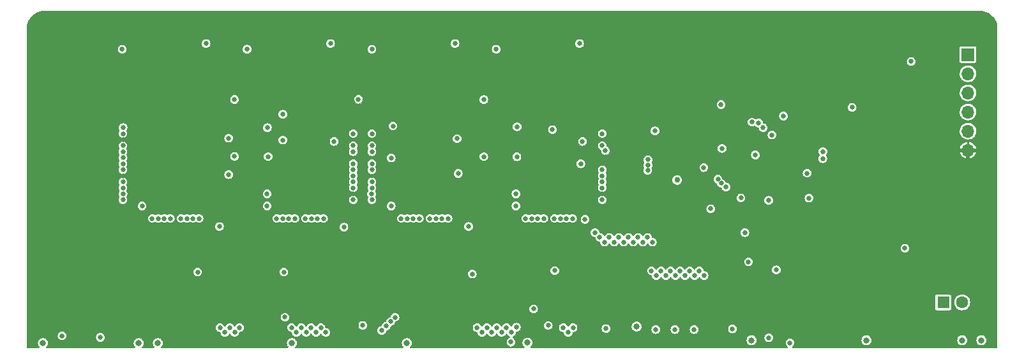
<source format=gbr>
%TF.GenerationSoftware,KiCad,Pcbnew,(6.0.6)*%
%TF.CreationDate,2022-07-10T09:52:36+02:00*%
%TF.ProjectId,GottaGoFaSDZ3,476f7474-6147-46f4-9661-53445a332e6b,rev?*%
%TF.SameCoordinates,Original*%
%TF.FileFunction,Copper,L3,Inr*%
%TF.FilePolarity,Positive*%
%FSLAX46Y46*%
G04 Gerber Fmt 4.6, Leading zero omitted, Abs format (unit mm)*
G04 Created by KiCad (PCBNEW (6.0.6)) date 2022-07-10 09:52:36*
%MOMM*%
%LPD*%
G01*
G04 APERTURE LIST*
%TA.AperFunction,ComponentPad*%
%ADD10R,1.700000X1.700000*%
%TD*%
%TA.AperFunction,ComponentPad*%
%ADD11O,1.700000X1.700000*%
%TD*%
%TA.AperFunction,ComponentPad*%
%ADD12R,1.600000X1.600000*%
%TD*%
%TA.AperFunction,ComponentPad*%
%ADD13C,1.600000*%
%TD*%
%TA.AperFunction,ViaPad*%
%ADD14C,0.635000*%
%TD*%
%TA.AperFunction,ViaPad*%
%ADD15C,0.800000*%
%TD*%
%TA.AperFunction,ViaPad*%
%ADD16C,0.762000*%
%TD*%
G04 APERTURE END LIST*
D10*
%TO.N,/TMS*%
%TO.C,J1*%
X213158741Y-72261674D03*
D11*
%TO.N,/TDI*%
X213158741Y-74801674D03*
%TO.N,/TDO*%
X213158741Y-77341674D03*
%TO.N,/TCK*%
X213158741Y-79881674D03*
%TO.N,GND*%
X213158741Y-82421674D03*
%TO.N,+3V3*%
X213158741Y-84961674D03*
%TD*%
D12*
%TO.N,+5V*%
%TO.C,C1*%
X209881927Y-105160276D03*
D13*
%TO.N,GND*%
X212381927Y-105160276D03*
%TD*%
D14*
%TO.N,+3V3*%
X210566000Y-88392000D03*
X166204586Y-107135880D03*
X109903420Y-106045236D03*
X153277062Y-83560488D03*
X182725220Y-87630236D03*
X112681664Y-90658899D03*
X189272003Y-85083819D03*
X129013864Y-86214483D03*
X112707064Y-85757283D03*
X182305985Y-82966128D03*
X118604986Y-107135880D03*
X164650069Y-90760490D03*
X195136712Y-89203077D03*
X131630064Y-90785899D03*
X186389239Y-96948879D03*
X210566000Y-89408000D03*
X112529264Y-92360496D03*
X112630864Y-81871998D03*
X130238186Y-107135880D03*
X210566000Y-90424000D03*
X202740412Y-74168229D03*
X145600064Y-81871998D03*
X180184654Y-94145837D03*
X136650298Y-88103761D03*
X145594832Y-85969399D03*
X162110069Y-82214490D03*
X204724000Y-90424000D03*
X153531062Y-88360479D03*
X162110064Y-92360496D03*
X165088069Y-85846490D03*
X113850069Y-70798490D03*
X101080062Y-88360479D03*
X207645000Y-88392000D03*
X183956981Y-79537116D03*
X101080062Y-83559879D03*
X148070062Y-90645996D03*
X183720207Y-97681390D03*
X137021069Y-83433490D03*
X204724000Y-88392000D03*
X204724000Y-89408000D03*
X129115464Y-92360496D03*
X130360069Y-70798490D03*
X154774586Y-107135880D03*
X145600064Y-92360496D03*
X129115464Y-81960491D03*
X163380064Y-70798487D03*
X120149264Y-83586091D03*
X120174664Y-88462891D03*
X146870064Y-70798487D03*
%TO.N,GND*%
X184046292Y-99785500D03*
X178114147Y-87259566D03*
X101105469Y-90760490D03*
D15*
X103161933Y-110562184D03*
D14*
X153327862Y-85833483D03*
X136665469Y-92361290D03*
X161628569Y-70798490D03*
X134049269Y-90761090D03*
X153353269Y-81845690D03*
X197787412Y-79273629D03*
X153194669Y-92360490D03*
X122414968Y-101141478D03*
X145555462Y-88043283D03*
X180538214Y-84733883D03*
X134100069Y-71558690D03*
X162033869Y-83804657D03*
X120206269Y-90761090D03*
X110984970Y-101141479D03*
X101105469Y-81960490D03*
D15*
X214921939Y-110189178D03*
D14*
X192071499Y-91317421D03*
X120231669Y-81972690D03*
X150586465Y-71560487D03*
X162364069Y-94138490D03*
X136894062Y-81744083D03*
X128608574Y-70798493D03*
X205610620Y-73177636D03*
X120206269Y-92361290D03*
X183036346Y-91294162D03*
X100978469Y-71560490D03*
D15*
X154723933Y-110512184D03*
X184441939Y-110189178D03*
D14*
X186713020Y-91618036D03*
X115100862Y-88195683D03*
D16*
X174583540Y-88910557D03*
D15*
X123481939Y-110562180D03*
D14*
X117539269Y-71560490D03*
X120333262Y-85808083D03*
X103620062Y-92360496D03*
D15*
X212381939Y-110189178D03*
D14*
X183569565Y-95907195D03*
D15*
X169201933Y-108377784D03*
D14*
X132893980Y-108208458D03*
X191818412Y-88011229D03*
X115094664Y-83357288D03*
X113875469Y-95092290D03*
D15*
X105701927Y-110562180D03*
D14*
X131630064Y-88360479D03*
X158355968Y-100950319D03*
X153200869Y-90760490D03*
X187153490Y-82934377D03*
X145118569Y-70798490D03*
X122567374Y-107135884D03*
X146927069Y-95090990D03*
D15*
X199681939Y-110189178D03*
X90461927Y-110562180D03*
D14*
X184960420Y-85598236D03*
X180400981Y-78902116D03*
D15*
X138721939Y-110562180D03*
D14*
X147414780Y-101395478D03*
X164650064Y-88362485D03*
X179024447Y-92731634D03*
X145403062Y-83420483D03*
X204787500Y-97980500D03*
X130391669Y-95167190D03*
X112098574Y-70798493D03*
X157481180Y-108233858D03*
X158046069Y-82214490D03*
X129090064Y-83801483D03*
X136665462Y-85985883D03*
X101105462Y-85960483D03*
%TO.N,/~{CFGOUT}*%
X193900299Y-86087063D03*
%TO.N,/A5*%
X189550770Y-110544298D03*
%TO.N,/A6*%
X186731370Y-109858498D03*
%TO.N,/A2*%
X181915980Y-108691058D03*
%TO.N,/FC0*%
X176821933Y-108773424D03*
%TO.N,/FC1*%
X174281933Y-108773424D03*
%TO.N,/FC2*%
X171741933Y-108773424D03*
%TO.N,/AD13*%
X160779786Y-108517484D03*
%TO.N,/AD14*%
X160129786Y-109152484D03*
%TO.N,/AD15*%
X159479786Y-108517484D03*
%TO.N,/AD16*%
X178156780Y-101604458D03*
X152599786Y-109152484D03*
%TO.N,/AD17*%
X177521780Y-100971768D03*
X151949786Y-108517484D03*
%TO.N,/~{DS0}*%
X187732580Y-100842458D03*
X152542287Y-110429684D03*
X155550780Y-106024058D03*
%TO.N,/AD18*%
X151299786Y-109152484D03*
X176886780Y-101604458D03*
%TO.N,/AD19*%
X150649786Y-108517484D03*
X176251780Y-100969458D03*
%TO.N,/AD20*%
X175616780Y-101604458D03*
X149999786Y-109152484D03*
%TO.N,/AD22*%
X174346780Y-101604458D03*
X148699786Y-109152484D03*
%TO.N,/AD21*%
X174981780Y-100969458D03*
X149349786Y-108517484D03*
%TO.N,/AD23*%
X173711780Y-100969458D03*
X148049786Y-108517484D03*
%TO.N,/AD31*%
X171298780Y-97159458D03*
X127980974Y-109152484D03*
%TO.N,/AD30*%
X127330974Y-108517484D03*
X170663780Y-96524458D03*
%TO.N,/~{DTACK}*%
X135408580Y-108893758D03*
X173076780Y-101604458D03*
%TO.N,/AD29*%
X126680974Y-109152484D03*
X170028780Y-97159458D03*
%TO.N,/READ*%
X135992780Y-108310058D03*
X172441780Y-100969458D03*
%TO.N,/AD28*%
X126030974Y-108517484D03*
X169393780Y-96524458D03*
%TO.N,/~{DS2}*%
X171806780Y-101604458D03*
X136567164Y-107726838D03*
%TO.N,/AD27*%
X125380974Y-109152484D03*
X168758780Y-97159458D03*
%TO.N,/~{DS3}*%
X137162972Y-107143138D03*
X171171780Y-100969458D03*
%TO.N,/SD0*%
X116550974Y-108517484D03*
%TO.N,/AD26*%
X124730974Y-108503606D03*
X168123780Y-96524458D03*
%TO.N,/SD1*%
X115900974Y-109152484D03*
%TO.N,/AD25*%
X124080974Y-109153606D03*
X167488780Y-97159458D03*
%TO.N,/SD2*%
X115250974Y-108517484D03*
%TO.N,/AD24*%
X166853780Y-96524458D03*
X123430974Y-108495697D03*
%TO.N,/SD3*%
X114600974Y-109152484D03*
%TO.N,/SD4*%
X113950974Y-108517484D03*
%TO.N,/SENSEZ3*%
X166218780Y-97159458D03*
%TO.N,/DOE*%
X165583780Y-96524458D03*
%TO.N,/~{IORST}*%
X164948780Y-97159458D03*
X98081933Y-109800184D03*
%TO.N,/~{FCS}*%
X164313780Y-96524458D03*
%TO.N,/~{DS1}*%
X93001933Y-109596984D03*
X163678780Y-95889458D03*
%TO.N,/MD0*%
X158306469Y-94018478D03*
X164650069Y-87560490D03*
%TO.N,/MD1*%
X159106469Y-94018478D03*
X164650069Y-89160490D03*
%TO.N,/MD2*%
X159906469Y-94018478D03*
X164650069Y-89960490D03*
%TO.N,/MD3*%
X160706469Y-94018478D03*
X164650069Y-91560490D03*
%TO.N,/MD4*%
X156896469Y-94018478D03*
X161811069Y-86760490D03*
%TO.N,/MD5*%
X165069882Y-85032685D03*
X156096469Y-94018478D03*
%TO.N,/MD6*%
X155296469Y-94018478D03*
X164650069Y-84360490D03*
%TO.N,/MD7*%
X154496469Y-94018478D03*
X164650069Y-82760490D03*
%TO.N,/~{CS0}*%
X115882069Y-78227890D03*
X115882069Y-85771690D03*
X181060540Y-89840036D03*
X170678980Y-87664105D03*
X148946392Y-85811757D03*
X148946392Y-78242557D03*
%TO.N,/~{BUFOE}*%
X153250733Y-108474384D03*
X165150633Y-108639484D03*
%TO.N,/MD8*%
X134100069Y-82760490D03*
X144196469Y-94018478D03*
%TO.N,/MD9*%
X143396469Y-94018478D03*
X134100069Y-84360490D03*
%TO.N,/MD10*%
X142596469Y-94018478D03*
X134100069Y-85160490D03*
%TO.N,/MD11*%
X134100069Y-86760490D03*
X141796469Y-94018478D03*
%TO.N,/MD12*%
X140386469Y-94018478D03*
X134100069Y-87560490D03*
%TO.N,/MD13*%
X134100069Y-89160490D03*
X139586469Y-94018478D03*
%TO.N,/MD14*%
X138786469Y-94018478D03*
X134100069Y-89960490D03*
%TO.N,/MD15*%
X134100069Y-91560490D03*
X137986469Y-94018478D03*
%TO.N,/MD16*%
X101080069Y-82760490D03*
X111176469Y-94018478D03*
%TO.N,/MD17*%
X101080068Y-84360498D03*
X110376469Y-94018478D03*
%TO.N,/MD18*%
X109576469Y-94018478D03*
X101080069Y-85160490D03*
%TO.N,/MD19*%
X101080068Y-86760498D03*
X108776469Y-94018478D03*
%TO.N,/MD20*%
X101080069Y-87560490D03*
X107366469Y-94018478D03*
%TO.N,/MD21*%
X101080068Y-89160498D03*
X106566469Y-94018478D03*
%TO.N,/MD22*%
X105766469Y-94018478D03*
X101080068Y-89960498D03*
%TO.N,/MD23*%
X101080068Y-91560498D03*
X104966469Y-94018478D03*
%TO.N,/DQM2*%
X122282869Y-83611490D03*
X122282869Y-80182490D03*
X170714192Y-86941560D03*
X180454009Y-89357936D03*
%TO.N,/DQM3*%
X179986189Y-88806162D03*
X170714192Y-86218157D03*
%TO.N,/MD24*%
X125286469Y-94018478D03*
X131630060Y-87560490D03*
%TO.N,/MD25*%
X131630060Y-89160490D03*
X126086469Y-94018478D03*
%TO.N,/MD26*%
X131630069Y-89960490D03*
X126886469Y-94018478D03*
%TO.N,/MD27*%
X131630068Y-91560498D03*
X127686469Y-94018478D03*
%TO.N,/MD28*%
X123876469Y-94018478D03*
X131630060Y-86760490D03*
%TO.N,/MD29*%
X131630060Y-85160490D03*
X123076469Y-94018478D03*
%TO.N,/MD30*%
X131630060Y-84360490D03*
X122276469Y-94018478D03*
%TO.N,/MD31*%
X131630060Y-82760490D03*
X121476469Y-94018478D03*
%TO.N,/~{CS1}*%
X171643259Y-82393490D03*
X132315869Y-78202490D03*
%TO.N,/TMS*%
X185984891Y-81981656D03*
%TO.N,/TDI*%
X188686398Y-80428163D03*
%TO.N,/TDO*%
X184512893Y-81227481D03*
%TO.N,/TCK*%
X185377338Y-81346656D03*
%TO.N,/~{SLAVE}*%
X193917069Y-85134690D03*
%TD*%
%TA.AperFunction,Conductor*%
%TO.N,+3V3*%
G36*
X147337336Y-66692667D02*
G01*
X214720193Y-66692670D01*
X214739581Y-66694171D01*
X214754373Y-66696474D01*
X214754375Y-66696474D01*
X214763250Y-66697856D01*
X214779539Y-66695726D01*
X214804115Y-66694932D01*
X214902700Y-66701395D01*
X215026448Y-66709508D01*
X215042787Y-66711659D01*
X215287218Y-66760281D01*
X215303138Y-66764547D01*
X215539125Y-66844656D01*
X215554352Y-66850963D01*
X215777871Y-66961192D01*
X215792144Y-66969433D01*
X215999353Y-67107887D01*
X216012428Y-67117920D01*
X216199802Y-67282242D01*
X216211457Y-67293897D01*
X216375779Y-67481271D01*
X216385812Y-67494346D01*
X216524266Y-67701555D01*
X216532507Y-67715828D01*
X216642736Y-67939347D01*
X216649043Y-67954572D01*
X216729154Y-68190568D01*
X216733417Y-68206475D01*
X216782043Y-68450919D01*
X216784193Y-68467253D01*
X216798297Y-68682402D01*
X216797266Y-68705568D01*
X216797224Y-68709021D01*
X216795842Y-68717896D01*
X216798644Y-68739323D01*
X216799969Y-68749453D01*
X216801033Y-68765792D01*
X216801033Y-111105782D01*
X216781031Y-111173903D01*
X216727375Y-111220396D01*
X216675033Y-111231782D01*
X215406628Y-111231782D01*
X215338507Y-111211780D01*
X215292014Y-111158124D01*
X215281910Y-111087850D01*
X215311404Y-111023270D01*
X215355380Y-110990675D01*
X215372658Y-110982983D01*
X215372665Y-110982979D01*
X215378691Y-110980296D01*
X215533192Y-110868044D01*
X215631925Y-110758390D01*
X215656560Y-110731030D01*
X215656561Y-110731029D01*
X215660979Y-110726122D01*
X215745077Y-110580460D01*
X215753162Y-110566457D01*
X215753163Y-110566456D01*
X215756466Y-110560734D01*
X215815481Y-110379106D01*
X215816202Y-110372252D01*
X215834753Y-110195743D01*
X215835443Y-110189178D01*
X215824511Y-110085169D01*
X215816171Y-110005813D01*
X215816171Y-110005811D01*
X215815481Y-109999250D01*
X215756466Y-109817622D01*
X215750189Y-109806749D01*
X215699121Y-109718298D01*
X215660979Y-109652234D01*
X215655434Y-109646075D01*
X215537614Y-109515223D01*
X215537613Y-109515222D01*
X215533192Y-109510312D01*
X215395586Y-109410335D01*
X215384033Y-109401941D01*
X215384032Y-109401940D01*
X215378691Y-109398060D01*
X215372663Y-109395376D01*
X215372661Y-109395375D01*
X215210258Y-109323069D01*
X215210257Y-109323069D01*
X215204227Y-109320384D01*
X215110826Y-109300531D01*
X215023883Y-109282050D01*
X215023878Y-109282050D01*
X215017426Y-109280678D01*
X214826452Y-109280678D01*
X214820000Y-109282050D01*
X214819995Y-109282050D01*
X214733052Y-109300531D01*
X214639651Y-109320384D01*
X214633621Y-109323069D01*
X214633620Y-109323069D01*
X214471217Y-109395375D01*
X214471215Y-109395376D01*
X214465187Y-109398060D01*
X214459846Y-109401940D01*
X214459845Y-109401941D01*
X214448292Y-109410335D01*
X214310686Y-109510312D01*
X214306265Y-109515222D01*
X214306264Y-109515223D01*
X214188445Y-109646075D01*
X214182899Y-109652234D01*
X214144757Y-109718298D01*
X214093690Y-109806749D01*
X214087412Y-109817622D01*
X214028397Y-109999250D01*
X214027707Y-110005811D01*
X214027707Y-110005813D01*
X214019367Y-110085169D01*
X214008435Y-110189178D01*
X214009125Y-110195743D01*
X214027677Y-110372252D01*
X214028397Y-110379106D01*
X214087412Y-110560734D01*
X214090715Y-110566456D01*
X214090716Y-110566457D01*
X214098801Y-110580460D01*
X214182899Y-110726122D01*
X214187317Y-110731029D01*
X214187318Y-110731030D01*
X214211953Y-110758390D01*
X214310686Y-110868044D01*
X214465187Y-110980296D01*
X214471213Y-110982979D01*
X214471220Y-110982983D01*
X214488498Y-110990675D01*
X214542594Y-111036655D01*
X214563244Y-111104582D01*
X214543892Y-111172890D01*
X214490682Y-111219892D01*
X214437250Y-111231782D01*
X212866628Y-111231782D01*
X212798507Y-111211780D01*
X212752014Y-111158124D01*
X212741910Y-111087850D01*
X212771404Y-111023270D01*
X212815380Y-110990675D01*
X212832658Y-110982983D01*
X212832665Y-110982979D01*
X212838691Y-110980296D01*
X212993192Y-110868044D01*
X213091925Y-110758390D01*
X213116560Y-110731030D01*
X213116561Y-110731029D01*
X213120979Y-110726122D01*
X213205077Y-110580460D01*
X213213162Y-110566457D01*
X213213163Y-110566456D01*
X213216466Y-110560734D01*
X213275481Y-110379106D01*
X213276202Y-110372252D01*
X213294753Y-110195743D01*
X213295443Y-110189178D01*
X213284511Y-110085169D01*
X213276171Y-110005813D01*
X213276171Y-110005811D01*
X213275481Y-109999250D01*
X213216466Y-109817622D01*
X213210189Y-109806749D01*
X213159121Y-109718298D01*
X213120979Y-109652234D01*
X213115434Y-109646075D01*
X212997614Y-109515223D01*
X212997613Y-109515222D01*
X212993192Y-109510312D01*
X212855586Y-109410335D01*
X212844033Y-109401941D01*
X212844032Y-109401940D01*
X212838691Y-109398060D01*
X212832663Y-109395376D01*
X212832661Y-109395375D01*
X212670258Y-109323069D01*
X212670257Y-109323069D01*
X212664227Y-109320384D01*
X212570826Y-109300531D01*
X212483883Y-109282050D01*
X212483878Y-109282050D01*
X212477426Y-109280678D01*
X212286452Y-109280678D01*
X212280000Y-109282050D01*
X212279995Y-109282050D01*
X212193052Y-109300531D01*
X212099651Y-109320384D01*
X212093621Y-109323069D01*
X212093620Y-109323069D01*
X211931217Y-109395375D01*
X211931215Y-109395376D01*
X211925187Y-109398060D01*
X211919846Y-109401940D01*
X211919845Y-109401941D01*
X211908292Y-109410335D01*
X211770686Y-109510312D01*
X211766265Y-109515222D01*
X211766264Y-109515223D01*
X211648445Y-109646075D01*
X211642899Y-109652234D01*
X211604757Y-109718298D01*
X211553690Y-109806749D01*
X211547412Y-109817622D01*
X211488397Y-109999250D01*
X211487707Y-110005811D01*
X211487707Y-110005813D01*
X211479367Y-110085169D01*
X211468435Y-110189178D01*
X211469125Y-110195743D01*
X211487677Y-110372252D01*
X211488397Y-110379106D01*
X211547412Y-110560734D01*
X211550715Y-110566456D01*
X211550716Y-110566457D01*
X211558801Y-110580460D01*
X211642899Y-110726122D01*
X211647317Y-110731029D01*
X211647318Y-110731030D01*
X211671953Y-110758390D01*
X211770686Y-110868044D01*
X211925187Y-110980296D01*
X211931213Y-110982979D01*
X211931220Y-110982983D01*
X211948498Y-110990675D01*
X212002594Y-111036655D01*
X212023244Y-111104582D01*
X212003892Y-111172890D01*
X211950682Y-111219892D01*
X211897250Y-111231782D01*
X200166628Y-111231782D01*
X200098507Y-111211780D01*
X200052014Y-111158124D01*
X200041910Y-111087850D01*
X200071404Y-111023270D01*
X200115380Y-110990675D01*
X200132658Y-110982983D01*
X200132665Y-110982979D01*
X200138691Y-110980296D01*
X200293192Y-110868044D01*
X200391925Y-110758390D01*
X200416560Y-110731030D01*
X200416561Y-110731029D01*
X200420979Y-110726122D01*
X200505077Y-110580460D01*
X200513162Y-110566457D01*
X200513163Y-110566456D01*
X200516466Y-110560734D01*
X200575481Y-110379106D01*
X200576202Y-110372252D01*
X200594753Y-110195743D01*
X200595443Y-110189178D01*
X200584511Y-110085169D01*
X200576171Y-110005813D01*
X200576171Y-110005811D01*
X200575481Y-109999250D01*
X200516466Y-109817622D01*
X200510189Y-109806749D01*
X200459121Y-109718298D01*
X200420979Y-109652234D01*
X200415434Y-109646075D01*
X200297614Y-109515223D01*
X200297613Y-109515222D01*
X200293192Y-109510312D01*
X200155586Y-109410335D01*
X200144033Y-109401941D01*
X200144032Y-109401940D01*
X200138691Y-109398060D01*
X200132663Y-109395376D01*
X200132661Y-109395375D01*
X199970258Y-109323069D01*
X199970257Y-109323069D01*
X199964227Y-109320384D01*
X199870826Y-109300531D01*
X199783883Y-109282050D01*
X199783878Y-109282050D01*
X199777426Y-109280678D01*
X199586452Y-109280678D01*
X199580000Y-109282050D01*
X199579995Y-109282050D01*
X199493052Y-109300531D01*
X199399651Y-109320384D01*
X199393621Y-109323069D01*
X199393620Y-109323069D01*
X199231217Y-109395375D01*
X199231215Y-109395376D01*
X199225187Y-109398060D01*
X199219846Y-109401940D01*
X199219845Y-109401941D01*
X199208292Y-109410335D01*
X199070686Y-109510312D01*
X199066265Y-109515222D01*
X199066264Y-109515223D01*
X198948445Y-109646075D01*
X198942899Y-109652234D01*
X198904757Y-109718298D01*
X198853690Y-109806749D01*
X198847412Y-109817622D01*
X198788397Y-109999250D01*
X198787707Y-110005811D01*
X198787707Y-110005813D01*
X198779367Y-110085169D01*
X198768435Y-110189178D01*
X198769125Y-110195743D01*
X198787677Y-110372252D01*
X198788397Y-110379106D01*
X198847412Y-110560734D01*
X198850715Y-110566456D01*
X198850716Y-110566457D01*
X198858801Y-110580460D01*
X198942899Y-110726122D01*
X198947317Y-110731029D01*
X198947318Y-110731030D01*
X198971953Y-110758390D01*
X199070686Y-110868044D01*
X199225187Y-110980296D01*
X199231213Y-110982979D01*
X199231220Y-110982983D01*
X199248498Y-110990675D01*
X199302594Y-111036655D01*
X199323244Y-111104582D01*
X199303892Y-111172890D01*
X199250682Y-111219892D01*
X199197250Y-111231782D01*
X190324336Y-111231782D01*
X190256215Y-111211780D01*
X190209722Y-111158124D01*
X190199618Y-111087850D01*
X190221589Y-111033716D01*
X190222699Y-111032483D01*
X190292174Y-110912148D01*
X190306211Y-110887836D01*
X190306212Y-110887835D01*
X190309515Y-110882113D01*
X190353887Y-110745549D01*
X190361130Y-110723258D01*
X190361130Y-110723257D01*
X190363170Y-110716979D01*
X190365423Y-110695549D01*
X190380630Y-110550863D01*
X190381320Y-110544298D01*
X190364617Y-110385384D01*
X190363860Y-110378181D01*
X190363860Y-110378180D01*
X190363170Y-110371617D01*
X190355069Y-110346683D01*
X190311557Y-110212768D01*
X190309515Y-110206483D01*
X190303988Y-110196909D01*
X190226002Y-110061834D01*
X190222699Y-110056113D01*
X190165922Y-109993056D01*
X190110931Y-109931982D01*
X190110929Y-109931981D01*
X190106516Y-109927079D01*
X190073183Y-109902861D01*
X189971387Y-109828902D01*
X189971386Y-109828901D01*
X189966045Y-109825021D01*
X189960017Y-109822337D01*
X189960015Y-109822336D01*
X189813455Y-109757083D01*
X189813453Y-109757082D01*
X189807424Y-109754398D01*
X189703630Y-109732336D01*
X189644043Y-109719670D01*
X189644039Y-109719670D01*
X189637586Y-109718298D01*
X189463954Y-109718298D01*
X189457501Y-109719670D01*
X189457497Y-109719670D01*
X189397910Y-109732336D01*
X189294116Y-109754398D01*
X189288087Y-109757082D01*
X189288085Y-109757083D01*
X189141525Y-109822336D01*
X189141523Y-109822337D01*
X189135495Y-109825021D01*
X189130154Y-109828901D01*
X189130153Y-109828902D01*
X189028357Y-109902861D01*
X188995024Y-109927079D01*
X188990611Y-109931981D01*
X188990609Y-109931982D01*
X188935618Y-109993056D01*
X188878841Y-110056113D01*
X188875538Y-110061834D01*
X188797553Y-110196909D01*
X188792025Y-110206483D01*
X188789983Y-110212768D01*
X188746472Y-110346683D01*
X188738370Y-110371617D01*
X188737680Y-110378180D01*
X188737680Y-110378181D01*
X188736923Y-110385384D01*
X188720220Y-110544298D01*
X188720910Y-110550863D01*
X188736118Y-110695549D01*
X188738370Y-110716979D01*
X188740410Y-110723257D01*
X188740410Y-110723258D01*
X188747653Y-110745549D01*
X188792025Y-110882113D01*
X188795328Y-110887835D01*
X188795329Y-110887836D01*
X188809366Y-110912148D01*
X188878841Y-111032483D01*
X188879789Y-111033536D01*
X188902999Y-111098594D01*
X188886915Y-111167745D01*
X188835999Y-111217223D01*
X188777204Y-111231782D01*
X184926628Y-111231782D01*
X184858507Y-111211780D01*
X184812014Y-111158124D01*
X184801910Y-111087850D01*
X184831404Y-111023270D01*
X184875380Y-110990675D01*
X184892658Y-110982983D01*
X184892665Y-110982979D01*
X184898691Y-110980296D01*
X185053192Y-110868044D01*
X185151925Y-110758390D01*
X185176560Y-110731030D01*
X185176561Y-110731029D01*
X185180979Y-110726122D01*
X185265077Y-110580460D01*
X185273162Y-110566457D01*
X185273163Y-110566456D01*
X185276466Y-110560734D01*
X185335481Y-110379106D01*
X185336202Y-110372252D01*
X185354753Y-110195743D01*
X185355443Y-110189178D01*
X185344511Y-110085169D01*
X185336171Y-110005813D01*
X185336171Y-110005811D01*
X185335481Y-109999250D01*
X185289748Y-109858498D01*
X185900820Y-109858498D01*
X185901510Y-109865063D01*
X185912575Y-109970332D01*
X185918970Y-110031179D01*
X185921010Y-110037457D01*
X185921010Y-110037458D01*
X185928930Y-110061834D01*
X185972625Y-110196313D01*
X185975928Y-110202035D01*
X185975929Y-110202036D01*
X185980123Y-110209300D01*
X186059441Y-110346683D01*
X186063859Y-110351590D01*
X186063860Y-110351591D01*
X186140087Y-110436249D01*
X186175624Y-110475717D01*
X186180963Y-110479596D01*
X186235833Y-110519461D01*
X186316095Y-110577775D01*
X186322123Y-110580459D01*
X186322125Y-110580460D01*
X186468685Y-110645713D01*
X186474716Y-110648398D01*
X186559635Y-110666448D01*
X186638097Y-110683126D01*
X186638101Y-110683126D01*
X186644554Y-110684498D01*
X186818186Y-110684498D01*
X186824639Y-110683126D01*
X186824643Y-110683126D01*
X186903105Y-110666448D01*
X186988024Y-110648398D01*
X186994055Y-110645713D01*
X187140615Y-110580460D01*
X187140617Y-110580459D01*
X187146645Y-110577775D01*
X187226908Y-110519461D01*
X187281777Y-110479596D01*
X187287116Y-110475717D01*
X187322654Y-110436249D01*
X187398880Y-110351591D01*
X187398881Y-110351590D01*
X187403299Y-110346683D01*
X187482617Y-110209300D01*
X187486811Y-110202036D01*
X187486812Y-110202035D01*
X187490115Y-110196313D01*
X187533810Y-110061834D01*
X187541730Y-110037458D01*
X187541730Y-110037457D01*
X187543770Y-110031179D01*
X187550166Y-109970332D01*
X187561230Y-109865063D01*
X187561920Y-109858498D01*
X187548744Y-109733139D01*
X187544460Y-109692381D01*
X187544460Y-109692380D01*
X187543770Y-109685817D01*
X187533330Y-109653684D01*
X187492157Y-109526968D01*
X187490115Y-109520683D01*
X187481886Y-109506429D01*
X187406602Y-109376034D01*
X187403299Y-109370313D01*
X187368301Y-109331444D01*
X187291531Y-109246182D01*
X187291529Y-109246181D01*
X187287116Y-109241279D01*
X187250910Y-109214974D01*
X187151987Y-109143102D01*
X187151986Y-109143101D01*
X187146645Y-109139221D01*
X187140617Y-109136537D01*
X187140615Y-109136536D01*
X186994055Y-109071283D01*
X186994053Y-109071282D01*
X186988024Y-109068598D01*
X186903105Y-109050548D01*
X186824643Y-109033870D01*
X186824639Y-109033870D01*
X186818186Y-109032498D01*
X186644554Y-109032498D01*
X186638101Y-109033870D01*
X186638097Y-109033870D01*
X186559635Y-109050548D01*
X186474716Y-109068598D01*
X186468687Y-109071282D01*
X186468685Y-109071283D01*
X186322125Y-109136536D01*
X186322123Y-109136537D01*
X186316095Y-109139221D01*
X186310754Y-109143101D01*
X186310753Y-109143102D01*
X186211830Y-109214974D01*
X186175624Y-109241279D01*
X186171211Y-109246181D01*
X186171209Y-109246182D01*
X186094439Y-109331444D01*
X186059441Y-109370313D01*
X186056138Y-109376034D01*
X185980855Y-109506429D01*
X185972625Y-109520683D01*
X185970583Y-109526968D01*
X185929411Y-109653684D01*
X185918970Y-109685817D01*
X185918280Y-109692380D01*
X185918280Y-109692381D01*
X185913996Y-109733139D01*
X185900820Y-109858498D01*
X185289748Y-109858498D01*
X185276466Y-109817622D01*
X185270189Y-109806749D01*
X185219121Y-109718298D01*
X185180979Y-109652234D01*
X185175434Y-109646075D01*
X185057614Y-109515223D01*
X185057613Y-109515222D01*
X185053192Y-109510312D01*
X184915586Y-109410335D01*
X184904033Y-109401941D01*
X184904032Y-109401940D01*
X184898691Y-109398060D01*
X184892663Y-109395376D01*
X184892661Y-109395375D01*
X184730258Y-109323069D01*
X184730257Y-109323069D01*
X184724227Y-109320384D01*
X184630826Y-109300531D01*
X184543883Y-109282050D01*
X184543878Y-109282050D01*
X184537426Y-109280678D01*
X184346452Y-109280678D01*
X184340000Y-109282050D01*
X184339995Y-109282050D01*
X184253052Y-109300531D01*
X184159651Y-109320384D01*
X184153621Y-109323069D01*
X184153620Y-109323069D01*
X183991217Y-109395375D01*
X183991215Y-109395376D01*
X183985187Y-109398060D01*
X183979846Y-109401940D01*
X183979845Y-109401941D01*
X183968292Y-109410335D01*
X183830686Y-109510312D01*
X183826265Y-109515222D01*
X183826264Y-109515223D01*
X183708445Y-109646075D01*
X183702899Y-109652234D01*
X183664757Y-109718298D01*
X183613690Y-109806749D01*
X183607412Y-109817622D01*
X183548397Y-109999250D01*
X183547707Y-110005811D01*
X183547707Y-110005813D01*
X183539367Y-110085169D01*
X183528435Y-110189178D01*
X183529125Y-110195743D01*
X183547677Y-110372252D01*
X183548397Y-110379106D01*
X183607412Y-110560734D01*
X183610715Y-110566456D01*
X183610716Y-110566457D01*
X183618801Y-110580460D01*
X183702899Y-110726122D01*
X183707317Y-110731029D01*
X183707318Y-110731030D01*
X183731953Y-110758390D01*
X183830686Y-110868044D01*
X183985187Y-110980296D01*
X183991213Y-110982979D01*
X183991220Y-110982983D01*
X184008498Y-110990675D01*
X184062594Y-111036655D01*
X184083244Y-111104582D01*
X184063892Y-111172890D01*
X184010682Y-111219892D01*
X183957250Y-111231782D01*
X155575756Y-111231782D01*
X155507635Y-111211780D01*
X155461142Y-111158124D01*
X155451038Y-111087850D01*
X155466637Y-111042782D01*
X155555156Y-110889463D01*
X155555157Y-110889462D01*
X155558460Y-110883740D01*
X155617475Y-110702112D01*
X155619471Y-110683126D01*
X155636747Y-110518749D01*
X155637437Y-110512184D01*
X155624110Y-110385384D01*
X155618165Y-110328819D01*
X155618165Y-110328817D01*
X155617475Y-110322256D01*
X155558460Y-110140628D01*
X155553314Y-110131714D01*
X155508142Y-110053475D01*
X155462973Y-109975240D01*
X155433941Y-109942996D01*
X155339608Y-109838229D01*
X155339607Y-109838228D01*
X155335186Y-109833318D01*
X155196197Y-109732336D01*
X155186027Y-109724947D01*
X155186026Y-109724946D01*
X155180685Y-109721066D01*
X155174657Y-109718382D01*
X155174655Y-109718381D01*
X155012252Y-109646075D01*
X155012251Y-109646075D01*
X155006221Y-109643390D01*
X154901939Y-109621224D01*
X154825877Y-109605056D01*
X154825872Y-109605056D01*
X154819420Y-109603684D01*
X154628446Y-109603684D01*
X154621994Y-109605056D01*
X154621989Y-109605056D01*
X154545927Y-109621224D01*
X154441645Y-109643390D01*
X154435615Y-109646075D01*
X154435614Y-109646075D01*
X154273211Y-109718381D01*
X154273209Y-109718382D01*
X154267181Y-109721066D01*
X154261840Y-109724946D01*
X154261839Y-109724947D01*
X154251669Y-109732336D01*
X154112680Y-109833318D01*
X154108259Y-109838228D01*
X154108258Y-109838229D01*
X154013926Y-109942996D01*
X153984893Y-109975240D01*
X153939724Y-110053475D01*
X153894553Y-110131714D01*
X153889406Y-110140628D01*
X153830391Y-110322256D01*
X153829701Y-110328817D01*
X153829701Y-110328819D01*
X153823756Y-110385384D01*
X153810429Y-110512184D01*
X153811119Y-110518749D01*
X153828396Y-110683126D01*
X153830391Y-110702112D01*
X153889406Y-110883740D01*
X153892709Y-110889462D01*
X153892710Y-110889463D01*
X153981229Y-111042782D01*
X153997967Y-111111777D01*
X153974747Y-111178869D01*
X153918940Y-111222756D01*
X153872110Y-111231782D01*
X153214568Y-111231782D01*
X153146447Y-111211780D01*
X153099954Y-111158124D01*
X153089850Y-111087850D01*
X153120932Y-111021471D01*
X153209797Y-110922777D01*
X153209798Y-110922776D01*
X153214216Y-110917869D01*
X153301032Y-110767499D01*
X153339730Y-110648398D01*
X153352647Y-110608644D01*
X153352647Y-110608643D01*
X153354687Y-110602365D01*
X153372837Y-110429684D01*
X153366801Y-110372256D01*
X153355377Y-110263567D01*
X153355377Y-110263566D01*
X153354687Y-110257003D01*
X153339188Y-110209300D01*
X153303074Y-110098154D01*
X153301032Y-110091869D01*
X153262562Y-110025236D01*
X153217519Y-109947220D01*
X153214216Y-109941499D01*
X153201232Y-109927079D01*
X153183444Y-109907323D01*
X153152727Y-109843315D01*
X153161492Y-109772862D01*
X153183445Y-109738702D01*
X153187955Y-109733694D01*
X153243569Y-109671929D01*
X153267296Y-109645577D01*
X153267297Y-109645576D01*
X153271715Y-109640669D01*
X153346977Y-109510312D01*
X153355227Y-109496022D01*
X153355228Y-109496021D01*
X153358531Y-109490299D01*
X153403892Y-109350691D01*
X153443965Y-109292085D01*
X153494665Y-109267753D01*
X153494647Y-109267698D01*
X153495055Y-109267565D01*
X153497523Y-109266381D01*
X153500928Y-109265657D01*
X153500929Y-109265657D01*
X153507387Y-109264284D01*
X153515702Y-109260582D01*
X153659978Y-109196346D01*
X153659980Y-109196345D01*
X153666008Y-109193661D01*
X153673982Y-109187868D01*
X153801140Y-109095482D01*
X153806479Y-109091603D01*
X153812616Y-109084788D01*
X153918243Y-108967477D01*
X153918244Y-108967476D01*
X153922662Y-108962569D01*
X153976096Y-108870018D01*
X154006174Y-108817922D01*
X154006175Y-108817921D01*
X154009478Y-108812199D01*
X154056208Y-108668378D01*
X154061093Y-108653344D01*
X154061093Y-108653343D01*
X154063133Y-108647065D01*
X154081283Y-108474384D01*
X154077363Y-108437088D01*
X154063823Y-108308267D01*
X154063823Y-108308266D01*
X154063133Y-108301703D01*
X154059643Y-108290960D01*
X154041089Y-108233858D01*
X156650630Y-108233858D01*
X156651320Y-108240423D01*
X156660082Y-108323781D01*
X156668780Y-108406539D01*
X156670820Y-108412817D01*
X156670820Y-108412818D01*
X156677445Y-108433207D01*
X156722435Y-108571673D01*
X156725738Y-108577395D01*
X156725739Y-108577396D01*
X156778268Y-108668378D01*
X156809251Y-108722043D01*
X156813669Y-108726950D01*
X156813670Y-108726951D01*
X156902564Y-108825677D01*
X156925434Y-108851077D01*
X156930773Y-108854956D01*
X157019798Y-108919636D01*
X157065905Y-108953135D01*
X157071933Y-108955819D01*
X157071935Y-108955820D01*
X157218495Y-109021073D01*
X157224526Y-109023758D01*
X157309445Y-109041808D01*
X157387907Y-109058486D01*
X157387911Y-109058486D01*
X157394364Y-109059858D01*
X157567996Y-109059858D01*
X157574449Y-109058486D01*
X157574453Y-109058486D01*
X157652915Y-109041808D01*
X157737834Y-109023758D01*
X157743865Y-109021073D01*
X157890425Y-108955820D01*
X157890427Y-108955819D01*
X157896455Y-108953135D01*
X157942563Y-108919636D01*
X158031587Y-108854956D01*
X158036926Y-108851077D01*
X158059797Y-108825677D01*
X158148690Y-108726951D01*
X158148691Y-108726950D01*
X158153109Y-108722043D01*
X158184092Y-108668378D01*
X158236621Y-108577396D01*
X158236622Y-108577395D01*
X158239925Y-108571673D01*
X158257532Y-108517484D01*
X158649236Y-108517484D01*
X158649926Y-108524049D01*
X158653826Y-108561149D01*
X158667386Y-108690165D01*
X158669426Y-108696443D01*
X158669426Y-108696444D01*
X158692305Y-108766859D01*
X158721041Y-108855299D01*
X158724344Y-108861021D01*
X158724345Y-108861022D01*
X158779077Y-108955820D01*
X158807857Y-109005669D01*
X158812275Y-109010576D01*
X158812276Y-109010577D01*
X158917707Y-109127669D01*
X158924040Y-109134703D01*
X158929379Y-109138582D01*
X158974807Y-109171587D01*
X159064511Y-109236761D01*
X159070539Y-109239445D01*
X159070541Y-109239446D01*
X159133996Y-109267698D01*
X159223132Y-109307384D01*
X159229581Y-109308755D01*
X159229588Y-109308757D01*
X159247013Y-109312460D01*
X159309488Y-109346187D01*
X159340652Y-109396771D01*
X159371041Y-109490299D01*
X159374344Y-109496021D01*
X159374345Y-109496022D01*
X159382595Y-109510312D01*
X159457857Y-109640669D01*
X159462275Y-109645576D01*
X159462276Y-109645577D01*
X159568096Y-109763101D01*
X159574040Y-109769703D01*
X159579379Y-109773582D01*
X159655521Y-109828902D01*
X159714511Y-109871761D01*
X159720539Y-109874445D01*
X159720541Y-109874446D01*
X159867101Y-109939699D01*
X159873132Y-109942384D01*
X159958051Y-109960434D01*
X160036513Y-109977112D01*
X160036517Y-109977112D01*
X160042970Y-109978484D01*
X160216602Y-109978484D01*
X160223055Y-109977112D01*
X160223059Y-109977112D01*
X160301521Y-109960434D01*
X160386440Y-109942384D01*
X160392471Y-109939699D01*
X160539031Y-109874446D01*
X160539033Y-109874445D01*
X160545061Y-109871761D01*
X160604052Y-109828902D01*
X160680193Y-109773582D01*
X160685532Y-109769703D01*
X160691477Y-109763101D01*
X160797296Y-109645577D01*
X160797297Y-109645576D01*
X160801715Y-109640669D01*
X160876977Y-109510312D01*
X160885227Y-109496022D01*
X160885228Y-109496021D01*
X160888531Y-109490299D01*
X160918920Y-109396771D01*
X160958993Y-109338165D01*
X161012559Y-109312460D01*
X161029984Y-109308757D01*
X161029991Y-109308755D01*
X161036440Y-109307384D01*
X161125576Y-109267698D01*
X161189031Y-109239446D01*
X161189033Y-109239445D01*
X161195061Y-109236761D01*
X161284766Y-109171587D01*
X161330193Y-109138582D01*
X161335532Y-109134703D01*
X161341866Y-109127669D01*
X161447296Y-109010577D01*
X161447297Y-109010576D01*
X161451715Y-109005669D01*
X161480495Y-108955820D01*
X161535227Y-108861022D01*
X161535228Y-108861021D01*
X161538531Y-108855299D01*
X161567267Y-108766859D01*
X161590146Y-108696444D01*
X161590146Y-108696443D01*
X161592186Y-108690165D01*
X161597513Y-108639484D01*
X164320083Y-108639484D01*
X164320773Y-108646049D01*
X164337286Y-108803151D01*
X164338233Y-108812165D01*
X164340273Y-108818443D01*
X164340273Y-108818444D01*
X164354990Y-108863739D01*
X164391888Y-108977299D01*
X164395191Y-108983021D01*
X164395192Y-108983022D01*
X164424549Y-109033870D01*
X164478704Y-109127669D01*
X164483122Y-109132576D01*
X164483123Y-109132577D01*
X164587006Y-109247950D01*
X164594887Y-109256703D01*
X164600226Y-109260582D01*
X164724251Y-109350691D01*
X164735358Y-109358761D01*
X164741386Y-109361445D01*
X164741388Y-109361446D01*
X164851194Y-109410335D01*
X164893979Y-109429384D01*
X164978898Y-109447434D01*
X165057360Y-109464112D01*
X165057364Y-109464112D01*
X165063817Y-109465484D01*
X165237449Y-109465484D01*
X165243902Y-109464112D01*
X165243906Y-109464112D01*
X165322368Y-109447434D01*
X165407287Y-109429384D01*
X165450072Y-109410335D01*
X165559878Y-109361446D01*
X165559880Y-109361445D01*
X165565908Y-109358761D01*
X165577016Y-109350691D01*
X165701040Y-109260582D01*
X165706379Y-109256703D01*
X165714261Y-109247950D01*
X165818143Y-109132577D01*
X165818144Y-109132576D01*
X165822562Y-109127669D01*
X165876717Y-109033870D01*
X165906074Y-108983022D01*
X165906075Y-108983021D01*
X165909378Y-108977299D01*
X165946276Y-108863739D01*
X165960993Y-108818444D01*
X165960993Y-108818443D01*
X165963033Y-108812165D01*
X165963981Y-108803151D01*
X165980493Y-108646049D01*
X165981183Y-108639484D01*
X165963033Y-108466803D01*
X165934109Y-108377784D01*
X168288429Y-108377784D01*
X168289119Y-108384349D01*
X168306553Y-108550220D01*
X168308391Y-108567712D01*
X168367406Y-108749340D01*
X168370709Y-108755062D01*
X168370710Y-108755063D01*
X168379902Y-108770984D01*
X168462893Y-108914728D01*
X168467311Y-108919635D01*
X168467312Y-108919636D01*
X168586258Y-109051739D01*
X168590680Y-109056650D01*
X168661375Y-109108013D01*
X168731620Y-109159049D01*
X168745181Y-109168902D01*
X168751209Y-109171586D01*
X168751211Y-109171587D01*
X168903626Y-109239446D01*
X168919645Y-109246578D01*
X168990313Y-109261599D01*
X169099989Y-109284912D01*
X169099994Y-109284912D01*
X169106446Y-109286284D01*
X169297420Y-109286284D01*
X169303872Y-109284912D01*
X169303877Y-109284912D01*
X169413553Y-109261599D01*
X169484221Y-109246578D01*
X169500240Y-109239446D01*
X169652655Y-109171587D01*
X169652657Y-109171586D01*
X169658685Y-109168902D01*
X169672247Y-109159049D01*
X169742491Y-109108013D01*
X169813186Y-109056650D01*
X169817608Y-109051739D01*
X169936554Y-108919636D01*
X169936555Y-108919635D01*
X169940973Y-108914728D01*
X170022555Y-108773424D01*
X170911383Y-108773424D01*
X170912073Y-108779989D01*
X170919030Y-108846174D01*
X170929533Y-108946105D01*
X170931573Y-108952383D01*
X170931573Y-108952384D01*
X170948886Y-109005669D01*
X170983188Y-109111239D01*
X170986491Y-109116961D01*
X170986492Y-109116962D01*
X171049034Y-109225288D01*
X171070004Y-109261609D01*
X171074422Y-109266516D01*
X171074423Y-109266517D01*
X171170559Y-109373286D01*
X171186187Y-109390643D01*
X171191526Y-109394522D01*
X171312384Y-109482330D01*
X171326658Y-109492701D01*
X171332686Y-109495385D01*
X171332688Y-109495386D01*
X171479248Y-109560639D01*
X171485279Y-109563324D01*
X171570198Y-109581374D01*
X171648660Y-109598052D01*
X171648664Y-109598052D01*
X171655117Y-109599424D01*
X171828749Y-109599424D01*
X171835202Y-109598052D01*
X171835206Y-109598052D01*
X171913668Y-109581374D01*
X171998587Y-109563324D01*
X172004618Y-109560639D01*
X172151178Y-109495386D01*
X172151180Y-109495385D01*
X172157208Y-109492701D01*
X172171483Y-109482330D01*
X172292340Y-109394522D01*
X172297679Y-109390643D01*
X172313308Y-109373286D01*
X172409443Y-109266517D01*
X172409444Y-109266516D01*
X172413862Y-109261609D01*
X172434832Y-109225288D01*
X172497374Y-109116962D01*
X172497375Y-109116961D01*
X172500678Y-109111239D01*
X172534980Y-109005669D01*
X172552293Y-108952384D01*
X172552293Y-108952383D01*
X172554333Y-108946105D01*
X172564837Y-108846174D01*
X172571793Y-108779989D01*
X172572483Y-108773424D01*
X173451383Y-108773424D01*
X173452073Y-108779989D01*
X173459030Y-108846174D01*
X173469533Y-108946105D01*
X173471573Y-108952383D01*
X173471573Y-108952384D01*
X173488886Y-109005669D01*
X173523188Y-109111239D01*
X173526491Y-109116961D01*
X173526492Y-109116962D01*
X173589034Y-109225288D01*
X173610004Y-109261609D01*
X173614422Y-109266516D01*
X173614423Y-109266517D01*
X173710559Y-109373286D01*
X173726187Y-109390643D01*
X173731526Y-109394522D01*
X173852384Y-109482330D01*
X173866658Y-109492701D01*
X173872686Y-109495385D01*
X173872688Y-109495386D01*
X174019248Y-109560639D01*
X174025279Y-109563324D01*
X174110198Y-109581374D01*
X174188660Y-109598052D01*
X174188664Y-109598052D01*
X174195117Y-109599424D01*
X174368749Y-109599424D01*
X174375202Y-109598052D01*
X174375206Y-109598052D01*
X174453668Y-109581374D01*
X174538587Y-109563324D01*
X174544618Y-109560639D01*
X174691178Y-109495386D01*
X174691180Y-109495385D01*
X174697208Y-109492701D01*
X174711483Y-109482330D01*
X174832340Y-109394522D01*
X174837679Y-109390643D01*
X174853308Y-109373286D01*
X174949443Y-109266517D01*
X174949444Y-109266516D01*
X174953862Y-109261609D01*
X174974832Y-109225288D01*
X175037374Y-109116962D01*
X175037375Y-109116961D01*
X175040678Y-109111239D01*
X175074980Y-109005669D01*
X175092293Y-108952384D01*
X175092293Y-108952383D01*
X175094333Y-108946105D01*
X175104837Y-108846174D01*
X175111793Y-108779989D01*
X175112483Y-108773424D01*
X175991383Y-108773424D01*
X175992073Y-108779989D01*
X175999030Y-108846174D01*
X176009533Y-108946105D01*
X176011573Y-108952383D01*
X176011573Y-108952384D01*
X176028886Y-109005669D01*
X176063188Y-109111239D01*
X176066491Y-109116961D01*
X176066492Y-109116962D01*
X176129034Y-109225288D01*
X176150004Y-109261609D01*
X176154422Y-109266516D01*
X176154423Y-109266517D01*
X176250559Y-109373286D01*
X176266187Y-109390643D01*
X176271526Y-109394522D01*
X176392384Y-109482330D01*
X176406658Y-109492701D01*
X176412686Y-109495385D01*
X176412688Y-109495386D01*
X176559248Y-109560639D01*
X176565279Y-109563324D01*
X176650198Y-109581374D01*
X176728660Y-109598052D01*
X176728664Y-109598052D01*
X176735117Y-109599424D01*
X176908749Y-109599424D01*
X176915202Y-109598052D01*
X176915206Y-109598052D01*
X176993668Y-109581374D01*
X177078587Y-109563324D01*
X177084618Y-109560639D01*
X177231178Y-109495386D01*
X177231180Y-109495385D01*
X177237208Y-109492701D01*
X177251483Y-109482330D01*
X177372340Y-109394522D01*
X177377679Y-109390643D01*
X177393308Y-109373286D01*
X177489443Y-109266517D01*
X177489444Y-109266516D01*
X177493862Y-109261609D01*
X177514832Y-109225288D01*
X177577374Y-109116962D01*
X177577375Y-109116961D01*
X177580678Y-109111239D01*
X177614980Y-109005669D01*
X177632293Y-108952384D01*
X177632293Y-108952383D01*
X177634333Y-108946105D01*
X177644837Y-108846174D01*
X177651793Y-108779989D01*
X177652483Y-108773424D01*
X177647598Y-108726951D01*
X177643826Y-108691058D01*
X181085430Y-108691058D01*
X181103580Y-108863739D01*
X181105620Y-108870017D01*
X181105620Y-108870018D01*
X181123112Y-108923854D01*
X181157235Y-109028873D01*
X181160538Y-109034595D01*
X181160539Y-109034596D01*
X181187277Y-109080907D01*
X181244051Y-109179243D01*
X181248469Y-109184150D01*
X181248470Y-109184151D01*
X181345655Y-109292085D01*
X181360234Y-109308277D01*
X181365573Y-109312156D01*
X181489152Y-109401941D01*
X181500705Y-109410335D01*
X181506733Y-109413019D01*
X181506735Y-109413020D01*
X181653295Y-109478273D01*
X181659326Y-109480958D01*
X181727205Y-109495386D01*
X181822707Y-109515686D01*
X181822711Y-109515686D01*
X181829164Y-109517058D01*
X182002796Y-109517058D01*
X182009249Y-109515686D01*
X182009253Y-109515686D01*
X182104755Y-109495386D01*
X182172634Y-109480958D01*
X182178665Y-109478273D01*
X182325225Y-109413020D01*
X182325227Y-109413019D01*
X182331255Y-109410335D01*
X182342809Y-109401941D01*
X182466387Y-109312156D01*
X182471726Y-109308277D01*
X182486306Y-109292085D01*
X182583490Y-109184151D01*
X182583491Y-109184150D01*
X182587909Y-109179243D01*
X182644683Y-109080907D01*
X182671421Y-109034596D01*
X182671422Y-109034595D01*
X182674725Y-109028873D01*
X182708848Y-108923854D01*
X182726340Y-108870018D01*
X182726340Y-108870017D01*
X182728380Y-108863739D01*
X182746530Y-108691058D01*
X182743202Y-108659391D01*
X182729070Y-108524941D01*
X182729070Y-108524940D01*
X182728380Y-108518377D01*
X182713756Y-108473367D01*
X182676767Y-108359528D01*
X182674725Y-108353243D01*
X182669422Y-108344057D01*
X182591212Y-108208594D01*
X182587909Y-108202873D01*
X182542246Y-108152159D01*
X182476141Y-108078742D01*
X182476139Y-108078741D01*
X182471726Y-108073839D01*
X182400740Y-108022265D01*
X182336597Y-107975662D01*
X182336596Y-107975661D01*
X182331255Y-107971781D01*
X182325227Y-107969097D01*
X182325225Y-107969096D01*
X182178665Y-107903843D01*
X182178663Y-107903842D01*
X182172634Y-107901158D01*
X182083072Y-107882121D01*
X182009253Y-107866430D01*
X182009249Y-107866430D01*
X182002796Y-107865058D01*
X181829164Y-107865058D01*
X181822711Y-107866430D01*
X181822707Y-107866430D01*
X181748888Y-107882121D01*
X181659326Y-107901158D01*
X181653297Y-107903842D01*
X181653295Y-107903843D01*
X181506735Y-107969096D01*
X181506733Y-107969097D01*
X181500705Y-107971781D01*
X181495364Y-107975661D01*
X181495363Y-107975662D01*
X181431220Y-108022265D01*
X181360234Y-108073839D01*
X181355821Y-108078741D01*
X181355819Y-108078742D01*
X181289714Y-108152159D01*
X181244051Y-108202873D01*
X181240748Y-108208594D01*
X181162539Y-108344057D01*
X181157235Y-108353243D01*
X181155193Y-108359528D01*
X181118205Y-108473367D01*
X181103580Y-108518377D01*
X181102890Y-108524940D01*
X181102890Y-108524941D01*
X181088758Y-108659391D01*
X181085430Y-108691058D01*
X177643826Y-108691058D01*
X177635023Y-108607307D01*
X177635023Y-108607306D01*
X177634333Y-108600743D01*
X177625641Y-108573990D01*
X177584965Y-108448804D01*
X177580678Y-108435609D01*
X177563895Y-108406539D01*
X177497165Y-108290960D01*
X177493862Y-108285239D01*
X177489443Y-108280331D01*
X177382094Y-108161108D01*
X177382092Y-108161107D01*
X177377679Y-108156205D01*
X177308846Y-108106195D01*
X177242550Y-108058028D01*
X177242549Y-108058027D01*
X177237208Y-108054147D01*
X177231180Y-108051463D01*
X177231178Y-108051462D01*
X177084618Y-107986209D01*
X177084616Y-107986208D01*
X177078587Y-107983524D01*
X176993668Y-107965474D01*
X176915206Y-107948796D01*
X176915202Y-107948796D01*
X176908749Y-107947424D01*
X176735117Y-107947424D01*
X176728664Y-107948796D01*
X176728660Y-107948796D01*
X176650198Y-107965474D01*
X176565279Y-107983524D01*
X176559250Y-107986208D01*
X176559248Y-107986209D01*
X176412688Y-108051462D01*
X176412686Y-108051463D01*
X176406658Y-108054147D01*
X176401317Y-108058027D01*
X176401316Y-108058028D01*
X176335020Y-108106195D01*
X176266187Y-108156205D01*
X176261774Y-108161107D01*
X176261772Y-108161108D01*
X176154423Y-108280331D01*
X176150004Y-108285239D01*
X176146701Y-108290960D01*
X176079972Y-108406539D01*
X176063188Y-108435609D01*
X176058901Y-108448804D01*
X176018226Y-108573990D01*
X176009533Y-108600743D01*
X176008843Y-108607306D01*
X176008843Y-108607307D01*
X175996268Y-108726951D01*
X175991383Y-108773424D01*
X175112483Y-108773424D01*
X175107598Y-108726951D01*
X175095023Y-108607307D01*
X175095023Y-108607306D01*
X175094333Y-108600743D01*
X175085641Y-108573990D01*
X175044965Y-108448804D01*
X175040678Y-108435609D01*
X175023895Y-108406539D01*
X174957165Y-108290960D01*
X174953862Y-108285239D01*
X174949443Y-108280331D01*
X174842094Y-108161108D01*
X174842092Y-108161107D01*
X174837679Y-108156205D01*
X174768846Y-108106195D01*
X174702550Y-108058028D01*
X174702549Y-108058027D01*
X174697208Y-108054147D01*
X174691180Y-108051463D01*
X174691178Y-108051462D01*
X174544618Y-107986209D01*
X174544616Y-107986208D01*
X174538587Y-107983524D01*
X174453668Y-107965474D01*
X174375206Y-107948796D01*
X174375202Y-107948796D01*
X174368749Y-107947424D01*
X174195117Y-107947424D01*
X174188664Y-107948796D01*
X174188660Y-107948796D01*
X174110198Y-107965474D01*
X174025279Y-107983524D01*
X174019250Y-107986208D01*
X174019248Y-107986209D01*
X173872688Y-108051462D01*
X173872686Y-108051463D01*
X173866658Y-108054147D01*
X173861317Y-108058027D01*
X173861316Y-108058028D01*
X173795020Y-108106195D01*
X173726187Y-108156205D01*
X173721774Y-108161107D01*
X173721772Y-108161108D01*
X173614423Y-108280331D01*
X173610004Y-108285239D01*
X173606701Y-108290960D01*
X173539972Y-108406539D01*
X173523188Y-108435609D01*
X173518901Y-108448804D01*
X173478226Y-108573990D01*
X173469533Y-108600743D01*
X173468843Y-108607306D01*
X173468843Y-108607307D01*
X173456268Y-108726951D01*
X173451383Y-108773424D01*
X172572483Y-108773424D01*
X172567598Y-108726951D01*
X172555023Y-108607307D01*
X172555023Y-108607306D01*
X172554333Y-108600743D01*
X172545641Y-108573990D01*
X172504965Y-108448804D01*
X172500678Y-108435609D01*
X172483895Y-108406539D01*
X172417165Y-108290960D01*
X172413862Y-108285239D01*
X172409443Y-108280331D01*
X172302094Y-108161108D01*
X172302092Y-108161107D01*
X172297679Y-108156205D01*
X172228846Y-108106195D01*
X172162550Y-108058028D01*
X172162549Y-108058027D01*
X172157208Y-108054147D01*
X172151180Y-108051463D01*
X172151178Y-108051462D01*
X172004618Y-107986209D01*
X172004616Y-107986208D01*
X171998587Y-107983524D01*
X171913668Y-107965474D01*
X171835206Y-107948796D01*
X171835202Y-107948796D01*
X171828749Y-107947424D01*
X171655117Y-107947424D01*
X171648664Y-107948796D01*
X171648660Y-107948796D01*
X171570198Y-107965474D01*
X171485279Y-107983524D01*
X171479250Y-107986208D01*
X171479248Y-107986209D01*
X171332688Y-108051462D01*
X171332686Y-108051463D01*
X171326658Y-108054147D01*
X171321317Y-108058027D01*
X171321316Y-108058028D01*
X171255020Y-108106195D01*
X171186187Y-108156205D01*
X171181774Y-108161107D01*
X171181772Y-108161108D01*
X171074423Y-108280331D01*
X171070004Y-108285239D01*
X171066701Y-108290960D01*
X170999972Y-108406539D01*
X170983188Y-108435609D01*
X170978901Y-108448804D01*
X170938226Y-108573990D01*
X170929533Y-108600743D01*
X170928843Y-108607306D01*
X170928843Y-108607307D01*
X170916268Y-108726951D01*
X170911383Y-108773424D01*
X170022555Y-108773424D01*
X170023964Y-108770984D01*
X170033156Y-108755063D01*
X170033157Y-108755062D01*
X170036460Y-108749340D01*
X170095475Y-108567712D01*
X170097314Y-108550220D01*
X170114747Y-108384349D01*
X170115437Y-108377784D01*
X170112858Y-108353243D01*
X170096165Y-108194419D01*
X170096165Y-108194417D01*
X170095475Y-108187856D01*
X170036460Y-108006228D01*
X170031713Y-107998005D01*
X169990107Y-107925943D01*
X169940973Y-107840840D01*
X169880552Y-107773735D01*
X169817608Y-107703829D01*
X169817607Y-107703828D01*
X169813186Y-107698918D01*
X169658685Y-107586666D01*
X169652657Y-107583982D01*
X169652655Y-107583981D01*
X169490252Y-107511675D01*
X169490251Y-107511675D01*
X169484221Y-107508990D01*
X169390820Y-107489137D01*
X169303877Y-107470656D01*
X169303872Y-107470656D01*
X169297420Y-107469284D01*
X169106446Y-107469284D01*
X169099994Y-107470656D01*
X169099989Y-107470656D01*
X169013046Y-107489137D01*
X168919645Y-107508990D01*
X168913615Y-107511675D01*
X168913614Y-107511675D01*
X168751211Y-107583981D01*
X168751209Y-107583982D01*
X168745181Y-107586666D01*
X168590680Y-107698918D01*
X168586259Y-107703828D01*
X168586258Y-107703829D01*
X168523315Y-107773735D01*
X168462893Y-107840840D01*
X168413759Y-107925943D01*
X168372154Y-107998005D01*
X168367406Y-108006228D01*
X168308391Y-108187856D01*
X168307701Y-108194417D01*
X168307701Y-108194419D01*
X168291008Y-108353243D01*
X168288429Y-108377784D01*
X165934109Y-108377784D01*
X165909378Y-108301669D01*
X165905773Y-108295424D01*
X165825865Y-108157020D01*
X165822562Y-108151299D01*
X165817909Y-108146131D01*
X165710794Y-108027168D01*
X165710792Y-108027167D01*
X165706379Y-108022265D01*
X165633198Y-107969096D01*
X165571250Y-107924088D01*
X165571249Y-107924087D01*
X165565908Y-107920207D01*
X165559880Y-107917523D01*
X165559878Y-107917522D01*
X165413318Y-107852269D01*
X165413316Y-107852268D01*
X165407287Y-107849584D01*
X165303832Y-107827594D01*
X165243906Y-107814856D01*
X165243902Y-107814856D01*
X165237449Y-107813484D01*
X165063817Y-107813484D01*
X165057364Y-107814856D01*
X165057360Y-107814856D01*
X164997434Y-107827594D01*
X164893979Y-107849584D01*
X164887950Y-107852268D01*
X164887948Y-107852269D01*
X164741388Y-107917522D01*
X164741386Y-107917523D01*
X164735358Y-107920207D01*
X164730017Y-107924087D01*
X164730016Y-107924088D01*
X164668068Y-107969096D01*
X164594887Y-108022265D01*
X164590474Y-108027167D01*
X164590472Y-108027168D01*
X164483357Y-108146131D01*
X164478704Y-108151299D01*
X164475401Y-108157020D01*
X164395494Y-108295424D01*
X164391888Y-108301669D01*
X164338233Y-108466803D01*
X164320083Y-108639484D01*
X161597513Y-108639484D01*
X161605747Y-108561149D01*
X161609646Y-108524049D01*
X161610336Y-108517484D01*
X161598573Y-108405573D01*
X161592876Y-108351367D01*
X161592876Y-108351366D01*
X161592186Y-108344803D01*
X161576312Y-108295946D01*
X161544476Y-108197965D01*
X161538531Y-108179669D01*
X161451715Y-108029299D01*
X161436601Y-108012513D01*
X161339947Y-107905168D01*
X161339945Y-107905167D01*
X161335532Y-107900265D01*
X161288962Y-107866430D01*
X161200403Y-107802088D01*
X161200402Y-107802087D01*
X161195061Y-107798207D01*
X161189033Y-107795523D01*
X161189031Y-107795522D01*
X161042471Y-107730269D01*
X161042469Y-107730268D01*
X161036440Y-107727584D01*
X160933940Y-107705797D01*
X160873059Y-107692856D01*
X160873055Y-107692856D01*
X160866602Y-107691484D01*
X160692970Y-107691484D01*
X160686517Y-107692856D01*
X160686513Y-107692856D01*
X160625632Y-107705797D01*
X160523132Y-107727584D01*
X160517103Y-107730268D01*
X160517101Y-107730269D01*
X160370541Y-107795522D01*
X160370539Y-107795523D01*
X160364511Y-107798207D01*
X160359170Y-107802087D01*
X160359169Y-107802088D01*
X160270610Y-107866430D01*
X160224040Y-107900265D01*
X160219625Y-107905168D01*
X160214713Y-107909591D01*
X160212821Y-107907489D01*
X160162945Y-107938199D01*
X160091961Y-107936829D01*
X160046589Y-107907670D01*
X160044859Y-107909591D01*
X160039947Y-107905168D01*
X160035532Y-107900265D01*
X159988962Y-107866430D01*
X159900403Y-107802088D01*
X159900402Y-107802087D01*
X159895061Y-107798207D01*
X159889033Y-107795523D01*
X159889031Y-107795522D01*
X159742471Y-107730269D01*
X159742469Y-107730268D01*
X159736440Y-107727584D01*
X159633940Y-107705797D01*
X159573059Y-107692856D01*
X159573055Y-107692856D01*
X159566602Y-107691484D01*
X159392970Y-107691484D01*
X159386517Y-107692856D01*
X159386513Y-107692856D01*
X159325632Y-107705797D01*
X159223132Y-107727584D01*
X159217103Y-107730268D01*
X159217101Y-107730269D01*
X159070541Y-107795522D01*
X159070539Y-107795523D01*
X159064511Y-107798207D01*
X159059170Y-107802087D01*
X159059169Y-107802088D01*
X158970610Y-107866430D01*
X158924040Y-107900265D01*
X158919627Y-107905167D01*
X158919625Y-107905168D01*
X158822971Y-108012513D01*
X158807857Y-108029299D01*
X158721041Y-108179669D01*
X158715096Y-108197965D01*
X158683261Y-108295946D01*
X158667386Y-108344803D01*
X158666696Y-108351366D01*
X158666696Y-108351367D01*
X158660999Y-108405573D01*
X158649236Y-108517484D01*
X158257532Y-108517484D01*
X158284915Y-108433207D01*
X158291540Y-108412818D01*
X158291540Y-108412817D01*
X158293580Y-108406539D01*
X158302279Y-108323781D01*
X158311040Y-108240423D01*
X158311730Y-108233858D01*
X158304405Y-108164167D01*
X158294270Y-108067741D01*
X158294270Y-108067740D01*
X158293580Y-108061177D01*
X158290424Y-108051462D01*
X158247776Y-107920207D01*
X158239925Y-107896043D01*
X158183440Y-107798207D01*
X158156412Y-107751394D01*
X158153109Y-107745673D01*
X158130239Y-107720273D01*
X158041341Y-107621542D01*
X158041339Y-107621541D01*
X158036926Y-107616639D01*
X158008714Y-107596142D01*
X157901797Y-107518462D01*
X157901796Y-107518461D01*
X157896455Y-107514581D01*
X157890427Y-107511897D01*
X157890425Y-107511896D01*
X157743865Y-107446643D01*
X157743863Y-107446642D01*
X157737834Y-107443958D01*
X157630968Y-107421243D01*
X157574453Y-107409230D01*
X157574449Y-107409230D01*
X157567996Y-107407858D01*
X157394364Y-107407858D01*
X157387911Y-107409230D01*
X157387907Y-107409230D01*
X157331392Y-107421243D01*
X157224526Y-107443958D01*
X157218497Y-107446642D01*
X157218495Y-107446643D01*
X157071935Y-107511896D01*
X157071933Y-107511897D01*
X157065905Y-107514581D01*
X157060564Y-107518461D01*
X157060563Y-107518462D01*
X156953646Y-107596142D01*
X156925434Y-107616639D01*
X156921021Y-107621541D01*
X156921019Y-107621542D01*
X156832121Y-107720273D01*
X156809251Y-107745673D01*
X156805948Y-107751394D01*
X156778921Y-107798207D01*
X156722435Y-107896043D01*
X156714584Y-107920207D01*
X156671937Y-108051462D01*
X156668780Y-108061177D01*
X156668090Y-108067740D01*
X156668090Y-108067741D01*
X156657955Y-108164167D01*
X156650630Y-108233858D01*
X154041089Y-108233858D01*
X154029427Y-108197965D01*
X154009478Y-108136569D01*
X153981801Y-108088630D01*
X153925965Y-107991920D01*
X153922662Y-107986199D01*
X153915755Y-107978528D01*
X153810894Y-107862068D01*
X153810892Y-107862067D01*
X153806479Y-107857165D01*
X153721635Y-107795522D01*
X153671350Y-107758988D01*
X153671349Y-107758987D01*
X153666008Y-107755107D01*
X153659980Y-107752423D01*
X153659978Y-107752422D01*
X153513418Y-107687169D01*
X153513416Y-107687168D01*
X153507387Y-107684484D01*
X153422468Y-107666434D01*
X153344006Y-107649756D01*
X153344002Y-107649756D01*
X153337549Y-107648384D01*
X153163917Y-107648384D01*
X153157464Y-107649756D01*
X153157460Y-107649756D01*
X153078998Y-107666434D01*
X152994079Y-107684484D01*
X152988050Y-107687168D01*
X152988048Y-107687169D01*
X152841488Y-107752422D01*
X152841486Y-107752423D01*
X152835458Y-107755107D01*
X152830117Y-107758987D01*
X152830116Y-107758988D01*
X152779831Y-107795522D01*
X152694987Y-107857165D01*
X152672516Y-107882122D01*
X152612071Y-107919361D01*
X152541087Y-107918010D01*
X152504819Y-107899747D01*
X152500188Y-107896382D01*
X152458962Y-107866430D01*
X152370403Y-107802088D01*
X152370402Y-107802087D01*
X152365061Y-107798207D01*
X152359033Y-107795523D01*
X152359031Y-107795522D01*
X152212471Y-107730269D01*
X152212469Y-107730268D01*
X152206440Y-107727584D01*
X152103940Y-107705797D01*
X152043059Y-107692856D01*
X152043055Y-107692856D01*
X152036602Y-107691484D01*
X151862970Y-107691484D01*
X151856517Y-107692856D01*
X151856513Y-107692856D01*
X151795632Y-107705797D01*
X151693132Y-107727584D01*
X151687103Y-107730268D01*
X151687101Y-107730269D01*
X151540541Y-107795522D01*
X151540539Y-107795523D01*
X151534511Y-107798207D01*
X151529170Y-107802087D01*
X151529169Y-107802088D01*
X151440610Y-107866430D01*
X151394040Y-107900265D01*
X151389625Y-107905168D01*
X151384713Y-107909591D01*
X151382821Y-107907489D01*
X151332945Y-107938199D01*
X151261961Y-107936829D01*
X151216589Y-107907670D01*
X151214859Y-107909591D01*
X151209947Y-107905168D01*
X151205532Y-107900265D01*
X151158962Y-107866430D01*
X151070403Y-107802088D01*
X151070402Y-107802087D01*
X151065061Y-107798207D01*
X151059033Y-107795523D01*
X151059031Y-107795522D01*
X150912471Y-107730269D01*
X150912469Y-107730268D01*
X150906440Y-107727584D01*
X150803940Y-107705797D01*
X150743059Y-107692856D01*
X150743055Y-107692856D01*
X150736602Y-107691484D01*
X150562970Y-107691484D01*
X150556517Y-107692856D01*
X150556513Y-107692856D01*
X150495632Y-107705797D01*
X150393132Y-107727584D01*
X150387103Y-107730268D01*
X150387101Y-107730269D01*
X150240541Y-107795522D01*
X150240539Y-107795523D01*
X150234511Y-107798207D01*
X150229170Y-107802087D01*
X150229169Y-107802088D01*
X150140610Y-107866430D01*
X150094040Y-107900265D01*
X150089625Y-107905168D01*
X150084713Y-107909591D01*
X150082821Y-107907489D01*
X150032945Y-107938199D01*
X149961961Y-107936829D01*
X149916589Y-107907670D01*
X149914859Y-107909591D01*
X149909947Y-107905168D01*
X149905532Y-107900265D01*
X149858962Y-107866430D01*
X149770403Y-107802088D01*
X149770402Y-107802087D01*
X149765061Y-107798207D01*
X149759033Y-107795523D01*
X149759031Y-107795522D01*
X149612471Y-107730269D01*
X149612469Y-107730268D01*
X149606440Y-107727584D01*
X149503940Y-107705797D01*
X149443059Y-107692856D01*
X149443055Y-107692856D01*
X149436602Y-107691484D01*
X149262970Y-107691484D01*
X149256517Y-107692856D01*
X149256513Y-107692856D01*
X149195632Y-107705797D01*
X149093132Y-107727584D01*
X149087103Y-107730268D01*
X149087101Y-107730269D01*
X148940541Y-107795522D01*
X148940539Y-107795523D01*
X148934511Y-107798207D01*
X148929170Y-107802087D01*
X148929169Y-107802088D01*
X148840610Y-107866430D01*
X148794040Y-107900265D01*
X148789625Y-107905168D01*
X148784713Y-107909591D01*
X148782821Y-107907489D01*
X148732945Y-107938199D01*
X148661961Y-107936829D01*
X148616589Y-107907670D01*
X148614859Y-107909591D01*
X148609947Y-107905168D01*
X148605532Y-107900265D01*
X148558962Y-107866430D01*
X148470403Y-107802088D01*
X148470402Y-107802087D01*
X148465061Y-107798207D01*
X148459033Y-107795523D01*
X148459031Y-107795522D01*
X148312471Y-107730269D01*
X148312469Y-107730268D01*
X148306440Y-107727584D01*
X148203940Y-107705797D01*
X148143059Y-107692856D01*
X148143055Y-107692856D01*
X148136602Y-107691484D01*
X147962970Y-107691484D01*
X147956517Y-107692856D01*
X147956513Y-107692856D01*
X147895632Y-107705797D01*
X147793132Y-107727584D01*
X147787103Y-107730268D01*
X147787101Y-107730269D01*
X147640541Y-107795522D01*
X147640539Y-107795523D01*
X147634511Y-107798207D01*
X147629170Y-107802087D01*
X147629169Y-107802088D01*
X147540610Y-107866430D01*
X147494040Y-107900265D01*
X147489627Y-107905167D01*
X147489625Y-107905168D01*
X147392971Y-108012513D01*
X147377857Y-108029299D01*
X147291041Y-108179669D01*
X147285096Y-108197965D01*
X147253261Y-108295946D01*
X147237386Y-108344803D01*
X147236696Y-108351366D01*
X147236696Y-108351367D01*
X147230999Y-108405573D01*
X147219236Y-108517484D01*
X147219926Y-108524049D01*
X147223826Y-108561149D01*
X147237386Y-108690165D01*
X147239426Y-108696443D01*
X147239426Y-108696444D01*
X147262305Y-108766859D01*
X147291041Y-108855299D01*
X147294344Y-108861021D01*
X147294345Y-108861022D01*
X147349077Y-108955820D01*
X147377857Y-109005669D01*
X147382275Y-109010576D01*
X147382276Y-109010577D01*
X147487707Y-109127669D01*
X147494040Y-109134703D01*
X147499379Y-109138582D01*
X147544807Y-109171587D01*
X147634511Y-109236761D01*
X147640539Y-109239445D01*
X147640541Y-109239446D01*
X147703996Y-109267698D01*
X147793132Y-109307384D01*
X147799581Y-109308755D01*
X147799588Y-109308757D01*
X147817013Y-109312460D01*
X147879488Y-109346187D01*
X147910652Y-109396771D01*
X147941041Y-109490299D01*
X147944344Y-109496021D01*
X147944345Y-109496022D01*
X147952595Y-109510312D01*
X148027857Y-109640669D01*
X148032275Y-109645576D01*
X148032276Y-109645577D01*
X148138096Y-109763101D01*
X148144040Y-109769703D01*
X148149379Y-109773582D01*
X148225521Y-109828902D01*
X148284511Y-109871761D01*
X148290539Y-109874445D01*
X148290541Y-109874446D01*
X148437101Y-109939699D01*
X148443132Y-109942384D01*
X148528051Y-109960434D01*
X148606513Y-109977112D01*
X148606517Y-109977112D01*
X148612970Y-109978484D01*
X148786602Y-109978484D01*
X148793055Y-109977112D01*
X148793059Y-109977112D01*
X148871521Y-109960434D01*
X148956440Y-109942384D01*
X148962471Y-109939699D01*
X149109031Y-109874446D01*
X149109033Y-109874445D01*
X149115061Y-109871761D01*
X149174052Y-109828902D01*
X149250193Y-109773582D01*
X149255532Y-109769703D01*
X149259947Y-109764800D01*
X149264859Y-109760377D01*
X149266751Y-109762479D01*
X149316627Y-109731769D01*
X149387611Y-109733139D01*
X149432983Y-109762298D01*
X149434713Y-109760377D01*
X149439625Y-109764800D01*
X149444040Y-109769703D01*
X149449379Y-109773582D01*
X149525521Y-109828902D01*
X149584511Y-109871761D01*
X149590539Y-109874445D01*
X149590541Y-109874446D01*
X149737101Y-109939699D01*
X149743132Y-109942384D01*
X149828051Y-109960434D01*
X149906513Y-109977112D01*
X149906517Y-109977112D01*
X149912970Y-109978484D01*
X150086602Y-109978484D01*
X150093055Y-109977112D01*
X150093059Y-109977112D01*
X150171521Y-109960434D01*
X150256440Y-109942384D01*
X150262471Y-109939699D01*
X150409031Y-109874446D01*
X150409033Y-109874445D01*
X150415061Y-109871761D01*
X150474052Y-109828902D01*
X150550193Y-109773582D01*
X150555532Y-109769703D01*
X150559947Y-109764800D01*
X150564859Y-109760377D01*
X150566751Y-109762479D01*
X150616627Y-109731769D01*
X150687611Y-109733139D01*
X150732983Y-109762298D01*
X150734713Y-109760377D01*
X150739625Y-109764800D01*
X150744040Y-109769703D01*
X150749379Y-109773582D01*
X150825521Y-109828902D01*
X150884511Y-109871761D01*
X150890539Y-109874445D01*
X150890541Y-109874446D01*
X151037101Y-109939699D01*
X151043132Y-109942384D01*
X151128051Y-109960434D01*
X151206513Y-109977112D01*
X151206517Y-109977112D01*
X151212970Y-109978484D01*
X151386602Y-109978484D01*
X151393055Y-109977112D01*
X151393059Y-109977112D01*
X151471521Y-109960434D01*
X151556440Y-109942384D01*
X151569452Y-109936591D01*
X151624021Y-109912295D01*
X151694388Y-109902861D01*
X151758685Y-109932967D01*
X151796499Y-109993056D01*
X151795823Y-110064050D01*
X151788961Y-110079865D01*
X151789530Y-110080118D01*
X151786846Y-110086146D01*
X151783542Y-110091869D01*
X151781500Y-110098154D01*
X151745387Y-110209300D01*
X151729887Y-110257003D01*
X151729197Y-110263566D01*
X151729197Y-110263567D01*
X151717773Y-110372256D01*
X151711737Y-110429684D01*
X151729887Y-110602365D01*
X151731927Y-110608643D01*
X151731927Y-110608644D01*
X151744844Y-110648398D01*
X151783542Y-110767499D01*
X151870358Y-110917869D01*
X151874776Y-110922776D01*
X151874777Y-110922777D01*
X151963642Y-111021471D01*
X151994359Y-111085479D01*
X151985595Y-111155932D01*
X151940133Y-111210464D01*
X151870006Y-111231782D01*
X139602627Y-111231782D01*
X139534506Y-111211780D01*
X139488013Y-111158124D01*
X139477909Y-111087850D01*
X139493508Y-111042782D01*
X139497046Y-111036655D01*
X139556466Y-110933736D01*
X139615481Y-110752108D01*
X139617697Y-110731030D01*
X139634753Y-110568745D01*
X139635443Y-110562180D01*
X139626763Y-110479596D01*
X139616171Y-110378815D01*
X139616171Y-110378813D01*
X139615481Y-110372252D01*
X139556466Y-110190624D01*
X139460979Y-110025236D01*
X139443491Y-110005813D01*
X139337614Y-109888225D01*
X139337613Y-109888224D01*
X139333192Y-109883314D01*
X139209738Y-109793619D01*
X139184033Y-109774943D01*
X139184032Y-109774942D01*
X139178691Y-109771062D01*
X139172663Y-109768378D01*
X139172661Y-109768377D01*
X139010258Y-109696071D01*
X139010257Y-109696071D01*
X139004227Y-109693386D01*
X138910827Y-109673533D01*
X138823883Y-109655052D01*
X138823878Y-109655052D01*
X138817426Y-109653680D01*
X138626452Y-109653680D01*
X138620000Y-109655052D01*
X138619995Y-109655052D01*
X138533052Y-109673533D01*
X138439651Y-109693386D01*
X138433621Y-109696071D01*
X138433620Y-109696071D01*
X138271217Y-109768377D01*
X138271215Y-109768378D01*
X138265187Y-109771062D01*
X138259846Y-109774942D01*
X138259845Y-109774943D01*
X138234140Y-109793619D01*
X138110686Y-109883314D01*
X138106265Y-109888224D01*
X138106264Y-109888225D01*
X138000388Y-110005813D01*
X137982899Y-110025236D01*
X137887412Y-110190624D01*
X137828397Y-110372252D01*
X137827707Y-110378813D01*
X137827707Y-110378815D01*
X137817115Y-110479596D01*
X137808435Y-110562180D01*
X137809125Y-110568745D01*
X137826182Y-110731030D01*
X137828397Y-110752108D01*
X137887412Y-110933736D01*
X137946833Y-111036655D01*
X137950370Y-111042782D01*
X137967108Y-111111777D01*
X137943888Y-111178869D01*
X137888081Y-111222756D01*
X137841251Y-111231782D01*
X124362627Y-111231782D01*
X124294506Y-111211780D01*
X124248013Y-111158124D01*
X124237909Y-111087850D01*
X124253508Y-111042782D01*
X124257046Y-111036655D01*
X124316466Y-110933736D01*
X124375481Y-110752108D01*
X124377697Y-110731030D01*
X124394753Y-110568745D01*
X124395443Y-110562180D01*
X124386763Y-110479596D01*
X124376171Y-110378815D01*
X124376171Y-110378813D01*
X124375481Y-110372252D01*
X124316466Y-110190624D01*
X124311841Y-110182613D01*
X124277118Y-110122471D01*
X124260380Y-110053475D01*
X124283601Y-109986384D01*
X124337757Y-109943795D01*
X124337628Y-109943506D01*
X124338773Y-109942996D01*
X124338772Y-109942996D01*
X124346179Y-109939699D01*
X124490219Y-109875568D01*
X124490221Y-109875567D01*
X124496249Y-109872883D01*
X124507013Y-109865063D01*
X124631381Y-109774704D01*
X124636720Y-109770825D01*
X124641135Y-109765922D01*
X124646047Y-109761499D01*
X124647797Y-109763443D01*
X124698299Y-109732336D01*
X124769283Y-109733694D01*
X124814066Y-109762414D01*
X124815901Y-109760377D01*
X124820813Y-109764800D01*
X124825228Y-109769703D01*
X124830567Y-109773582D01*
X124906709Y-109828902D01*
X124965699Y-109871761D01*
X124971727Y-109874445D01*
X124971729Y-109874446D01*
X125118289Y-109939699D01*
X125124320Y-109942384D01*
X125209239Y-109960434D01*
X125287701Y-109977112D01*
X125287705Y-109977112D01*
X125294158Y-109978484D01*
X125467790Y-109978484D01*
X125474243Y-109977112D01*
X125474247Y-109977112D01*
X125552709Y-109960434D01*
X125637628Y-109942384D01*
X125643659Y-109939699D01*
X125790219Y-109874446D01*
X125790221Y-109874445D01*
X125796249Y-109871761D01*
X125855240Y-109828902D01*
X125931381Y-109773582D01*
X125936720Y-109769703D01*
X125941135Y-109764800D01*
X125946047Y-109760377D01*
X125947939Y-109762479D01*
X125997815Y-109731769D01*
X126068799Y-109733139D01*
X126114171Y-109762298D01*
X126115901Y-109760377D01*
X126120813Y-109764800D01*
X126125228Y-109769703D01*
X126130567Y-109773582D01*
X126206709Y-109828902D01*
X126265699Y-109871761D01*
X126271727Y-109874445D01*
X126271729Y-109874446D01*
X126418289Y-109939699D01*
X126424320Y-109942384D01*
X126509239Y-109960434D01*
X126587701Y-109977112D01*
X126587705Y-109977112D01*
X126594158Y-109978484D01*
X126767790Y-109978484D01*
X126774243Y-109977112D01*
X126774247Y-109977112D01*
X126852709Y-109960434D01*
X126937628Y-109942384D01*
X126943659Y-109939699D01*
X127090219Y-109874446D01*
X127090221Y-109874445D01*
X127096249Y-109871761D01*
X127155240Y-109828902D01*
X127231381Y-109773582D01*
X127236720Y-109769703D01*
X127241135Y-109764800D01*
X127246047Y-109760377D01*
X127247939Y-109762479D01*
X127297815Y-109731769D01*
X127368799Y-109733139D01*
X127414171Y-109762298D01*
X127415901Y-109760377D01*
X127420813Y-109764800D01*
X127425228Y-109769703D01*
X127430567Y-109773582D01*
X127506709Y-109828902D01*
X127565699Y-109871761D01*
X127571727Y-109874445D01*
X127571729Y-109874446D01*
X127718289Y-109939699D01*
X127724320Y-109942384D01*
X127809239Y-109960434D01*
X127887701Y-109977112D01*
X127887705Y-109977112D01*
X127894158Y-109978484D01*
X128067790Y-109978484D01*
X128074243Y-109977112D01*
X128074247Y-109977112D01*
X128152709Y-109960434D01*
X128237628Y-109942384D01*
X128243659Y-109939699D01*
X128390219Y-109874446D01*
X128390221Y-109874445D01*
X128396249Y-109871761D01*
X128455240Y-109828902D01*
X128531381Y-109773582D01*
X128536720Y-109769703D01*
X128542665Y-109763101D01*
X128648484Y-109645577D01*
X128648485Y-109645576D01*
X128652903Y-109640669D01*
X128728165Y-109510312D01*
X128736415Y-109496022D01*
X128736416Y-109496021D01*
X128739719Y-109490299D01*
X128793374Y-109325165D01*
X128811524Y-109152484D01*
X128795491Y-108999948D01*
X128794064Y-108986367D01*
X128794064Y-108986366D01*
X128793374Y-108979803D01*
X128787775Y-108962569D01*
X128750878Y-108849014D01*
X128739719Y-108814669D01*
X128730236Y-108798243D01*
X128656206Y-108670020D01*
X128652903Y-108664299D01*
X128638113Y-108647873D01*
X128541135Y-108540168D01*
X128541133Y-108540167D01*
X128536720Y-108535265D01*
X128461960Y-108480949D01*
X128401591Y-108437088D01*
X128401590Y-108437087D01*
X128396249Y-108433207D01*
X128390221Y-108430523D01*
X128390219Y-108430522D01*
X128243654Y-108365267D01*
X128237628Y-108362584D01*
X128231179Y-108361213D01*
X128231172Y-108361211D01*
X128213747Y-108357508D01*
X128151272Y-108323781D01*
X128120108Y-108273197D01*
X128099073Y-108208458D01*
X132063430Y-108208458D01*
X132064120Y-108215023D01*
X132079309Y-108359528D01*
X132081580Y-108381139D01*
X132135235Y-108546273D01*
X132138538Y-108551995D01*
X132138539Y-108551996D01*
X132203377Y-108664299D01*
X132222051Y-108696643D01*
X132226469Y-108701550D01*
X132226470Y-108701551D01*
X132326068Y-108812165D01*
X132338234Y-108825677D01*
X132343573Y-108829556D01*
X132467558Y-108919636D01*
X132478705Y-108927735D01*
X132484733Y-108930419D01*
X132484735Y-108930420D01*
X132615836Y-108988790D01*
X132637326Y-108998358D01*
X132706066Y-109012969D01*
X132800707Y-109033086D01*
X132800711Y-109033086D01*
X132807164Y-109034458D01*
X132980796Y-109034458D01*
X132987249Y-109033086D01*
X132987253Y-109033086D01*
X133081894Y-109012969D01*
X133150634Y-108998358D01*
X133172124Y-108988790D01*
X133303225Y-108930420D01*
X133303227Y-108930419D01*
X133309255Y-108927735D01*
X133320403Y-108919636D01*
X133356021Y-108893758D01*
X134578030Y-108893758D01*
X134578720Y-108900323D01*
X134592613Y-109032498D01*
X134596180Y-109066439D01*
X134598220Y-109072717D01*
X134598220Y-109072718D01*
X134612596Y-109116962D01*
X134649835Y-109231573D01*
X134653138Y-109237295D01*
X134653139Y-109237296D01*
X134700318Y-109319012D01*
X134736651Y-109381943D01*
X134741069Y-109386850D01*
X134741070Y-109386851D01*
X134846155Y-109503559D01*
X134852834Y-109510977D01*
X134858173Y-109514856D01*
X134980249Y-109603549D01*
X134993305Y-109613035D01*
X134999333Y-109615719D01*
X134999335Y-109615720D01*
X135138966Y-109677888D01*
X135151926Y-109683658D01*
X135210344Y-109696075D01*
X135315307Y-109718386D01*
X135315311Y-109718386D01*
X135321764Y-109719758D01*
X135495396Y-109719758D01*
X135501849Y-109718386D01*
X135501853Y-109718386D01*
X135606816Y-109696075D01*
X135665234Y-109683658D01*
X135678194Y-109677888D01*
X135817825Y-109615720D01*
X135817827Y-109615719D01*
X135823855Y-109613035D01*
X135836912Y-109603549D01*
X135958987Y-109514856D01*
X135964326Y-109510977D01*
X135971006Y-109503559D01*
X136076090Y-109386851D01*
X136076091Y-109386850D01*
X136080509Y-109381943D01*
X136116842Y-109319012D01*
X136164021Y-109237296D01*
X136164022Y-109237295D01*
X136167325Y-109231573D01*
X136182733Y-109184151D01*
X136186099Y-109173792D01*
X136226172Y-109115186D01*
X136254683Y-109097621D01*
X136402025Y-109032020D01*
X136402027Y-109032019D01*
X136408055Y-109029335D01*
X136417342Y-109022588D01*
X136543187Y-108931156D01*
X136548526Y-108927277D01*
X136600083Y-108870018D01*
X136660290Y-108803151D01*
X136660291Y-108803150D01*
X136664709Y-108798243D01*
X136727108Y-108690165D01*
X136748221Y-108653596D01*
X136748222Y-108653595D01*
X136751525Y-108647873D01*
X136771777Y-108585544D01*
X136811851Y-108526938D01*
X136840361Y-108509374D01*
X136976401Y-108448804D01*
X136976406Y-108448801D01*
X136982439Y-108446115D01*
X136996900Y-108435609D01*
X137117571Y-108347936D01*
X137122910Y-108344057D01*
X137141856Y-108323016D01*
X137234674Y-108219931D01*
X137234675Y-108219930D01*
X137239093Y-108215023D01*
X137275291Y-108152326D01*
X137322605Y-108070376D01*
X137322606Y-108070375D01*
X137325909Y-108064653D01*
X137337161Y-108030024D01*
X137343084Y-108011794D01*
X137383158Y-107953189D01*
X137419711Y-107933229D01*
X137419626Y-107933038D01*
X137421976Y-107931992D01*
X137421979Y-107931990D01*
X137425653Y-107930355D01*
X137425655Y-107930354D01*
X137572217Y-107865100D01*
X137572219Y-107865099D01*
X137578247Y-107862415D01*
X137588232Y-107855161D01*
X137713379Y-107764236D01*
X137718718Y-107760357D01*
X137726789Y-107751394D01*
X137830482Y-107636231D01*
X137830483Y-107636230D01*
X137834901Y-107631323D01*
X137862234Y-107583981D01*
X137918413Y-107486676D01*
X137918414Y-107486675D01*
X137921717Y-107480953D01*
X137975372Y-107315819D01*
X137976135Y-107308565D01*
X137992832Y-107149703D01*
X137993522Y-107143138D01*
X137975372Y-106970457D01*
X137921717Y-106805323D01*
X137887479Y-106746020D01*
X137838204Y-106660674D01*
X137834901Y-106654953D01*
X137830482Y-106650045D01*
X137723133Y-106530822D01*
X137723131Y-106530821D01*
X137718718Y-106525919D01*
X137692020Y-106506522D01*
X137583589Y-106427742D01*
X137583588Y-106427741D01*
X137578247Y-106423861D01*
X137572219Y-106421177D01*
X137572217Y-106421176D01*
X137425657Y-106355923D01*
X137425655Y-106355922D01*
X137419626Y-106353238D01*
X137334707Y-106335188D01*
X137256245Y-106318510D01*
X137256241Y-106318510D01*
X137249788Y-106317138D01*
X137076156Y-106317138D01*
X137069703Y-106318510D01*
X137069699Y-106318510D01*
X136991237Y-106335188D01*
X136906318Y-106353238D01*
X136900289Y-106355922D01*
X136900287Y-106355923D01*
X136753727Y-106421176D01*
X136753725Y-106421177D01*
X136747697Y-106423861D01*
X136742356Y-106427741D01*
X136742355Y-106427742D01*
X136633924Y-106506522D01*
X136607226Y-106525919D01*
X136602813Y-106530821D01*
X136602811Y-106530822D01*
X136495462Y-106650045D01*
X136491043Y-106654953D01*
X136487740Y-106660674D01*
X136438466Y-106746020D01*
X136404227Y-106805323D01*
X136402186Y-106811605D01*
X136387052Y-106858182D01*
X136346978Y-106916787D01*
X136310425Y-106936747D01*
X136310510Y-106936938D01*
X136308160Y-106937984D01*
X136308157Y-106937986D01*
X136304483Y-106939621D01*
X136304481Y-106939622D01*
X136157919Y-107004876D01*
X136157917Y-107004877D01*
X136151889Y-107007561D01*
X136011418Y-107109619D01*
X136007005Y-107114521D01*
X136007003Y-107114522D01*
X135981237Y-107143138D01*
X135895235Y-107238653D01*
X135808419Y-107389023D01*
X135806377Y-107395308D01*
X135788167Y-107451352D01*
X135748093Y-107509958D01*
X135719583Y-107527522D01*
X135583543Y-107588092D01*
X135583538Y-107588095D01*
X135577505Y-107590781D01*
X135572164Y-107594661D01*
X135572163Y-107594662D01*
X135514948Y-107636231D01*
X135437034Y-107692839D01*
X135432621Y-107697741D01*
X135432619Y-107697742D01*
X135327169Y-107814856D01*
X135320851Y-107821873D01*
X135317548Y-107827594D01*
X135258220Y-107930354D01*
X135234035Y-107972243D01*
X135229497Y-107986209D01*
X135215261Y-108030024D01*
X135175188Y-108088630D01*
X135146677Y-108106195D01*
X134999335Y-108171796D01*
X134999333Y-108171797D01*
X134993305Y-108174481D01*
X134987964Y-108178361D01*
X134987963Y-108178362D01*
X134930748Y-108219931D01*
X134852834Y-108276539D01*
X134848421Y-108281441D01*
X134848419Y-108281442D01*
X134755761Y-108384349D01*
X134736651Y-108405573D01*
X134733348Y-108411294D01*
X134659047Y-108539988D01*
X134649835Y-108555943D01*
X134647793Y-108562228D01*
X134603801Y-108697623D01*
X134596180Y-108721077D01*
X134578030Y-108893758D01*
X133356021Y-108893758D01*
X133444387Y-108829556D01*
X133449726Y-108825677D01*
X133461893Y-108812165D01*
X133561490Y-108701551D01*
X133561491Y-108701550D01*
X133565909Y-108696643D01*
X133584583Y-108664299D01*
X133649421Y-108551996D01*
X133649422Y-108551995D01*
X133652725Y-108546273D01*
X133706380Y-108381139D01*
X133708652Y-108359528D01*
X133723840Y-108215023D01*
X133724530Y-108208458D01*
X133706380Y-108035777D01*
X133702681Y-108024391D01*
X133660978Y-107896043D01*
X133652725Y-107870643D01*
X133644944Y-107857165D01*
X133569212Y-107725994D01*
X133565909Y-107720273D01*
X133558633Y-107712192D01*
X133454141Y-107596142D01*
X133454139Y-107596141D01*
X133449726Y-107591239D01*
X133340520Y-107511896D01*
X133314597Y-107493062D01*
X133314596Y-107493061D01*
X133309255Y-107489181D01*
X133303227Y-107486497D01*
X133303225Y-107486496D01*
X133156665Y-107421243D01*
X133156663Y-107421242D01*
X133150634Y-107418558D01*
X133041251Y-107395308D01*
X132987253Y-107383830D01*
X132987249Y-107383830D01*
X132980796Y-107382458D01*
X132807164Y-107382458D01*
X132800711Y-107383830D01*
X132800707Y-107383830D01*
X132746709Y-107395308D01*
X132637326Y-107418558D01*
X132631297Y-107421242D01*
X132631295Y-107421243D01*
X132484735Y-107486496D01*
X132484733Y-107486497D01*
X132478705Y-107489181D01*
X132473364Y-107493061D01*
X132473363Y-107493062D01*
X132447440Y-107511896D01*
X132338234Y-107591239D01*
X132333821Y-107596141D01*
X132333819Y-107596142D01*
X132229327Y-107712192D01*
X132222051Y-107720273D01*
X132218748Y-107725994D01*
X132143017Y-107857165D01*
X132135235Y-107870643D01*
X132126982Y-107896043D01*
X132085280Y-108024391D01*
X132081580Y-108035777D01*
X132063430Y-108208458D01*
X128099073Y-108208458D01*
X128095664Y-108197965D01*
X128089719Y-108179669D01*
X128002903Y-108029299D01*
X127987789Y-108012513D01*
X127891135Y-107905168D01*
X127891133Y-107905167D01*
X127886720Y-107900265D01*
X127840150Y-107866430D01*
X127751591Y-107802088D01*
X127751590Y-107802087D01*
X127746249Y-107798207D01*
X127740221Y-107795523D01*
X127740219Y-107795522D01*
X127593659Y-107730269D01*
X127593657Y-107730268D01*
X127587628Y-107727584D01*
X127485128Y-107705797D01*
X127424247Y-107692856D01*
X127424243Y-107692856D01*
X127417790Y-107691484D01*
X127244158Y-107691484D01*
X127237705Y-107692856D01*
X127237701Y-107692856D01*
X127176820Y-107705797D01*
X127074320Y-107727584D01*
X127068291Y-107730268D01*
X127068289Y-107730269D01*
X126921729Y-107795522D01*
X126921727Y-107795523D01*
X126915699Y-107798207D01*
X126910358Y-107802087D01*
X126910357Y-107802088D01*
X126821798Y-107866430D01*
X126775228Y-107900265D01*
X126770813Y-107905168D01*
X126765901Y-107909591D01*
X126764009Y-107907489D01*
X126714133Y-107938199D01*
X126643149Y-107936829D01*
X126597777Y-107907670D01*
X126596047Y-107909591D01*
X126591135Y-107905168D01*
X126586720Y-107900265D01*
X126540150Y-107866430D01*
X126451591Y-107802088D01*
X126451590Y-107802087D01*
X126446249Y-107798207D01*
X126440221Y-107795523D01*
X126440219Y-107795522D01*
X126293659Y-107730269D01*
X126293657Y-107730268D01*
X126287628Y-107727584D01*
X126185128Y-107705797D01*
X126124247Y-107692856D01*
X126124243Y-107692856D01*
X126117790Y-107691484D01*
X125944158Y-107691484D01*
X125937705Y-107692856D01*
X125937701Y-107692856D01*
X125876820Y-107705797D01*
X125774320Y-107727584D01*
X125768291Y-107730268D01*
X125768289Y-107730269D01*
X125621729Y-107795522D01*
X125621727Y-107795523D01*
X125615699Y-107798207D01*
X125610358Y-107802087D01*
X125610357Y-107802088D01*
X125482939Y-107894663D01*
X125475228Y-107900265D01*
X125471682Y-107904203D01*
X125408109Y-107934709D01*
X125337656Y-107925943D01*
X125294173Y-107894665D01*
X125286720Y-107886387D01*
X125188266Y-107814856D01*
X125151591Y-107788210D01*
X125151590Y-107788209D01*
X125146249Y-107784329D01*
X125140221Y-107781645D01*
X125140219Y-107781644D01*
X124993659Y-107716391D01*
X124993657Y-107716390D01*
X124987628Y-107713706D01*
X124889456Y-107692839D01*
X124824247Y-107678978D01*
X124824243Y-107678978D01*
X124817790Y-107677606D01*
X124644158Y-107677606D01*
X124637705Y-107678978D01*
X124637701Y-107678978D01*
X124572492Y-107692839D01*
X124474320Y-107713706D01*
X124468291Y-107716390D01*
X124468289Y-107716391D01*
X124321729Y-107781644D01*
X124321727Y-107781645D01*
X124315699Y-107784329D01*
X124310358Y-107788209D01*
X124310357Y-107788210D01*
X124181100Y-107882121D01*
X124175228Y-107886387D01*
X124170806Y-107891298D01*
X124169156Y-107892784D01*
X124105149Y-107923503D01*
X124034695Y-107914741D01*
X123996518Y-107887281D01*
X123996047Y-107887804D01*
X123991292Y-107883523D01*
X123991209Y-107883463D01*
X123991137Y-107883383D01*
X123991134Y-107883381D01*
X123986720Y-107878478D01*
X123908810Y-107821873D01*
X123851591Y-107780301D01*
X123851590Y-107780300D01*
X123846249Y-107776420D01*
X123840221Y-107773736D01*
X123840219Y-107773735D01*
X123693659Y-107708482D01*
X123693657Y-107708481D01*
X123687628Y-107705797D01*
X123587358Y-107684484D01*
X123524247Y-107671069D01*
X123524243Y-107671069D01*
X123517790Y-107669697D01*
X123431198Y-107669697D01*
X123363077Y-107649695D01*
X123316584Y-107596039D01*
X123306480Y-107525765D01*
X123320393Y-107485567D01*
X123320131Y-107485450D01*
X123321488Y-107482403D01*
X123322077Y-107480700D01*
X123322815Y-107479422D01*
X123322816Y-107479421D01*
X123326119Y-107473699D01*
X123379774Y-107308565D01*
X123397924Y-107135884D01*
X123381226Y-106977021D01*
X123380464Y-106969767D01*
X123380464Y-106969766D01*
X123379774Y-106963203D01*
X123326119Y-106798069D01*
X123239303Y-106647699D01*
X123229106Y-106636374D01*
X123127535Y-106523568D01*
X123127533Y-106523567D01*
X123123120Y-106518665D01*
X123061333Y-106473774D01*
X122987991Y-106420488D01*
X122987990Y-106420487D01*
X122982649Y-106416607D01*
X122976621Y-106413923D01*
X122976619Y-106413922D01*
X122830059Y-106348669D01*
X122830057Y-106348668D01*
X122824028Y-106345984D01*
X122718423Y-106323537D01*
X122660647Y-106311256D01*
X122660643Y-106311256D01*
X122654190Y-106309884D01*
X122480558Y-106309884D01*
X122474105Y-106311256D01*
X122474101Y-106311256D01*
X122416325Y-106323537D01*
X122310720Y-106345984D01*
X122304691Y-106348668D01*
X122304689Y-106348669D01*
X122158129Y-106413922D01*
X122158127Y-106413923D01*
X122152099Y-106416607D01*
X122146758Y-106420487D01*
X122146757Y-106420488D01*
X122073415Y-106473774D01*
X122011628Y-106518665D01*
X122007215Y-106523567D01*
X122007213Y-106523568D01*
X121905642Y-106636374D01*
X121895445Y-106647699D01*
X121808629Y-106798069D01*
X121754974Y-106963203D01*
X121754284Y-106969766D01*
X121754284Y-106969767D01*
X121753522Y-106977021D01*
X121736824Y-107135884D01*
X121754974Y-107308565D01*
X121808629Y-107473699D01*
X121811932Y-107479421D01*
X121811933Y-107479422D01*
X121819808Y-107493062D01*
X121895445Y-107624069D01*
X121899863Y-107628976D01*
X121899864Y-107628977D01*
X122000519Y-107740765D01*
X122011628Y-107753103D01*
X122016967Y-107756982D01*
X122142535Y-107848212D01*
X122152099Y-107855161D01*
X122158127Y-107857845D01*
X122158129Y-107857846D01*
X122304689Y-107923099D01*
X122310720Y-107925784D01*
X122395639Y-107943834D01*
X122474101Y-107960512D01*
X122474105Y-107960512D01*
X122480558Y-107961884D01*
X122567150Y-107961884D01*
X122635271Y-107981886D01*
X122681764Y-108035542D01*
X122691868Y-108105816D01*
X122677955Y-108146014D01*
X122678217Y-108146131D01*
X122676860Y-108149178D01*
X122676271Y-108150881D01*
X122672229Y-108157882D01*
X122659205Y-108197965D01*
X122627370Y-108295946D01*
X122618574Y-108323016D01*
X122617884Y-108329579D01*
X122617884Y-108329580D01*
X122609897Y-108405573D01*
X122600424Y-108495697D01*
X122618574Y-108668378D01*
X122620614Y-108674656D01*
X122620614Y-108674657D01*
X122650052Y-108765257D01*
X122672229Y-108833512D01*
X122675532Y-108839234D01*
X122675533Y-108839235D01*
X122693306Y-108870018D01*
X122759045Y-108983882D01*
X122763463Y-108988789D01*
X122763464Y-108988790D01*
X122863561Y-109099958D01*
X122875228Y-109112916D01*
X122880567Y-109116795D01*
X122916776Y-109143102D01*
X123015699Y-109214974D01*
X123021727Y-109217658D01*
X123021729Y-109217659D01*
X123166353Y-109282050D01*
X123174320Y-109285597D01*
X123180778Y-109286970D01*
X123180779Y-109286970D01*
X123190207Y-109288974D01*
X123252681Y-109322701D01*
X123283845Y-109373285D01*
X123290745Y-109394522D01*
X123314832Y-109468654D01*
X123322229Y-109491421D01*
X123325533Y-109497144D01*
X123325534Y-109497146D01*
X123325978Y-109497915D01*
X123326100Y-109498416D01*
X123328217Y-109503172D01*
X123327347Y-109503559D01*
X123342715Y-109566911D01*
X123319493Y-109634002D01*
X123263685Y-109677888D01*
X123243055Y-109684159D01*
X123206117Y-109692011D01*
X123206112Y-109692013D01*
X123199651Y-109693386D01*
X123193621Y-109696071D01*
X123193620Y-109696071D01*
X123031217Y-109768377D01*
X123031215Y-109768378D01*
X123025187Y-109771062D01*
X123019846Y-109774942D01*
X123019845Y-109774943D01*
X122994140Y-109793619D01*
X122870686Y-109883314D01*
X122866265Y-109888224D01*
X122866264Y-109888225D01*
X122760388Y-110005813D01*
X122742899Y-110025236D01*
X122647412Y-110190624D01*
X122588397Y-110372252D01*
X122587707Y-110378813D01*
X122587707Y-110378815D01*
X122577115Y-110479596D01*
X122568435Y-110562180D01*
X122569125Y-110568745D01*
X122586182Y-110731030D01*
X122588397Y-110752108D01*
X122647412Y-110933736D01*
X122706833Y-111036655D01*
X122710370Y-111042782D01*
X122727108Y-111111777D01*
X122703888Y-111178869D01*
X122648081Y-111222756D01*
X122601251Y-111231782D01*
X106582615Y-111231782D01*
X106514494Y-111211780D01*
X106468001Y-111158124D01*
X106457897Y-111087850D01*
X106473496Y-111042782D01*
X106477034Y-111036655D01*
X106536454Y-110933736D01*
X106595469Y-110752108D01*
X106597685Y-110731030D01*
X106614741Y-110568745D01*
X106615431Y-110562180D01*
X106606751Y-110479596D01*
X106596159Y-110378815D01*
X106596159Y-110378813D01*
X106595469Y-110372252D01*
X106536454Y-110190624D01*
X106440967Y-110025236D01*
X106423479Y-110005813D01*
X106317602Y-109888225D01*
X106317601Y-109888224D01*
X106313180Y-109883314D01*
X106189726Y-109793619D01*
X106164021Y-109774943D01*
X106164020Y-109774942D01*
X106158679Y-109771062D01*
X106152651Y-109768378D01*
X106152649Y-109768377D01*
X105990246Y-109696071D01*
X105990245Y-109696071D01*
X105984215Y-109693386D01*
X105890815Y-109673533D01*
X105803871Y-109655052D01*
X105803866Y-109655052D01*
X105797414Y-109653680D01*
X105606440Y-109653680D01*
X105599988Y-109655052D01*
X105599983Y-109655052D01*
X105513040Y-109673533D01*
X105419639Y-109693386D01*
X105413609Y-109696071D01*
X105413608Y-109696071D01*
X105251205Y-109768377D01*
X105251203Y-109768378D01*
X105245175Y-109771062D01*
X105239834Y-109774942D01*
X105239833Y-109774943D01*
X105214128Y-109793619D01*
X105090674Y-109883314D01*
X105086253Y-109888224D01*
X105086252Y-109888225D01*
X104980376Y-110005813D01*
X104962887Y-110025236D01*
X104867400Y-110190624D01*
X104808385Y-110372252D01*
X104807695Y-110378813D01*
X104807695Y-110378815D01*
X104797103Y-110479596D01*
X104788423Y-110562180D01*
X104789113Y-110568745D01*
X104806170Y-110731030D01*
X104808385Y-110752108D01*
X104867400Y-110933736D01*
X104926821Y-111036655D01*
X104930358Y-111042782D01*
X104947096Y-111111777D01*
X104923876Y-111178869D01*
X104868069Y-111222756D01*
X104821239Y-111231782D01*
X104042623Y-111231782D01*
X103974502Y-111211780D01*
X103928009Y-111158124D01*
X103917905Y-111087850D01*
X103933504Y-111042782D01*
X103937042Y-111036655D01*
X103996460Y-110933740D01*
X104055475Y-110752112D01*
X104059858Y-110710415D01*
X104074747Y-110568749D01*
X104074747Y-110568745D01*
X104075437Y-110562184D01*
X104060807Y-110422984D01*
X104056165Y-110378819D01*
X104056164Y-110378815D01*
X104055475Y-110372256D01*
X103996460Y-110190628D01*
X103900973Y-110025240D01*
X103871995Y-109993056D01*
X103777608Y-109888229D01*
X103777604Y-109888225D01*
X103773186Y-109883318D01*
X103658762Y-109800184D01*
X103624027Y-109774947D01*
X103624026Y-109774946D01*
X103618685Y-109771066D01*
X103612657Y-109768382D01*
X103612655Y-109768381D01*
X103450252Y-109696075D01*
X103450251Y-109696075D01*
X103444221Y-109693390D01*
X103350821Y-109673537D01*
X103263877Y-109655056D01*
X103263872Y-109655056D01*
X103257420Y-109653684D01*
X103066446Y-109653684D01*
X103059994Y-109655056D01*
X103059989Y-109655056D01*
X102973046Y-109673537D01*
X102879645Y-109693390D01*
X102873615Y-109696075D01*
X102873614Y-109696075D01*
X102711211Y-109768381D01*
X102711209Y-109768382D01*
X102705181Y-109771066D01*
X102699840Y-109774946D01*
X102699839Y-109774947D01*
X102665104Y-109800184D01*
X102550680Y-109883318D01*
X102546262Y-109888225D01*
X102546258Y-109888229D01*
X102451872Y-109993056D01*
X102422893Y-110025240D01*
X102327406Y-110190628D01*
X102268391Y-110372256D01*
X102267702Y-110378815D01*
X102267701Y-110378819D01*
X102263059Y-110422984D01*
X102248429Y-110562184D01*
X102249119Y-110568745D01*
X102249119Y-110568749D01*
X102264009Y-110710415D01*
X102268391Y-110752112D01*
X102327406Y-110933740D01*
X102386825Y-111036655D01*
X102390362Y-111042782D01*
X102407100Y-111111777D01*
X102383880Y-111178869D01*
X102328073Y-111222756D01*
X102281243Y-111231782D01*
X91342615Y-111231782D01*
X91274494Y-111211780D01*
X91228001Y-111158124D01*
X91217897Y-111087850D01*
X91233496Y-111042782D01*
X91237034Y-111036655D01*
X91296454Y-110933736D01*
X91355469Y-110752108D01*
X91357685Y-110731030D01*
X91374741Y-110568745D01*
X91375431Y-110562180D01*
X91366751Y-110479596D01*
X91356159Y-110378815D01*
X91356159Y-110378813D01*
X91355469Y-110372252D01*
X91296454Y-110190624D01*
X91200967Y-110025236D01*
X91183479Y-110005813D01*
X91077602Y-109888225D01*
X91077601Y-109888224D01*
X91073180Y-109883314D01*
X90949726Y-109793619D01*
X90924021Y-109774943D01*
X90924020Y-109774942D01*
X90918679Y-109771062D01*
X90912651Y-109768378D01*
X90912649Y-109768377D01*
X90750246Y-109696071D01*
X90750245Y-109696071D01*
X90744215Y-109693386D01*
X90650815Y-109673533D01*
X90563871Y-109655052D01*
X90563866Y-109655052D01*
X90557414Y-109653680D01*
X90366440Y-109653680D01*
X90359988Y-109655052D01*
X90359983Y-109655052D01*
X90273040Y-109673533D01*
X90179639Y-109693386D01*
X90173609Y-109696071D01*
X90173608Y-109696071D01*
X90011205Y-109768377D01*
X90011203Y-109768378D01*
X90005175Y-109771062D01*
X89999834Y-109774942D01*
X89999833Y-109774943D01*
X89974128Y-109793619D01*
X89850674Y-109883314D01*
X89846253Y-109888224D01*
X89846252Y-109888225D01*
X89740376Y-110005813D01*
X89722887Y-110025236D01*
X89627400Y-110190624D01*
X89568385Y-110372252D01*
X89567695Y-110378813D01*
X89567695Y-110378815D01*
X89557103Y-110479596D01*
X89548423Y-110562180D01*
X89549113Y-110568745D01*
X89566170Y-110731030D01*
X89568385Y-110752108D01*
X89627400Y-110933736D01*
X89686821Y-111036655D01*
X89690358Y-111042782D01*
X89707096Y-111111777D01*
X89683876Y-111178869D01*
X89628069Y-111222756D01*
X89581239Y-111231782D01*
X88708828Y-111231782D01*
X88640707Y-111211780D01*
X88594214Y-111158124D01*
X88582828Y-111105782D01*
X88582828Y-109596984D01*
X92171383Y-109596984D01*
X92172073Y-109603549D01*
X92188211Y-109757083D01*
X92189533Y-109769665D01*
X92191573Y-109775943D01*
X92191573Y-109775944D01*
X92203279Y-109811972D01*
X92243188Y-109934799D01*
X92246491Y-109940521D01*
X92246492Y-109940522D01*
X92276774Y-109992972D01*
X92330004Y-110085169D01*
X92334422Y-110090076D01*
X92334423Y-110090077D01*
X92435232Y-110202036D01*
X92446187Y-110214203D01*
X92451526Y-110218082D01*
X92540394Y-110282648D01*
X92586658Y-110316261D01*
X92592686Y-110318945D01*
X92592688Y-110318946D01*
X92727809Y-110379106D01*
X92745279Y-110386884D01*
X92830198Y-110404934D01*
X92908660Y-110421612D01*
X92908664Y-110421612D01*
X92915117Y-110422984D01*
X93088749Y-110422984D01*
X93095202Y-110421612D01*
X93095206Y-110421612D01*
X93173668Y-110404934D01*
X93258587Y-110386884D01*
X93276057Y-110379106D01*
X93411178Y-110318946D01*
X93411180Y-110318945D01*
X93417208Y-110316261D01*
X93463473Y-110282648D01*
X93552340Y-110218082D01*
X93557679Y-110214203D01*
X93568635Y-110202036D01*
X93669443Y-110090077D01*
X93669444Y-110090076D01*
X93673862Y-110085169D01*
X93727092Y-109992972D01*
X93757374Y-109940522D01*
X93757375Y-109940521D01*
X93760678Y-109934799D01*
X93800587Y-109811972D01*
X93804417Y-109800184D01*
X97251383Y-109800184D01*
X97252073Y-109806749D01*
X97266838Y-109947220D01*
X97269533Y-109972865D01*
X97271573Y-109979143D01*
X97271573Y-109979144D01*
X97288407Y-110030954D01*
X97323188Y-110137999D01*
X97326491Y-110143721D01*
X97326492Y-110143722D01*
X97366356Y-110212768D01*
X97410004Y-110288369D01*
X97414422Y-110293276D01*
X97414423Y-110293277D01*
X97498708Y-110386884D01*
X97526187Y-110417403D01*
X97666658Y-110519461D01*
X97672686Y-110522145D01*
X97672688Y-110522146D01*
X97803663Y-110580460D01*
X97825279Y-110590084D01*
X97910198Y-110608134D01*
X97988660Y-110624812D01*
X97988664Y-110624812D01*
X97995117Y-110626184D01*
X98168749Y-110626184D01*
X98175202Y-110624812D01*
X98175206Y-110624812D01*
X98253668Y-110608134D01*
X98338587Y-110590084D01*
X98360203Y-110580460D01*
X98491178Y-110522146D01*
X98491180Y-110522145D01*
X98497208Y-110519461D01*
X98637679Y-110417403D01*
X98665159Y-110386884D01*
X98749443Y-110293277D01*
X98749444Y-110293276D01*
X98753862Y-110288369D01*
X98797510Y-110212768D01*
X98837374Y-110143722D01*
X98837375Y-110143721D01*
X98840678Y-110137999D01*
X98875459Y-110030954D01*
X98892293Y-109979144D01*
X98892293Y-109979143D01*
X98894333Y-109972865D01*
X98897029Y-109947220D01*
X98911793Y-109806749D01*
X98912483Y-109800184D01*
X98909611Y-109772862D01*
X98895023Y-109634067D01*
X98895023Y-109634066D01*
X98894333Y-109627503D01*
X98890505Y-109615720D01*
X98854994Y-109506429D01*
X98840678Y-109462369D01*
X98815076Y-109418024D01*
X98757165Y-109317720D01*
X98753862Y-109311999D01*
X98746096Y-109303374D01*
X98642094Y-109187868D01*
X98642092Y-109187867D01*
X98637679Y-109182965D01*
X98604761Y-109159049D01*
X98502550Y-109084788D01*
X98502549Y-109084787D01*
X98497208Y-109080907D01*
X98491180Y-109078223D01*
X98491178Y-109078222D01*
X98344618Y-109012969D01*
X98344616Y-109012968D01*
X98338587Y-109010284D01*
X98253668Y-108992234D01*
X98175206Y-108975556D01*
X98175202Y-108975556D01*
X98168749Y-108974184D01*
X97995117Y-108974184D01*
X97988664Y-108975556D01*
X97988660Y-108975556D01*
X97910198Y-108992234D01*
X97825279Y-109010284D01*
X97819250Y-109012968D01*
X97819248Y-109012969D01*
X97672688Y-109078222D01*
X97672686Y-109078223D01*
X97666658Y-109080907D01*
X97661317Y-109084787D01*
X97661316Y-109084788D01*
X97559105Y-109159049D01*
X97526187Y-109182965D01*
X97521774Y-109187867D01*
X97521772Y-109187868D01*
X97417770Y-109303374D01*
X97410004Y-109311999D01*
X97406701Y-109317720D01*
X97348791Y-109418024D01*
X97323188Y-109462369D01*
X97308872Y-109506429D01*
X97273362Y-109615720D01*
X97269533Y-109627503D01*
X97268843Y-109634066D01*
X97268843Y-109634067D01*
X97254255Y-109772862D01*
X97251383Y-109800184D01*
X93804417Y-109800184D01*
X93812293Y-109775944D01*
X93812293Y-109775943D01*
X93814333Y-109769665D01*
X93815656Y-109757083D01*
X93831793Y-109603549D01*
X93832483Y-109596984D01*
X93818334Y-109462369D01*
X93815023Y-109430867D01*
X93815023Y-109430866D01*
X93814333Y-109424303D01*
X93800570Y-109381943D01*
X93768613Y-109283591D01*
X93760678Y-109259169D01*
X93751859Y-109243893D01*
X93677165Y-109114520D01*
X93673862Y-109108799D01*
X93653964Y-109086700D01*
X93562094Y-108984668D01*
X93562092Y-108984667D01*
X93557679Y-108979765D01*
X93526136Y-108956848D01*
X93422550Y-108881588D01*
X93422549Y-108881587D01*
X93417208Y-108877707D01*
X93411180Y-108875023D01*
X93411178Y-108875022D01*
X93264618Y-108809769D01*
X93264616Y-108809768D01*
X93258587Y-108807084D01*
X93173668Y-108789034D01*
X93095206Y-108772356D01*
X93095202Y-108772356D01*
X93088749Y-108770984D01*
X92915117Y-108770984D01*
X92908664Y-108772356D01*
X92908660Y-108772356D01*
X92830198Y-108789034D01*
X92745279Y-108807084D01*
X92739250Y-108809768D01*
X92739248Y-108809769D01*
X92592688Y-108875022D01*
X92592686Y-108875023D01*
X92586658Y-108877707D01*
X92581317Y-108881587D01*
X92581316Y-108881588D01*
X92477730Y-108956848D01*
X92446187Y-108979765D01*
X92441774Y-108984667D01*
X92441772Y-108984668D01*
X92349902Y-109086700D01*
X92330004Y-109108799D01*
X92326701Y-109114520D01*
X92252008Y-109243893D01*
X92243188Y-109259169D01*
X92235253Y-109283591D01*
X92203297Y-109381943D01*
X92189533Y-109424303D01*
X92188843Y-109430866D01*
X92188843Y-109430867D01*
X92185532Y-109462369D01*
X92171383Y-109596984D01*
X88582828Y-109596984D01*
X88582828Y-108517484D01*
X113120424Y-108517484D01*
X113121114Y-108524049D01*
X113125014Y-108561149D01*
X113138574Y-108690165D01*
X113140614Y-108696443D01*
X113140614Y-108696444D01*
X113163493Y-108766859D01*
X113192229Y-108855299D01*
X113195532Y-108861021D01*
X113195533Y-108861022D01*
X113250265Y-108955820D01*
X113279045Y-109005669D01*
X113283463Y-109010576D01*
X113283464Y-109010577D01*
X113388895Y-109127669D01*
X113395228Y-109134703D01*
X113400567Y-109138582D01*
X113445995Y-109171587D01*
X113535699Y-109236761D01*
X113541727Y-109239445D01*
X113541729Y-109239446D01*
X113605184Y-109267698D01*
X113694320Y-109307384D01*
X113700769Y-109308755D01*
X113700776Y-109308757D01*
X113718201Y-109312460D01*
X113780676Y-109346187D01*
X113811840Y-109396771D01*
X113842229Y-109490299D01*
X113845532Y-109496021D01*
X113845533Y-109496022D01*
X113853783Y-109510312D01*
X113929045Y-109640669D01*
X113933463Y-109645576D01*
X113933464Y-109645577D01*
X114039284Y-109763101D01*
X114045228Y-109769703D01*
X114050567Y-109773582D01*
X114126709Y-109828902D01*
X114185699Y-109871761D01*
X114191727Y-109874445D01*
X114191729Y-109874446D01*
X114338289Y-109939699D01*
X114344320Y-109942384D01*
X114429239Y-109960434D01*
X114507701Y-109977112D01*
X114507705Y-109977112D01*
X114514158Y-109978484D01*
X114687790Y-109978484D01*
X114694243Y-109977112D01*
X114694247Y-109977112D01*
X114772709Y-109960434D01*
X114857628Y-109942384D01*
X114863659Y-109939699D01*
X115010219Y-109874446D01*
X115010221Y-109874445D01*
X115016249Y-109871761D01*
X115075240Y-109828902D01*
X115151381Y-109773582D01*
X115156720Y-109769703D01*
X115161135Y-109764800D01*
X115166047Y-109760377D01*
X115167939Y-109762479D01*
X115217815Y-109731769D01*
X115288799Y-109733139D01*
X115334171Y-109762298D01*
X115335901Y-109760377D01*
X115340813Y-109764800D01*
X115345228Y-109769703D01*
X115350567Y-109773582D01*
X115426709Y-109828902D01*
X115485699Y-109871761D01*
X115491727Y-109874445D01*
X115491729Y-109874446D01*
X115638289Y-109939699D01*
X115644320Y-109942384D01*
X115729239Y-109960434D01*
X115807701Y-109977112D01*
X115807705Y-109977112D01*
X115814158Y-109978484D01*
X115987790Y-109978484D01*
X115994243Y-109977112D01*
X115994247Y-109977112D01*
X116072709Y-109960434D01*
X116157628Y-109942384D01*
X116163659Y-109939699D01*
X116310219Y-109874446D01*
X116310221Y-109874445D01*
X116316249Y-109871761D01*
X116375240Y-109828902D01*
X116451381Y-109773582D01*
X116456720Y-109769703D01*
X116462665Y-109763101D01*
X116568484Y-109645577D01*
X116568485Y-109645576D01*
X116572903Y-109640669D01*
X116648165Y-109510312D01*
X116656415Y-109496022D01*
X116656416Y-109496021D01*
X116659719Y-109490299D01*
X116690108Y-109396771D01*
X116730181Y-109338165D01*
X116783747Y-109312460D01*
X116801172Y-109308757D01*
X116801179Y-109308755D01*
X116807628Y-109307384D01*
X116896764Y-109267698D01*
X116960219Y-109239446D01*
X116960221Y-109239445D01*
X116966249Y-109236761D01*
X117055954Y-109171587D01*
X117101381Y-109138582D01*
X117106720Y-109134703D01*
X117113054Y-109127669D01*
X117218484Y-109010577D01*
X117218485Y-109010576D01*
X117222903Y-109005669D01*
X117251683Y-108955820D01*
X117306415Y-108861022D01*
X117306416Y-108861021D01*
X117309719Y-108855299D01*
X117338455Y-108766859D01*
X117361334Y-108696444D01*
X117361334Y-108696443D01*
X117363374Y-108690165D01*
X117376935Y-108561149D01*
X117380834Y-108524049D01*
X117381524Y-108517484D01*
X117369761Y-108405573D01*
X117364064Y-108351367D01*
X117364064Y-108351366D01*
X117363374Y-108344803D01*
X117347500Y-108295946D01*
X117315664Y-108197965D01*
X117309719Y-108179669D01*
X117222903Y-108029299D01*
X117207789Y-108012513D01*
X117111135Y-107905168D01*
X117111133Y-107905167D01*
X117106720Y-107900265D01*
X117060150Y-107866430D01*
X116971591Y-107802088D01*
X116971590Y-107802087D01*
X116966249Y-107798207D01*
X116960221Y-107795523D01*
X116960219Y-107795522D01*
X116813659Y-107730269D01*
X116813657Y-107730268D01*
X116807628Y-107727584D01*
X116705128Y-107705797D01*
X116644247Y-107692856D01*
X116644243Y-107692856D01*
X116637790Y-107691484D01*
X116464158Y-107691484D01*
X116457705Y-107692856D01*
X116457701Y-107692856D01*
X116396820Y-107705797D01*
X116294320Y-107727584D01*
X116288291Y-107730268D01*
X116288289Y-107730269D01*
X116141729Y-107795522D01*
X116141727Y-107795523D01*
X116135699Y-107798207D01*
X116130358Y-107802087D01*
X116130357Y-107802088D01*
X116041798Y-107866430D01*
X115995228Y-107900265D01*
X115990813Y-107905168D01*
X115985901Y-107909591D01*
X115984009Y-107907489D01*
X115934133Y-107938199D01*
X115863149Y-107936829D01*
X115817777Y-107907670D01*
X115816047Y-107909591D01*
X115811135Y-107905168D01*
X115806720Y-107900265D01*
X115760150Y-107866430D01*
X115671591Y-107802088D01*
X115671590Y-107802087D01*
X115666249Y-107798207D01*
X115660221Y-107795523D01*
X115660219Y-107795522D01*
X115513659Y-107730269D01*
X115513657Y-107730268D01*
X115507628Y-107727584D01*
X115405128Y-107705797D01*
X115344247Y-107692856D01*
X115344243Y-107692856D01*
X115337790Y-107691484D01*
X115164158Y-107691484D01*
X115157705Y-107692856D01*
X115157701Y-107692856D01*
X115096820Y-107705797D01*
X114994320Y-107727584D01*
X114988291Y-107730268D01*
X114988289Y-107730269D01*
X114841729Y-107795522D01*
X114841727Y-107795523D01*
X114835699Y-107798207D01*
X114830358Y-107802087D01*
X114830357Y-107802088D01*
X114741798Y-107866430D01*
X114695228Y-107900265D01*
X114690813Y-107905168D01*
X114685901Y-107909591D01*
X114684009Y-107907489D01*
X114634133Y-107938199D01*
X114563149Y-107936829D01*
X114517777Y-107907670D01*
X114516047Y-107909591D01*
X114511135Y-107905168D01*
X114506720Y-107900265D01*
X114460150Y-107866430D01*
X114371591Y-107802088D01*
X114371590Y-107802087D01*
X114366249Y-107798207D01*
X114360221Y-107795523D01*
X114360219Y-107795522D01*
X114213659Y-107730269D01*
X114213657Y-107730268D01*
X114207628Y-107727584D01*
X114105128Y-107705797D01*
X114044247Y-107692856D01*
X114044243Y-107692856D01*
X114037790Y-107691484D01*
X113864158Y-107691484D01*
X113857705Y-107692856D01*
X113857701Y-107692856D01*
X113796820Y-107705797D01*
X113694320Y-107727584D01*
X113688291Y-107730268D01*
X113688289Y-107730269D01*
X113541729Y-107795522D01*
X113541727Y-107795523D01*
X113535699Y-107798207D01*
X113530358Y-107802087D01*
X113530357Y-107802088D01*
X113441798Y-107866430D01*
X113395228Y-107900265D01*
X113390815Y-107905167D01*
X113390813Y-107905168D01*
X113294159Y-108012513D01*
X113279045Y-108029299D01*
X113192229Y-108179669D01*
X113186284Y-108197965D01*
X113154449Y-108295946D01*
X113138574Y-108344803D01*
X113137884Y-108351366D01*
X113137884Y-108351367D01*
X113132187Y-108405573D01*
X113120424Y-108517484D01*
X88582828Y-108517484D01*
X88582829Y-106977021D01*
X88582829Y-106024058D01*
X154720230Y-106024058D01*
X154738380Y-106196739D01*
X154792035Y-106361873D01*
X154795338Y-106367595D01*
X154795339Y-106367596D01*
X154848254Y-106459247D01*
X154878851Y-106512243D01*
X154883269Y-106517150D01*
X154883270Y-106517151D01*
X154895580Y-106530822D01*
X154995034Y-106641277D01*
X155135505Y-106743335D01*
X155141533Y-106746019D01*
X155141535Y-106746020D01*
X155288095Y-106811273D01*
X155294126Y-106813958D01*
X155379045Y-106832008D01*
X155457507Y-106848686D01*
X155457511Y-106848686D01*
X155463964Y-106850058D01*
X155637596Y-106850058D01*
X155644049Y-106848686D01*
X155644053Y-106848686D01*
X155722515Y-106832008D01*
X155807434Y-106813958D01*
X155813465Y-106811273D01*
X155960025Y-106746020D01*
X155960027Y-106746019D01*
X155966055Y-106743335D01*
X156106526Y-106641277D01*
X156205981Y-106530822D01*
X156218290Y-106517151D01*
X156218291Y-106517150D01*
X156222709Y-106512243D01*
X156253306Y-106459247D01*
X156306221Y-106367596D01*
X156306222Y-106367595D01*
X156309525Y-106361873D01*
X156363180Y-106196739D01*
X156381330Y-106024058D01*
X156379685Y-106008410D01*
X208573427Y-106008410D01*
X208580182Y-106070592D01*
X208631312Y-106206981D01*
X208718666Y-106323537D01*
X208835222Y-106410891D01*
X208971611Y-106462021D01*
X209033793Y-106468776D01*
X210730061Y-106468776D01*
X210792243Y-106462021D01*
X210928632Y-106410891D01*
X211045188Y-106323537D01*
X211132542Y-106206981D01*
X211183672Y-106070592D01*
X211185618Y-106071322D01*
X211215472Y-106019071D01*
X211278430Y-105986255D01*
X211349134Y-105992685D01*
X211391927Y-106020774D01*
X211537627Y-106166474D01*
X211542135Y-106169631D01*
X211542138Y-106169633D01*
X211571475Y-106190175D01*
X211725178Y-106297799D01*
X211730160Y-106300122D01*
X211730165Y-106300125D01*
X211874859Y-106367596D01*
X211932684Y-106394560D01*
X211937992Y-106395982D01*
X211937994Y-106395983D01*
X212148525Y-106452395D01*
X212148527Y-106452395D01*
X212153840Y-106453819D01*
X212381927Y-106473774D01*
X212610014Y-106453819D01*
X212615327Y-106452395D01*
X212615329Y-106452395D01*
X212825860Y-106395983D01*
X212825862Y-106395982D01*
X212831170Y-106394560D01*
X212888995Y-106367596D01*
X213033689Y-106300125D01*
X213033694Y-106300122D01*
X213038676Y-106297799D01*
X213192379Y-106190175D01*
X213221716Y-106169633D01*
X213221719Y-106169631D01*
X213226227Y-106166474D01*
X213388125Y-106004576D01*
X213396452Y-105992685D01*
X213516293Y-105821533D01*
X213519450Y-105817025D01*
X213521773Y-105812043D01*
X213521776Y-105812038D01*
X213613888Y-105614501D01*
X213613888Y-105614500D01*
X213616211Y-105609519D01*
X213675470Y-105388363D01*
X213695425Y-105160276D01*
X213675470Y-104932189D01*
X213616211Y-104711033D01*
X213573427Y-104619282D01*
X213521776Y-104508514D01*
X213521773Y-104508509D01*
X213519450Y-104503527D01*
X213446025Y-104398665D01*
X213391284Y-104320487D01*
X213391282Y-104320484D01*
X213388125Y-104315976D01*
X213226227Y-104154078D01*
X213221719Y-104150921D01*
X213221716Y-104150919D01*
X213143538Y-104096178D01*
X213038676Y-104022753D01*
X213033694Y-104020430D01*
X213033689Y-104020427D01*
X212836152Y-103928315D01*
X212836151Y-103928315D01*
X212831170Y-103925992D01*
X212825862Y-103924570D01*
X212825860Y-103924569D01*
X212615329Y-103868157D01*
X212615327Y-103868157D01*
X212610014Y-103866733D01*
X212381927Y-103846778D01*
X212153840Y-103866733D01*
X212148527Y-103868157D01*
X212148525Y-103868157D01*
X211937994Y-103924569D01*
X211937992Y-103924570D01*
X211932684Y-103925992D01*
X211927703Y-103928315D01*
X211927702Y-103928315D01*
X211730165Y-104020427D01*
X211730160Y-104020430D01*
X211725178Y-104022753D01*
X211620316Y-104096178D01*
X211542138Y-104150919D01*
X211542135Y-104150921D01*
X211537627Y-104154078D01*
X211391927Y-104299778D01*
X211329615Y-104333804D01*
X211258800Y-104328739D01*
X211201964Y-104286192D01*
X211184795Y-104249539D01*
X211183672Y-104249960D01*
X211135694Y-104121979D01*
X211132542Y-104113571D01*
X211045188Y-103997015D01*
X210928632Y-103909661D01*
X210792243Y-103858531D01*
X210730061Y-103851776D01*
X209033793Y-103851776D01*
X208971611Y-103858531D01*
X208835222Y-103909661D01*
X208718666Y-103997015D01*
X208631312Y-104113571D01*
X208580182Y-104249960D01*
X208573427Y-104312142D01*
X208573427Y-106008410D01*
X156379685Y-106008410D01*
X156378808Y-106000065D01*
X156363870Y-105857941D01*
X156363870Y-105857940D01*
X156363180Y-105851377D01*
X156352019Y-105817025D01*
X156331702Y-105754498D01*
X156309525Y-105686243D01*
X156265229Y-105609519D01*
X156226012Y-105541594D01*
X156222709Y-105535873D01*
X156106526Y-105406839D01*
X155966055Y-105304781D01*
X155960027Y-105302097D01*
X155960025Y-105302096D01*
X155813465Y-105236843D01*
X155813463Y-105236842D01*
X155807434Y-105234158D01*
X155722515Y-105216108D01*
X155644053Y-105199430D01*
X155644049Y-105199430D01*
X155637596Y-105198058D01*
X155463964Y-105198058D01*
X155457511Y-105199430D01*
X155457507Y-105199430D01*
X155379045Y-105216108D01*
X155294126Y-105234158D01*
X155288097Y-105236842D01*
X155288095Y-105236843D01*
X155141535Y-105302096D01*
X155141533Y-105302097D01*
X155135505Y-105304781D01*
X154995034Y-105406839D01*
X154878851Y-105535873D01*
X154875548Y-105541594D01*
X154836332Y-105609519D01*
X154792035Y-105686243D01*
X154769858Y-105754498D01*
X154749542Y-105817025D01*
X154738380Y-105851377D01*
X154737690Y-105857940D01*
X154737690Y-105857941D01*
X154722752Y-106000065D01*
X154720230Y-106024058D01*
X88582829Y-106024058D01*
X88582830Y-101141479D01*
X110154420Y-101141479D01*
X110155110Y-101148043D01*
X110155110Y-101148044D01*
X110171186Y-101300988D01*
X110172570Y-101314160D01*
X110174610Y-101320438D01*
X110174610Y-101320439D01*
X110179520Y-101335551D01*
X110226225Y-101479294D01*
X110229528Y-101485016D01*
X110229529Y-101485017D01*
X110273741Y-101561595D01*
X110313041Y-101629664D01*
X110317459Y-101634571D01*
X110317460Y-101634572D01*
X110413821Y-101741591D01*
X110429224Y-101758698D01*
X110569695Y-101860756D01*
X110575723Y-101863440D01*
X110575725Y-101863441D01*
X110632168Y-101888571D01*
X110728316Y-101931379D01*
X110806493Y-101947996D01*
X110891697Y-101966107D01*
X110891701Y-101966107D01*
X110898154Y-101967479D01*
X111071786Y-101967479D01*
X111078239Y-101966107D01*
X111078243Y-101966107D01*
X111163447Y-101947996D01*
X111241624Y-101931379D01*
X111337772Y-101888571D01*
X111394215Y-101863441D01*
X111394217Y-101863440D01*
X111400245Y-101860756D01*
X111540716Y-101758698D01*
X111556120Y-101741591D01*
X111652480Y-101634572D01*
X111652481Y-101634571D01*
X111656899Y-101629664D01*
X111696199Y-101561595D01*
X111740411Y-101485017D01*
X111740412Y-101485016D01*
X111743715Y-101479294D01*
X111790420Y-101335551D01*
X111795330Y-101320439D01*
X111795330Y-101320438D01*
X111797370Y-101314160D01*
X111798755Y-101300988D01*
X111814830Y-101148044D01*
X111814830Y-101148043D01*
X111815520Y-101141479D01*
X111815520Y-101141478D01*
X121584418Y-101141478D01*
X121602568Y-101314159D01*
X121656223Y-101479293D01*
X121743039Y-101629663D01*
X121747457Y-101634570D01*
X121747458Y-101634571D01*
X121843820Y-101741591D01*
X121859222Y-101758697D01*
X121864561Y-101762576D01*
X121978449Y-101845320D01*
X121999693Y-101860755D01*
X122005721Y-101863439D01*
X122005723Y-101863440D01*
X122062168Y-101888571D01*
X122158314Y-101931378D01*
X122236496Y-101947996D01*
X122321695Y-101966106D01*
X122321699Y-101966106D01*
X122328152Y-101967478D01*
X122501784Y-101967478D01*
X122508237Y-101966106D01*
X122508241Y-101966106D01*
X122593440Y-101947996D01*
X122671622Y-101931378D01*
X122767768Y-101888571D01*
X122824213Y-101863440D01*
X122824215Y-101863439D01*
X122830243Y-101860755D01*
X122851488Y-101845320D01*
X122965375Y-101762576D01*
X122970714Y-101758697D01*
X122986117Y-101741591D01*
X123082478Y-101634571D01*
X123082479Y-101634570D01*
X123086897Y-101629663D01*
X123173713Y-101479293D01*
X123200946Y-101395478D01*
X146584230Y-101395478D01*
X146602380Y-101568159D01*
X146656035Y-101733293D01*
X146659338Y-101739015D01*
X146659339Y-101739016D01*
X146680876Y-101776319D01*
X146742851Y-101883663D01*
X146747269Y-101888570D01*
X146747270Y-101888571D01*
X146818319Y-101967478D01*
X146859034Y-102012697D01*
X146864373Y-102016576D01*
X146975826Y-102097551D01*
X146999505Y-102114755D01*
X147005533Y-102117439D01*
X147005535Y-102117440D01*
X147041959Y-102133657D01*
X147158126Y-102185378D01*
X147242664Y-102203347D01*
X147321507Y-102220106D01*
X147321511Y-102220106D01*
X147327964Y-102221478D01*
X147501596Y-102221478D01*
X147508049Y-102220106D01*
X147508053Y-102220106D01*
X147586896Y-102203347D01*
X147671434Y-102185378D01*
X147787601Y-102133657D01*
X147824025Y-102117440D01*
X147824027Y-102117439D01*
X147830055Y-102114755D01*
X147853735Y-102097551D01*
X147965187Y-102016576D01*
X147970526Y-102012697D01*
X148011242Y-101967478D01*
X148082290Y-101888571D01*
X148082291Y-101888570D01*
X148086709Y-101883663D01*
X148148684Y-101776319D01*
X148170221Y-101739016D01*
X148170222Y-101739015D01*
X148173525Y-101733293D01*
X148227180Y-101568159D01*
X148245330Y-101395478D01*
X148227180Y-101222797D01*
X148173525Y-101057663D01*
X148111550Y-100950319D01*
X157525418Y-100950319D01*
X157543568Y-101123000D01*
X157545608Y-101129278D01*
X157545608Y-101129279D01*
X157573954Y-101216518D01*
X157597223Y-101288134D01*
X157600526Y-101293856D01*
X157600527Y-101293857D01*
X157624599Y-101335551D01*
X157684039Y-101438504D01*
X157688457Y-101443411D01*
X157688458Y-101443412D01*
X157725920Y-101485017D01*
X157800222Y-101567538D01*
X157805561Y-101571417D01*
X157892487Y-101634572D01*
X157940693Y-101669596D01*
X157946721Y-101672280D01*
X157946723Y-101672281D01*
X158083758Y-101733293D01*
X158099314Y-101740219D01*
X158176720Y-101756672D01*
X158262695Y-101774947D01*
X158262699Y-101774947D01*
X158269152Y-101776319D01*
X158442784Y-101776319D01*
X158449237Y-101774947D01*
X158449241Y-101774947D01*
X158535216Y-101756672D01*
X158612622Y-101740219D01*
X158628178Y-101733293D01*
X158765213Y-101672281D01*
X158765215Y-101672280D01*
X158771243Y-101669596D01*
X158819450Y-101634572D01*
X158906375Y-101571417D01*
X158911714Y-101567538D01*
X158986017Y-101485017D01*
X159023478Y-101443412D01*
X159023479Y-101443411D01*
X159027897Y-101438504D01*
X159087337Y-101335551D01*
X159111409Y-101293857D01*
X159111410Y-101293856D01*
X159114713Y-101288134D01*
X159137982Y-101216518D01*
X159166328Y-101129279D01*
X159166328Y-101129278D01*
X159168368Y-101123000D01*
X159184506Y-100969458D01*
X170341230Y-100969458D01*
X170359380Y-101142139D01*
X170413035Y-101307273D01*
X170416338Y-101312995D01*
X170416339Y-101312996D01*
X170426528Y-101330643D01*
X170499851Y-101457643D01*
X170504269Y-101462550D01*
X170504270Y-101462551D01*
X170595994Y-101564420D01*
X170616034Y-101586677D01*
X170621373Y-101590556D01*
X170726708Y-101667086D01*
X170756505Y-101688735D01*
X170762533Y-101691419D01*
X170762535Y-101691420D01*
X170822923Y-101718306D01*
X170915126Y-101759358D01*
X170922900Y-101761010D01*
X170923585Y-101761380D01*
X170927862Y-101762770D01*
X170927608Y-101763552D01*
X170985370Y-101794738D01*
X171016533Y-101845320D01*
X171030586Y-101888571D01*
X171048035Y-101942273D01*
X171051338Y-101947995D01*
X171051339Y-101947996D01*
X171062587Y-101967478D01*
X171134851Y-102092643D01*
X171139269Y-102097550D01*
X171139270Y-102097551D01*
X171234530Y-102203347D01*
X171251034Y-102221677D01*
X171391505Y-102323735D01*
X171397533Y-102326419D01*
X171397535Y-102326420D01*
X171544095Y-102391673D01*
X171550126Y-102394358D01*
X171635045Y-102412408D01*
X171713507Y-102429086D01*
X171713511Y-102429086D01*
X171719964Y-102430458D01*
X171893596Y-102430458D01*
X171900049Y-102429086D01*
X171900053Y-102429086D01*
X171978515Y-102412408D01*
X172063434Y-102394358D01*
X172069465Y-102391673D01*
X172216025Y-102326420D01*
X172216027Y-102326419D01*
X172222055Y-102323735D01*
X172362526Y-102221677D01*
X172363172Y-102222566D01*
X172421474Y-102194584D01*
X172491928Y-102203347D01*
X172520848Y-102221933D01*
X172521034Y-102221677D01*
X172661505Y-102323735D01*
X172667533Y-102326419D01*
X172667535Y-102326420D01*
X172814095Y-102391673D01*
X172820126Y-102394358D01*
X172905045Y-102412408D01*
X172983507Y-102429086D01*
X172983511Y-102429086D01*
X172989964Y-102430458D01*
X173163596Y-102430458D01*
X173170049Y-102429086D01*
X173170053Y-102429086D01*
X173248515Y-102412408D01*
X173333434Y-102394358D01*
X173339465Y-102391673D01*
X173486025Y-102326420D01*
X173486027Y-102326419D01*
X173492055Y-102323735D01*
X173632526Y-102221677D01*
X173633172Y-102222566D01*
X173691474Y-102194584D01*
X173761928Y-102203347D01*
X173790848Y-102221933D01*
X173791034Y-102221677D01*
X173931505Y-102323735D01*
X173937533Y-102326419D01*
X173937535Y-102326420D01*
X174084095Y-102391673D01*
X174090126Y-102394358D01*
X174175045Y-102412408D01*
X174253507Y-102429086D01*
X174253511Y-102429086D01*
X174259964Y-102430458D01*
X174433596Y-102430458D01*
X174440049Y-102429086D01*
X174440053Y-102429086D01*
X174518515Y-102412408D01*
X174603434Y-102394358D01*
X174609465Y-102391673D01*
X174756025Y-102326420D01*
X174756027Y-102326419D01*
X174762055Y-102323735D01*
X174902526Y-102221677D01*
X174903172Y-102222566D01*
X174961474Y-102194584D01*
X175031928Y-102203347D01*
X175060848Y-102221933D01*
X175061034Y-102221677D01*
X175201505Y-102323735D01*
X175207533Y-102326419D01*
X175207535Y-102326420D01*
X175354095Y-102391673D01*
X175360126Y-102394358D01*
X175445045Y-102412408D01*
X175523507Y-102429086D01*
X175523511Y-102429086D01*
X175529964Y-102430458D01*
X175703596Y-102430458D01*
X175710049Y-102429086D01*
X175710053Y-102429086D01*
X175788515Y-102412408D01*
X175873434Y-102394358D01*
X175879465Y-102391673D01*
X176026025Y-102326420D01*
X176026027Y-102326419D01*
X176032055Y-102323735D01*
X176172526Y-102221677D01*
X176173172Y-102222566D01*
X176231474Y-102194584D01*
X176301928Y-102203347D01*
X176330848Y-102221933D01*
X176331034Y-102221677D01*
X176471505Y-102323735D01*
X176477533Y-102326419D01*
X176477535Y-102326420D01*
X176624095Y-102391673D01*
X176630126Y-102394358D01*
X176715045Y-102412408D01*
X176793507Y-102429086D01*
X176793511Y-102429086D01*
X176799964Y-102430458D01*
X176973596Y-102430458D01*
X176980049Y-102429086D01*
X176980053Y-102429086D01*
X177058515Y-102412408D01*
X177143434Y-102394358D01*
X177149465Y-102391673D01*
X177296025Y-102326420D01*
X177296027Y-102326419D01*
X177302055Y-102323735D01*
X177442526Y-102221677D01*
X177443172Y-102222566D01*
X177501474Y-102194584D01*
X177571928Y-102203347D01*
X177600848Y-102221933D01*
X177601034Y-102221677D01*
X177741505Y-102323735D01*
X177747533Y-102326419D01*
X177747535Y-102326420D01*
X177894095Y-102391673D01*
X177900126Y-102394358D01*
X177985045Y-102412408D01*
X178063507Y-102429086D01*
X178063511Y-102429086D01*
X178069964Y-102430458D01*
X178243596Y-102430458D01*
X178250049Y-102429086D01*
X178250053Y-102429086D01*
X178328515Y-102412408D01*
X178413434Y-102394358D01*
X178419465Y-102391673D01*
X178566025Y-102326420D01*
X178566027Y-102326419D01*
X178572055Y-102323735D01*
X178712526Y-102221677D01*
X178729031Y-102203347D01*
X178824290Y-102097551D01*
X178824291Y-102097550D01*
X178828709Y-102092643D01*
X178900973Y-101967478D01*
X178912221Y-101947996D01*
X178912222Y-101947995D01*
X178915525Y-101942273D01*
X178969180Y-101777139D01*
X178987330Y-101604458D01*
X178972415Y-101462551D01*
X178969870Y-101438341D01*
X178969870Y-101438340D01*
X178969180Y-101431777D01*
X178915525Y-101266643D01*
X178828709Y-101116273D01*
X178743301Y-101021418D01*
X178716941Y-100992142D01*
X178716939Y-100992141D01*
X178712526Y-100987239D01*
X178602490Y-100907293D01*
X178577397Y-100889062D01*
X178577396Y-100889061D01*
X178572055Y-100885181D01*
X178566027Y-100882497D01*
X178566025Y-100882496D01*
X178476099Y-100842458D01*
X186902030Y-100842458D01*
X186902720Y-100849023D01*
X186917248Y-100987239D01*
X186920180Y-101015139D01*
X186973835Y-101180273D01*
X187060651Y-101330643D01*
X187065069Y-101335550D01*
X187065070Y-101335551D01*
X187157770Y-101438504D01*
X187176834Y-101459677D01*
X187182173Y-101463556D01*
X187203835Y-101479294D01*
X187317305Y-101561735D01*
X187323333Y-101564419D01*
X187323335Y-101564420D01*
X187469873Y-101629663D01*
X187475926Y-101632358D01*
X187560845Y-101650408D01*
X187639307Y-101667086D01*
X187639311Y-101667086D01*
X187645764Y-101668458D01*
X187819396Y-101668458D01*
X187825849Y-101667086D01*
X187825853Y-101667086D01*
X187904315Y-101650408D01*
X187989234Y-101632358D01*
X187995287Y-101629663D01*
X188141825Y-101564420D01*
X188141827Y-101564419D01*
X188147855Y-101561735D01*
X188261326Y-101479294D01*
X188282987Y-101463556D01*
X188288326Y-101459677D01*
X188307391Y-101438504D01*
X188400090Y-101335551D01*
X188400091Y-101335550D01*
X188404509Y-101330643D01*
X188491325Y-101180273D01*
X188544980Y-101015139D01*
X188547913Y-100987239D01*
X188562440Y-100849023D01*
X188563130Y-100842458D01*
X188559713Y-100809948D01*
X188545670Y-100676341D01*
X188545670Y-100676340D01*
X188544980Y-100669777D01*
X188539625Y-100653294D01*
X188497699Y-100524259D01*
X188491325Y-100504643D01*
X188481136Y-100486994D01*
X188407812Y-100359994D01*
X188404509Y-100354273D01*
X188400090Y-100349365D01*
X188292741Y-100230142D01*
X188292739Y-100230141D01*
X188288326Y-100225239D01*
X188279793Y-100219040D01*
X188153197Y-100127062D01*
X188153196Y-100127061D01*
X188147855Y-100123181D01*
X188141827Y-100120497D01*
X188141825Y-100120496D01*
X187995265Y-100055243D01*
X187995263Y-100055242D01*
X187989234Y-100052558D01*
X187904315Y-100034508D01*
X187825853Y-100017830D01*
X187825849Y-100017830D01*
X187819396Y-100016458D01*
X187645764Y-100016458D01*
X187639311Y-100017830D01*
X187639307Y-100017830D01*
X187560845Y-100034508D01*
X187475926Y-100052558D01*
X187469897Y-100055242D01*
X187469895Y-100055243D01*
X187323335Y-100120496D01*
X187323333Y-100120497D01*
X187317305Y-100123181D01*
X187311964Y-100127061D01*
X187311963Y-100127062D01*
X187185367Y-100219040D01*
X187176834Y-100225239D01*
X187172421Y-100230141D01*
X187172419Y-100230142D01*
X187065070Y-100349365D01*
X187060651Y-100354273D01*
X187057348Y-100359994D01*
X186984025Y-100486994D01*
X186973835Y-100504643D01*
X186967461Y-100524259D01*
X186925536Y-100653294D01*
X186920180Y-100669777D01*
X186919490Y-100676340D01*
X186919490Y-100676341D01*
X186905447Y-100809948D01*
X186902030Y-100842458D01*
X178476099Y-100842458D01*
X178419465Y-100817243D01*
X178419463Y-100817242D01*
X178413434Y-100814558D01*
X178404859Y-100812735D01*
X178403751Y-100812137D01*
X178400694Y-100811144D01*
X178400876Y-100810585D01*
X178342386Y-100779010D01*
X178311220Y-100728424D01*
X178282567Y-100640237D01*
X178282566Y-100640235D01*
X178280525Y-100633953D01*
X178268142Y-100612504D01*
X178197012Y-100489304D01*
X178193709Y-100483583D01*
X178187210Y-100476365D01*
X178081941Y-100359452D01*
X178081939Y-100359451D01*
X178077526Y-100354549D01*
X178023749Y-100315478D01*
X177942397Y-100256372D01*
X177942396Y-100256371D01*
X177937055Y-100252491D01*
X177931027Y-100249807D01*
X177931025Y-100249806D01*
X177784465Y-100184553D01*
X177784463Y-100184552D01*
X177778434Y-100181868D01*
X177677524Y-100160419D01*
X177615053Y-100147140D01*
X177615049Y-100147140D01*
X177608596Y-100145768D01*
X177434964Y-100145768D01*
X177428511Y-100147140D01*
X177428507Y-100147140D01*
X177366036Y-100160419D01*
X177265126Y-100181868D01*
X177259097Y-100184552D01*
X177259095Y-100184553D01*
X177112535Y-100249806D01*
X177112533Y-100249807D01*
X177106505Y-100252491D01*
X177101164Y-100256371D01*
X177101163Y-100256372D01*
X177019811Y-100315478D01*
X176966034Y-100354549D01*
X176965097Y-100353260D01*
X176908373Y-100380486D01*
X176837919Y-100371726D01*
X176807548Y-100352209D01*
X176807526Y-100352239D01*
X176807485Y-100352209D01*
X176667055Y-100250181D01*
X176661027Y-100247497D01*
X176661025Y-100247496D01*
X176514465Y-100182243D01*
X176514463Y-100182242D01*
X176508434Y-100179558D01*
X176411937Y-100159047D01*
X176345053Y-100144830D01*
X176345049Y-100144830D01*
X176338596Y-100143458D01*
X176164964Y-100143458D01*
X176158511Y-100144830D01*
X176158507Y-100144830D01*
X176091623Y-100159047D01*
X175995126Y-100179558D01*
X175989097Y-100182242D01*
X175989095Y-100182243D01*
X175842535Y-100247496D01*
X175842533Y-100247497D01*
X175836505Y-100250181D01*
X175696034Y-100352239D01*
X175695388Y-100351350D01*
X175637086Y-100379332D01*
X175566632Y-100370569D01*
X175537712Y-100351983D01*
X175537526Y-100352239D01*
X175533050Y-100348987D01*
X175397055Y-100250181D01*
X175391027Y-100247497D01*
X175391025Y-100247496D01*
X175244465Y-100182243D01*
X175244463Y-100182242D01*
X175238434Y-100179558D01*
X175141937Y-100159047D01*
X175075053Y-100144830D01*
X175075049Y-100144830D01*
X175068596Y-100143458D01*
X174894964Y-100143458D01*
X174888511Y-100144830D01*
X174888507Y-100144830D01*
X174821623Y-100159047D01*
X174725126Y-100179558D01*
X174719097Y-100182242D01*
X174719095Y-100182243D01*
X174572535Y-100247496D01*
X174572533Y-100247497D01*
X174566505Y-100250181D01*
X174426034Y-100352239D01*
X174425388Y-100351350D01*
X174367086Y-100379332D01*
X174296632Y-100370569D01*
X174267712Y-100351983D01*
X174267526Y-100352239D01*
X174263050Y-100348987D01*
X174127055Y-100250181D01*
X174121027Y-100247497D01*
X174121025Y-100247496D01*
X173974465Y-100182243D01*
X173974463Y-100182242D01*
X173968434Y-100179558D01*
X173871937Y-100159047D01*
X173805053Y-100144830D01*
X173805049Y-100144830D01*
X173798596Y-100143458D01*
X173624964Y-100143458D01*
X173618511Y-100144830D01*
X173618507Y-100144830D01*
X173551623Y-100159047D01*
X173455126Y-100179558D01*
X173449097Y-100182242D01*
X173449095Y-100182243D01*
X173302535Y-100247496D01*
X173302533Y-100247497D01*
X173296505Y-100250181D01*
X173156034Y-100352239D01*
X173155388Y-100351350D01*
X173097086Y-100379332D01*
X173026632Y-100370569D01*
X172997712Y-100351983D01*
X172997526Y-100352239D01*
X172993050Y-100348987D01*
X172857055Y-100250181D01*
X172851027Y-100247497D01*
X172851025Y-100247496D01*
X172704465Y-100182243D01*
X172704463Y-100182242D01*
X172698434Y-100179558D01*
X172601937Y-100159047D01*
X172535053Y-100144830D01*
X172535049Y-100144830D01*
X172528596Y-100143458D01*
X172354964Y-100143458D01*
X172348511Y-100144830D01*
X172348507Y-100144830D01*
X172281623Y-100159047D01*
X172185126Y-100179558D01*
X172179097Y-100182242D01*
X172179095Y-100182243D01*
X172032535Y-100247496D01*
X172032533Y-100247497D01*
X172026505Y-100250181D01*
X171886034Y-100352239D01*
X171885388Y-100351350D01*
X171827086Y-100379332D01*
X171756632Y-100370569D01*
X171727712Y-100351983D01*
X171727526Y-100352239D01*
X171723050Y-100348987D01*
X171587055Y-100250181D01*
X171581027Y-100247497D01*
X171581025Y-100247496D01*
X171434465Y-100182243D01*
X171434463Y-100182242D01*
X171428434Y-100179558D01*
X171331937Y-100159047D01*
X171265053Y-100144830D01*
X171265049Y-100144830D01*
X171258596Y-100143458D01*
X171084964Y-100143458D01*
X171078511Y-100144830D01*
X171078507Y-100144830D01*
X171011623Y-100159047D01*
X170915126Y-100179558D01*
X170909097Y-100182242D01*
X170909095Y-100182243D01*
X170762535Y-100247496D01*
X170762533Y-100247497D01*
X170756505Y-100250181D01*
X170616034Y-100352239D01*
X170611621Y-100357141D01*
X170611619Y-100357142D01*
X170504270Y-100476365D01*
X170499851Y-100481273D01*
X170496548Y-100486994D01*
X170424665Y-100611500D01*
X170413035Y-100631643D01*
X170410993Y-100637928D01*
X170365599Y-100777638D01*
X170359380Y-100796777D01*
X170358690Y-100803340D01*
X170358690Y-100803341D01*
X170357703Y-100812736D01*
X170341230Y-100969458D01*
X159184506Y-100969458D01*
X159186518Y-100950319D01*
X159172249Y-100814558D01*
X159169058Y-100784202D01*
X159169058Y-100784201D01*
X159168368Y-100777638D01*
X159152378Y-100728424D01*
X159116755Y-100618789D01*
X159114713Y-100612504D01*
X159027897Y-100462134D01*
X159008201Y-100440259D01*
X158916129Y-100338003D01*
X158916127Y-100338002D01*
X158911714Y-100333100D01*
X158887459Y-100315478D01*
X158776585Y-100234923D01*
X158776584Y-100234922D01*
X158771243Y-100231042D01*
X158765215Y-100228358D01*
X158765213Y-100228357D01*
X158618653Y-100163104D01*
X158618651Y-100163103D01*
X158612622Y-100160419D01*
X158527703Y-100142369D01*
X158449241Y-100125691D01*
X158449237Y-100125691D01*
X158442784Y-100124319D01*
X158269152Y-100124319D01*
X158262699Y-100125691D01*
X158262695Y-100125691D01*
X158184233Y-100142369D01*
X158099314Y-100160419D01*
X158093285Y-100163103D01*
X158093283Y-100163104D01*
X157946723Y-100228357D01*
X157946721Y-100228358D01*
X157940693Y-100231042D01*
X157935352Y-100234922D01*
X157935351Y-100234923D01*
X157824477Y-100315478D01*
X157800222Y-100333100D01*
X157795809Y-100338002D01*
X157795807Y-100338003D01*
X157703735Y-100440259D01*
X157684039Y-100462134D01*
X157597223Y-100612504D01*
X157595181Y-100618789D01*
X157559559Y-100728424D01*
X157543568Y-100777638D01*
X157542878Y-100784201D01*
X157542878Y-100784202D01*
X157539687Y-100814558D01*
X157525418Y-100950319D01*
X148111550Y-100950319D01*
X148086709Y-100907293D01*
X148064382Y-100882496D01*
X147974941Y-100783162D01*
X147974939Y-100783161D01*
X147970526Y-100778259D01*
X147830055Y-100676201D01*
X147824027Y-100673517D01*
X147824025Y-100673516D01*
X147677465Y-100608263D01*
X147677463Y-100608262D01*
X147671434Y-100605578D01*
X147586515Y-100587528D01*
X147508053Y-100570850D01*
X147508049Y-100570850D01*
X147501596Y-100569478D01*
X147327964Y-100569478D01*
X147321511Y-100570850D01*
X147321507Y-100570850D01*
X147243045Y-100587528D01*
X147158126Y-100605578D01*
X147152097Y-100608262D01*
X147152095Y-100608263D01*
X147005535Y-100673516D01*
X147005533Y-100673517D01*
X146999505Y-100676201D01*
X146859034Y-100778259D01*
X146854621Y-100783161D01*
X146854619Y-100783162D01*
X146765178Y-100882496D01*
X146742851Y-100907293D01*
X146656035Y-101057663D01*
X146602380Y-101222797D01*
X146584230Y-101395478D01*
X123200946Y-101395478D01*
X123227368Y-101314159D01*
X123245518Y-101141478D01*
X123227368Y-100968797D01*
X123173713Y-100803663D01*
X123169738Y-100796777D01*
X123090200Y-100659014D01*
X123086897Y-100653293D01*
X123062250Y-100625920D01*
X122975129Y-100529162D01*
X122975127Y-100529161D01*
X122970714Y-100524259D01*
X122935838Y-100498920D01*
X122835585Y-100426082D01*
X122835584Y-100426081D01*
X122830243Y-100422201D01*
X122824215Y-100419517D01*
X122824213Y-100419516D01*
X122677653Y-100354263D01*
X122677651Y-100354262D01*
X122671622Y-100351578D01*
X122584689Y-100333100D01*
X122508241Y-100316850D01*
X122508237Y-100316850D01*
X122501784Y-100315478D01*
X122328152Y-100315478D01*
X122321699Y-100316850D01*
X122321695Y-100316850D01*
X122245247Y-100333100D01*
X122158314Y-100351578D01*
X122152285Y-100354262D01*
X122152283Y-100354263D01*
X122005723Y-100419516D01*
X122005721Y-100419517D01*
X121999693Y-100422201D01*
X121994352Y-100426081D01*
X121994351Y-100426082D01*
X121894098Y-100498920D01*
X121859222Y-100524259D01*
X121854809Y-100529161D01*
X121854807Y-100529162D01*
X121767686Y-100625920D01*
X121743039Y-100653293D01*
X121739736Y-100659014D01*
X121660199Y-100796777D01*
X121656223Y-100803663D01*
X121602568Y-100968797D01*
X121584418Y-101141478D01*
X111815520Y-101141478D01*
X111797370Y-100968798D01*
X111743715Y-100803664D01*
X111729048Y-100778259D01*
X111660202Y-100659015D01*
X111660201Y-100659014D01*
X111656899Y-100653294D01*
X111652479Y-100648385D01*
X111545131Y-100529163D01*
X111545129Y-100529162D01*
X111540716Y-100524260D01*
X111513900Y-100504777D01*
X111405587Y-100426083D01*
X111405586Y-100426082D01*
X111400245Y-100422202D01*
X111394217Y-100419518D01*
X111394215Y-100419517D01*
X111247655Y-100354264D01*
X111247653Y-100354263D01*
X111241624Y-100351579D01*
X111154687Y-100333100D01*
X111078243Y-100316851D01*
X111078239Y-100316851D01*
X111071786Y-100315479D01*
X110898154Y-100315479D01*
X110891701Y-100316851D01*
X110891697Y-100316851D01*
X110815253Y-100333100D01*
X110728316Y-100351579D01*
X110722287Y-100354263D01*
X110722285Y-100354264D01*
X110575725Y-100419517D01*
X110575723Y-100419518D01*
X110569695Y-100422202D01*
X110564354Y-100426082D01*
X110564353Y-100426083D01*
X110456040Y-100504777D01*
X110429224Y-100524260D01*
X110424811Y-100529162D01*
X110424809Y-100529163D01*
X110317461Y-100648385D01*
X110313041Y-100653294D01*
X110309739Y-100659014D01*
X110309738Y-100659015D01*
X110240893Y-100778259D01*
X110226225Y-100803664D01*
X110172570Y-100968798D01*
X110154420Y-101141479D01*
X88582830Y-101141479D01*
X88582830Y-99785500D01*
X183215742Y-99785500D01*
X183233892Y-99958181D01*
X183287547Y-100123315D01*
X183290850Y-100129037D01*
X183290851Y-100129038D01*
X183321569Y-100182243D01*
X183374363Y-100273685D01*
X183378781Y-100278592D01*
X183378782Y-100278593D01*
X183462640Y-100371726D01*
X183490546Y-100402719D01*
X183495885Y-100406598D01*
X183622956Y-100498920D01*
X183631017Y-100504777D01*
X183637045Y-100507461D01*
X183637047Y-100507462D01*
X183783607Y-100572715D01*
X183789638Y-100575400D01*
X183874557Y-100593450D01*
X183953019Y-100610128D01*
X183953023Y-100610128D01*
X183959476Y-100611500D01*
X184133108Y-100611500D01*
X184139561Y-100610128D01*
X184139565Y-100610128D01*
X184218027Y-100593450D01*
X184302946Y-100575400D01*
X184308977Y-100572715D01*
X184455537Y-100507462D01*
X184455539Y-100507461D01*
X184461567Y-100504777D01*
X184469629Y-100498920D01*
X184596699Y-100406598D01*
X184602038Y-100402719D01*
X184629945Y-100371726D01*
X184713802Y-100278593D01*
X184713803Y-100278592D01*
X184718221Y-100273685D01*
X184771015Y-100182243D01*
X184801733Y-100129038D01*
X184801734Y-100129037D01*
X184805037Y-100123315D01*
X184858692Y-99958181D01*
X184876842Y-99785500D01*
X184858692Y-99612819D01*
X184805037Y-99447685D01*
X184718221Y-99297315D01*
X184602038Y-99168281D01*
X184461567Y-99066223D01*
X184455539Y-99063539D01*
X184455537Y-99063538D01*
X184308977Y-98998285D01*
X184308975Y-98998284D01*
X184302946Y-98995600D01*
X184218027Y-98977550D01*
X184139565Y-98960872D01*
X184139561Y-98960872D01*
X184133108Y-98959500D01*
X183959476Y-98959500D01*
X183953023Y-98960872D01*
X183953019Y-98960872D01*
X183874557Y-98977550D01*
X183789638Y-98995600D01*
X183783609Y-98998284D01*
X183783607Y-98998285D01*
X183637047Y-99063538D01*
X183637045Y-99063539D01*
X183631017Y-99066223D01*
X183490546Y-99168281D01*
X183374363Y-99297315D01*
X183287547Y-99447685D01*
X183233892Y-99612819D01*
X183215742Y-99785500D01*
X88582830Y-99785500D01*
X88582831Y-95092290D01*
X113044919Y-95092290D01*
X113045609Y-95098855D01*
X113053482Y-95173755D01*
X113063069Y-95264971D01*
X113065109Y-95271249D01*
X113065109Y-95271250D01*
X113094547Y-95361850D01*
X113116724Y-95430105D01*
X113120027Y-95435827D01*
X113120028Y-95435828D01*
X113193795Y-95563595D01*
X113203540Y-95580475D01*
X113207958Y-95585382D01*
X113207959Y-95585383D01*
X113314138Y-95703306D01*
X113319723Y-95709509D01*
X113460194Y-95811567D01*
X113466222Y-95814251D01*
X113466224Y-95814252D01*
X113612784Y-95879505D01*
X113618815Y-95882190D01*
X113703734Y-95900240D01*
X113782196Y-95916918D01*
X113782200Y-95916918D01*
X113788653Y-95918290D01*
X113962285Y-95918290D01*
X113968738Y-95916918D01*
X113968742Y-95916918D01*
X114047204Y-95900240D01*
X114132123Y-95882190D01*
X114138154Y-95879505D01*
X114284714Y-95814252D01*
X114284716Y-95814251D01*
X114290744Y-95811567D01*
X114431215Y-95709509D01*
X114436801Y-95703306D01*
X114542979Y-95585383D01*
X114542980Y-95585382D01*
X114547398Y-95580475D01*
X114557143Y-95563595D01*
X114630910Y-95435828D01*
X114630911Y-95435827D01*
X114634214Y-95430105D01*
X114656391Y-95361850D01*
X114685829Y-95271250D01*
X114685829Y-95271249D01*
X114687869Y-95264971D01*
X114697457Y-95173755D01*
X114698147Y-95167190D01*
X129561119Y-95167190D01*
X129579269Y-95339871D01*
X129632924Y-95505005D01*
X129636227Y-95510727D01*
X129636228Y-95510728D01*
X129678580Y-95584083D01*
X129719740Y-95655375D01*
X129724158Y-95660282D01*
X129724159Y-95660283D01*
X129796908Y-95741078D01*
X129835923Y-95784409D01*
X129841262Y-95788288D01*
X129966812Y-95879505D01*
X129976394Y-95886467D01*
X129982422Y-95889151D01*
X129982424Y-95889152D01*
X130128984Y-95954405D01*
X130135015Y-95957090D01*
X130219934Y-95975140D01*
X130298396Y-95991818D01*
X130298400Y-95991818D01*
X130304853Y-95993190D01*
X130478485Y-95993190D01*
X130484938Y-95991818D01*
X130484942Y-95991818D01*
X130563404Y-95975140D01*
X130648323Y-95957090D01*
X130654354Y-95954405D01*
X130800914Y-95889152D01*
X130800916Y-95889151D01*
X130806944Y-95886467D01*
X130816527Y-95879505D01*
X130942076Y-95788288D01*
X130947415Y-95784409D01*
X130986431Y-95741078D01*
X131059179Y-95660283D01*
X131059180Y-95660282D01*
X131063598Y-95655375D01*
X131104758Y-95584083D01*
X131147110Y-95510728D01*
X131147111Y-95510727D01*
X131150414Y-95505005D01*
X131204069Y-95339871D01*
X131222219Y-95167190D01*
X131216975Y-95117295D01*
X131214210Y-95090990D01*
X146096519Y-95090990D01*
X146097209Y-95097555D01*
X146104843Y-95170181D01*
X146114669Y-95263671D01*
X146116709Y-95269949D01*
X146116709Y-95269950D01*
X146123216Y-95289976D01*
X146168324Y-95428805D01*
X146255140Y-95579175D01*
X146259558Y-95584082D01*
X146259559Y-95584083D01*
X146318600Y-95649654D01*
X146371323Y-95708209D01*
X146376662Y-95712088D01*
X146504794Y-95805181D01*
X146511794Y-95810267D01*
X146517822Y-95812951D01*
X146517824Y-95812952D01*
X146520744Y-95814252D01*
X146670415Y-95880890D01*
X146741611Y-95896023D01*
X146833796Y-95915618D01*
X146833800Y-95915618D01*
X146840253Y-95916990D01*
X147013885Y-95916990D01*
X147020338Y-95915618D01*
X147020342Y-95915618D01*
X147112527Y-95896023D01*
X147143413Y-95889458D01*
X162848230Y-95889458D01*
X162848920Y-95896023D01*
X162852026Y-95925569D01*
X162866380Y-96062139D01*
X162920035Y-96227273D01*
X162923338Y-96232995D01*
X162923339Y-96232996D01*
X162991917Y-96351777D01*
X163006851Y-96377643D01*
X163011269Y-96382550D01*
X163011270Y-96382551D01*
X163063161Y-96440181D01*
X163123034Y-96506677D01*
X163128373Y-96510556D01*
X163140699Y-96519511D01*
X163263505Y-96608735D01*
X163269533Y-96611419D01*
X163269535Y-96611420D01*
X163309373Y-96629157D01*
X163422126Y-96679358D01*
X163429900Y-96681010D01*
X163430585Y-96681380D01*
X163434862Y-96682770D01*
X163434608Y-96683552D01*
X163492370Y-96714738D01*
X163523533Y-96765320D01*
X163555035Y-96862273D01*
X163641851Y-97012643D01*
X163758034Y-97141677D01*
X163898505Y-97243735D01*
X163904533Y-97246419D01*
X163904535Y-97246420D01*
X163931753Y-97258538D01*
X164057126Y-97314358D01*
X164064900Y-97316010D01*
X164065585Y-97316380D01*
X164069862Y-97317770D01*
X164069608Y-97318552D01*
X164127370Y-97349738D01*
X164158533Y-97400320D01*
X164190035Y-97497273D01*
X164276851Y-97647643D01*
X164281269Y-97652550D01*
X164281270Y-97652551D01*
X164376530Y-97758347D01*
X164393034Y-97776677D01*
X164533505Y-97878735D01*
X164539533Y-97881419D01*
X164539535Y-97881420D01*
X164686095Y-97946673D01*
X164692126Y-97949358D01*
X164777045Y-97967408D01*
X164855507Y-97984086D01*
X164855511Y-97984086D01*
X164861964Y-97985458D01*
X165035596Y-97985458D01*
X165042049Y-97984086D01*
X165042053Y-97984086D01*
X165120515Y-97967408D01*
X165205434Y-97949358D01*
X165211465Y-97946673D01*
X165358025Y-97881420D01*
X165358027Y-97881419D01*
X165364055Y-97878735D01*
X165504526Y-97776677D01*
X165505172Y-97777566D01*
X165563474Y-97749584D01*
X165633928Y-97758347D01*
X165662848Y-97776933D01*
X165663034Y-97776677D01*
X165803505Y-97878735D01*
X165809533Y-97881419D01*
X165809535Y-97881420D01*
X165956095Y-97946673D01*
X165962126Y-97949358D01*
X166047045Y-97967408D01*
X166125507Y-97984086D01*
X166125511Y-97984086D01*
X166131964Y-97985458D01*
X166305596Y-97985458D01*
X166312049Y-97984086D01*
X166312053Y-97984086D01*
X166390515Y-97967408D01*
X166475434Y-97949358D01*
X166481465Y-97946673D01*
X166628025Y-97881420D01*
X166628027Y-97881419D01*
X166634055Y-97878735D01*
X166774526Y-97776677D01*
X166775172Y-97777566D01*
X166833474Y-97749584D01*
X166903928Y-97758347D01*
X166932848Y-97776933D01*
X166933034Y-97776677D01*
X167073505Y-97878735D01*
X167079533Y-97881419D01*
X167079535Y-97881420D01*
X167226095Y-97946673D01*
X167232126Y-97949358D01*
X167317045Y-97967408D01*
X167395507Y-97984086D01*
X167395511Y-97984086D01*
X167401964Y-97985458D01*
X167575596Y-97985458D01*
X167582049Y-97984086D01*
X167582053Y-97984086D01*
X167660515Y-97967408D01*
X167745434Y-97949358D01*
X167751465Y-97946673D01*
X167898025Y-97881420D01*
X167898027Y-97881419D01*
X167904055Y-97878735D01*
X168044526Y-97776677D01*
X168045172Y-97777566D01*
X168103474Y-97749584D01*
X168173928Y-97758347D01*
X168202848Y-97776933D01*
X168203034Y-97776677D01*
X168343505Y-97878735D01*
X168349533Y-97881419D01*
X168349535Y-97881420D01*
X168496095Y-97946673D01*
X168502126Y-97949358D01*
X168587045Y-97967408D01*
X168665507Y-97984086D01*
X168665511Y-97984086D01*
X168671964Y-97985458D01*
X168845596Y-97985458D01*
X168852049Y-97984086D01*
X168852053Y-97984086D01*
X168930515Y-97967408D01*
X169015434Y-97949358D01*
X169021465Y-97946673D01*
X169168025Y-97881420D01*
X169168027Y-97881419D01*
X169174055Y-97878735D01*
X169314526Y-97776677D01*
X169315172Y-97777566D01*
X169373474Y-97749584D01*
X169443928Y-97758347D01*
X169472848Y-97776933D01*
X169473034Y-97776677D01*
X169613505Y-97878735D01*
X169619533Y-97881419D01*
X169619535Y-97881420D01*
X169766095Y-97946673D01*
X169772126Y-97949358D01*
X169857045Y-97967408D01*
X169935507Y-97984086D01*
X169935511Y-97984086D01*
X169941964Y-97985458D01*
X170115596Y-97985458D01*
X170122049Y-97984086D01*
X170122053Y-97984086D01*
X170200515Y-97967408D01*
X170285434Y-97949358D01*
X170291465Y-97946673D01*
X170438025Y-97881420D01*
X170438027Y-97881419D01*
X170444055Y-97878735D01*
X170584526Y-97776677D01*
X170585172Y-97777566D01*
X170643474Y-97749584D01*
X170713928Y-97758347D01*
X170742848Y-97776933D01*
X170743034Y-97776677D01*
X170883505Y-97878735D01*
X170889533Y-97881419D01*
X170889535Y-97881420D01*
X171036095Y-97946673D01*
X171042126Y-97949358D01*
X171127045Y-97967408D01*
X171205507Y-97984086D01*
X171205511Y-97984086D01*
X171211964Y-97985458D01*
X171385596Y-97985458D01*
X171392049Y-97984086D01*
X171392053Y-97984086D01*
X171408923Y-97980500D01*
X203956950Y-97980500D01*
X203975100Y-98153181D01*
X204028755Y-98318315D01*
X204115571Y-98468685D01*
X204231754Y-98597719D01*
X204372225Y-98699777D01*
X204378253Y-98702461D01*
X204378255Y-98702462D01*
X204524815Y-98767715D01*
X204530846Y-98770400D01*
X204615765Y-98788450D01*
X204694227Y-98805128D01*
X204694231Y-98805128D01*
X204700684Y-98806500D01*
X204874316Y-98806500D01*
X204880769Y-98805128D01*
X204880773Y-98805128D01*
X204959235Y-98788450D01*
X205044154Y-98770400D01*
X205050185Y-98767715D01*
X205196745Y-98702462D01*
X205196747Y-98702461D01*
X205202775Y-98699777D01*
X205343246Y-98597719D01*
X205459429Y-98468685D01*
X205546245Y-98318315D01*
X205599900Y-98153181D01*
X205618050Y-97980500D01*
X205599900Y-97807819D01*
X205589782Y-97776677D01*
X205548287Y-97648970D01*
X205546245Y-97642685D01*
X205459429Y-97492315D01*
X205343246Y-97363281D01*
X205202775Y-97261223D01*
X205196747Y-97258539D01*
X205196745Y-97258538D01*
X205050185Y-97193285D01*
X205050183Y-97193284D01*
X205044154Y-97190600D01*
X204959235Y-97172550D01*
X204880773Y-97155872D01*
X204880769Y-97155872D01*
X204874316Y-97154500D01*
X204700684Y-97154500D01*
X204694231Y-97155872D01*
X204694227Y-97155872D01*
X204615765Y-97172550D01*
X204530846Y-97190600D01*
X204524817Y-97193284D01*
X204524815Y-97193285D01*
X204378255Y-97258538D01*
X204378253Y-97258539D01*
X204372225Y-97261223D01*
X204231754Y-97363281D01*
X204115571Y-97492315D01*
X204028755Y-97642685D01*
X204026713Y-97648970D01*
X203985219Y-97776677D01*
X203975100Y-97807819D01*
X203956950Y-97980500D01*
X171408923Y-97980500D01*
X171470515Y-97967408D01*
X171555434Y-97949358D01*
X171561465Y-97946673D01*
X171708025Y-97881420D01*
X171708027Y-97881419D01*
X171714055Y-97878735D01*
X171854526Y-97776677D01*
X171871031Y-97758347D01*
X171966290Y-97652551D01*
X171966291Y-97652550D01*
X171970709Y-97647643D01*
X172057525Y-97497273D01*
X172099468Y-97368184D01*
X172109140Y-97338418D01*
X172109140Y-97338417D01*
X172111180Y-97332139D01*
X172129330Y-97159458D01*
X172111180Y-96986777D01*
X172057525Y-96821643D01*
X172005668Y-96731823D01*
X171974012Y-96676994D01*
X171970709Y-96671273D01*
X171966290Y-96666365D01*
X171858941Y-96547142D01*
X171858939Y-96547141D01*
X171854526Y-96542239D01*
X171714055Y-96440181D01*
X171708027Y-96437497D01*
X171708025Y-96437496D01*
X171600581Y-96389659D01*
X171555434Y-96369558D01*
X171547660Y-96367906D01*
X171546975Y-96367536D01*
X171542698Y-96366146D01*
X171542952Y-96365364D01*
X171485190Y-96334178D01*
X171454027Y-96283596D01*
X171424567Y-96192928D01*
X171422525Y-96186643D01*
X171335709Y-96036273D01*
X171296917Y-95993190D01*
X171223941Y-95912142D01*
X171223939Y-95912141D01*
X171219526Y-95907239D01*
X171219465Y-95907195D01*
X182739015Y-95907195D01*
X182739705Y-95913760D01*
X182744404Y-95958462D01*
X182757165Y-96079876D01*
X182810820Y-96245010D01*
X182814123Y-96250732D01*
X182814124Y-96250733D01*
X182862301Y-96334178D01*
X182897636Y-96395380D01*
X182902054Y-96400287D01*
X182902055Y-96400288D01*
X182941470Y-96444062D01*
X183013819Y-96524414D01*
X183019158Y-96528293D01*
X183133573Y-96611420D01*
X183154290Y-96626472D01*
X183160318Y-96629156D01*
X183160320Y-96629157D01*
X183282493Y-96683552D01*
X183312911Y-96697095D01*
X183395915Y-96714738D01*
X183476292Y-96731823D01*
X183476296Y-96731823D01*
X183482749Y-96733195D01*
X183656381Y-96733195D01*
X183662834Y-96731823D01*
X183662838Y-96731823D01*
X183743215Y-96714738D01*
X183826219Y-96697095D01*
X183856637Y-96683552D01*
X183978810Y-96629157D01*
X183978812Y-96629156D01*
X183984840Y-96626472D01*
X184005558Y-96611420D01*
X184119972Y-96528293D01*
X184125311Y-96524414D01*
X184197661Y-96444062D01*
X184237075Y-96400288D01*
X184237076Y-96400287D01*
X184241494Y-96395380D01*
X184276829Y-96334178D01*
X184325006Y-96250733D01*
X184325007Y-96250732D01*
X184328310Y-96245010D01*
X184381965Y-96079876D01*
X184394727Y-95958462D01*
X184399425Y-95913760D01*
X184400115Y-95907195D01*
X184381965Y-95734514D01*
X184374679Y-95712088D01*
X184331915Y-95580475D01*
X184328310Y-95569380D01*
X184314766Y-95545920D01*
X184244797Y-95424731D01*
X184241494Y-95419010D01*
X184230675Y-95406994D01*
X184129726Y-95294879D01*
X184129724Y-95294878D01*
X184125311Y-95289976D01*
X184116778Y-95283777D01*
X183990182Y-95191799D01*
X183990181Y-95191798D01*
X183984840Y-95187918D01*
X183978812Y-95185234D01*
X183978810Y-95185233D01*
X183832250Y-95119980D01*
X183832248Y-95119979D01*
X183826219Y-95117295D01*
X183733349Y-95097555D01*
X183662838Y-95082567D01*
X183662834Y-95082567D01*
X183656381Y-95081195D01*
X183482749Y-95081195D01*
X183476296Y-95082567D01*
X183476292Y-95082567D01*
X183405781Y-95097555D01*
X183312911Y-95117295D01*
X183306882Y-95119979D01*
X183306880Y-95119980D01*
X183160320Y-95185233D01*
X183160318Y-95185234D01*
X183154290Y-95187918D01*
X183148949Y-95191798D01*
X183148948Y-95191799D01*
X183022352Y-95283777D01*
X183013819Y-95289976D01*
X183009406Y-95294878D01*
X183009404Y-95294879D01*
X182908455Y-95406994D01*
X182897636Y-95419010D01*
X182894333Y-95424731D01*
X182824365Y-95545920D01*
X182810820Y-95569380D01*
X182807215Y-95580475D01*
X182764452Y-95712088D01*
X182757165Y-95734514D01*
X182739015Y-95907195D01*
X171219465Y-95907195D01*
X171087845Y-95811567D01*
X171084397Y-95809062D01*
X171084396Y-95809061D01*
X171079055Y-95805181D01*
X171073027Y-95802497D01*
X171073025Y-95802496D01*
X170926465Y-95737243D01*
X170926463Y-95737242D01*
X170920434Y-95734558D01*
X170835515Y-95716508D01*
X170757053Y-95699830D01*
X170757049Y-95699830D01*
X170750596Y-95698458D01*
X170576964Y-95698458D01*
X170570511Y-95699830D01*
X170570507Y-95699830D01*
X170492045Y-95716508D01*
X170407126Y-95734558D01*
X170401097Y-95737242D01*
X170401095Y-95737243D01*
X170254535Y-95802496D01*
X170254533Y-95802497D01*
X170248505Y-95805181D01*
X170243164Y-95809061D01*
X170243163Y-95809062D01*
X170239715Y-95811567D01*
X170108034Y-95907239D01*
X170107388Y-95906350D01*
X170049086Y-95934332D01*
X169978632Y-95925569D01*
X169949712Y-95906983D01*
X169949526Y-95907239D01*
X169945050Y-95903987D01*
X169817845Y-95811567D01*
X169814397Y-95809062D01*
X169814396Y-95809061D01*
X169809055Y-95805181D01*
X169803027Y-95802497D01*
X169803025Y-95802496D01*
X169656465Y-95737243D01*
X169656463Y-95737242D01*
X169650434Y-95734558D01*
X169565515Y-95716508D01*
X169487053Y-95699830D01*
X169487049Y-95699830D01*
X169480596Y-95698458D01*
X169306964Y-95698458D01*
X169300511Y-95699830D01*
X169300507Y-95699830D01*
X169222045Y-95716508D01*
X169137126Y-95734558D01*
X169131097Y-95737242D01*
X169131095Y-95737243D01*
X168984535Y-95802496D01*
X168984533Y-95802497D01*
X168978505Y-95805181D01*
X168973164Y-95809061D01*
X168973163Y-95809062D01*
X168969715Y-95811567D01*
X168838034Y-95907239D01*
X168837388Y-95906350D01*
X168779086Y-95934332D01*
X168708632Y-95925569D01*
X168679712Y-95906983D01*
X168679526Y-95907239D01*
X168675050Y-95903987D01*
X168547845Y-95811567D01*
X168544397Y-95809062D01*
X168544396Y-95809061D01*
X168539055Y-95805181D01*
X168533027Y-95802497D01*
X168533025Y-95802496D01*
X168386465Y-95737243D01*
X168386463Y-95737242D01*
X168380434Y-95734558D01*
X168295515Y-95716508D01*
X168217053Y-95699830D01*
X168217049Y-95699830D01*
X168210596Y-95698458D01*
X168036964Y-95698458D01*
X168030511Y-95699830D01*
X168030507Y-95699830D01*
X167952045Y-95716508D01*
X167867126Y-95734558D01*
X167861097Y-95737242D01*
X167861095Y-95737243D01*
X167714535Y-95802496D01*
X167714533Y-95802497D01*
X167708505Y-95805181D01*
X167703164Y-95809061D01*
X167703163Y-95809062D01*
X167699715Y-95811567D01*
X167568034Y-95907239D01*
X167567388Y-95906350D01*
X167509086Y-95934332D01*
X167438632Y-95925569D01*
X167409712Y-95906983D01*
X167409526Y-95907239D01*
X167405050Y-95903987D01*
X167277845Y-95811567D01*
X167274397Y-95809062D01*
X167274396Y-95809061D01*
X167269055Y-95805181D01*
X167263027Y-95802497D01*
X167263025Y-95802496D01*
X167116465Y-95737243D01*
X167116463Y-95737242D01*
X167110434Y-95734558D01*
X167025515Y-95716508D01*
X166947053Y-95699830D01*
X166947049Y-95699830D01*
X166940596Y-95698458D01*
X166766964Y-95698458D01*
X166760511Y-95699830D01*
X166760507Y-95699830D01*
X166682045Y-95716508D01*
X166597126Y-95734558D01*
X166591097Y-95737242D01*
X166591095Y-95737243D01*
X166444535Y-95802496D01*
X166444533Y-95802497D01*
X166438505Y-95805181D01*
X166433164Y-95809061D01*
X166433163Y-95809062D01*
X166429715Y-95811567D01*
X166298034Y-95907239D01*
X166297388Y-95906350D01*
X166239086Y-95934332D01*
X166168632Y-95925569D01*
X166139712Y-95906983D01*
X166139526Y-95907239D01*
X166135050Y-95903987D01*
X166007845Y-95811567D01*
X166004397Y-95809062D01*
X166004396Y-95809061D01*
X165999055Y-95805181D01*
X165993027Y-95802497D01*
X165993025Y-95802496D01*
X165846465Y-95737243D01*
X165846463Y-95737242D01*
X165840434Y-95734558D01*
X165755515Y-95716508D01*
X165677053Y-95699830D01*
X165677049Y-95699830D01*
X165670596Y-95698458D01*
X165496964Y-95698458D01*
X165490511Y-95699830D01*
X165490507Y-95699830D01*
X165412045Y-95716508D01*
X165327126Y-95734558D01*
X165321097Y-95737242D01*
X165321095Y-95737243D01*
X165174535Y-95802496D01*
X165174533Y-95802497D01*
X165168505Y-95805181D01*
X165163164Y-95809061D01*
X165163163Y-95809062D01*
X165159715Y-95811567D01*
X165028034Y-95907239D01*
X165027388Y-95906350D01*
X164969086Y-95934332D01*
X164898632Y-95925569D01*
X164869712Y-95906983D01*
X164869526Y-95907239D01*
X164865050Y-95903987D01*
X164737845Y-95811567D01*
X164734397Y-95809062D01*
X164734396Y-95809061D01*
X164729055Y-95805181D01*
X164723027Y-95802497D01*
X164723025Y-95802496D01*
X164662637Y-95775610D01*
X164570434Y-95734558D01*
X164562660Y-95732906D01*
X164561975Y-95732536D01*
X164557698Y-95731146D01*
X164557952Y-95730364D01*
X164500190Y-95699178D01*
X164469027Y-95648596D01*
X164443288Y-95569380D01*
X164437525Y-95551643D01*
X164363727Y-95423820D01*
X164354012Y-95406994D01*
X164350709Y-95401273D01*
X164301076Y-95346150D01*
X164238941Y-95277142D01*
X164238939Y-95277141D01*
X164234526Y-95272239D01*
X164118468Y-95187918D01*
X164099397Y-95174062D01*
X164099396Y-95174061D01*
X164094055Y-95170181D01*
X164088027Y-95167497D01*
X164088025Y-95167496D01*
X163941465Y-95102243D01*
X163941463Y-95102242D01*
X163935434Y-95099558D01*
X163849042Y-95081195D01*
X163772053Y-95064830D01*
X163772049Y-95064830D01*
X163765596Y-95063458D01*
X163591964Y-95063458D01*
X163585511Y-95064830D01*
X163585507Y-95064830D01*
X163508518Y-95081195D01*
X163422126Y-95099558D01*
X163416097Y-95102242D01*
X163416095Y-95102243D01*
X163269535Y-95167496D01*
X163269533Y-95167497D01*
X163263505Y-95170181D01*
X163258164Y-95174061D01*
X163258163Y-95174062D01*
X163239092Y-95187918D01*
X163123034Y-95272239D01*
X163118621Y-95277141D01*
X163118619Y-95277142D01*
X163056484Y-95346150D01*
X163006851Y-95401273D01*
X163003548Y-95406994D01*
X162993834Y-95423820D01*
X162920035Y-95551643D01*
X162914272Y-95569380D01*
X162868742Y-95709509D01*
X162866380Y-95716777D01*
X162865690Y-95723340D01*
X162865690Y-95723341D01*
X162856417Y-95811567D01*
X162848230Y-95889458D01*
X147143413Y-95889458D01*
X147183723Y-95880890D01*
X147333394Y-95814252D01*
X147336314Y-95812952D01*
X147336316Y-95812951D01*
X147342344Y-95810267D01*
X147349345Y-95805181D01*
X147477476Y-95712088D01*
X147482815Y-95708209D01*
X147535539Y-95649654D01*
X147594579Y-95584083D01*
X147594580Y-95584082D01*
X147598998Y-95579175D01*
X147685814Y-95428805D01*
X147730922Y-95289976D01*
X147737429Y-95269950D01*
X147737429Y-95269949D01*
X147739469Y-95263671D01*
X147749296Y-95170181D01*
X147756929Y-95097555D01*
X147757619Y-95090990D01*
X147756734Y-95082567D01*
X147740159Y-94924873D01*
X147740159Y-94924872D01*
X147739469Y-94918309D01*
X147685814Y-94753175D01*
X147678462Y-94740440D01*
X147602301Y-94608526D01*
X147598998Y-94602805D01*
X147551426Y-94549971D01*
X147487230Y-94478674D01*
X147487228Y-94478673D01*
X147482815Y-94473771D01*
X147447231Y-94447918D01*
X147347686Y-94375594D01*
X147347685Y-94375593D01*
X147342344Y-94371713D01*
X147336316Y-94369029D01*
X147336314Y-94369028D01*
X147189754Y-94303775D01*
X147189752Y-94303774D01*
X147183723Y-94301090D01*
X147098804Y-94283040D01*
X147020342Y-94266362D01*
X147020338Y-94266362D01*
X147013885Y-94264990D01*
X146840253Y-94264990D01*
X146833800Y-94266362D01*
X146833796Y-94266362D01*
X146755334Y-94283040D01*
X146670415Y-94301090D01*
X146664386Y-94303774D01*
X146664384Y-94303775D01*
X146517824Y-94369028D01*
X146517822Y-94369029D01*
X146511794Y-94371713D01*
X146506453Y-94375593D01*
X146506452Y-94375594D01*
X146406907Y-94447918D01*
X146371323Y-94473771D01*
X146366910Y-94478673D01*
X146366908Y-94478674D01*
X146302712Y-94549971D01*
X146255140Y-94602805D01*
X146251837Y-94608526D01*
X146175677Y-94740440D01*
X146168324Y-94753175D01*
X146114669Y-94918309D01*
X146113979Y-94924872D01*
X146113979Y-94924873D01*
X146097404Y-95082567D01*
X146096519Y-95090990D01*
X131214210Y-95090990D01*
X131204759Y-95001073D01*
X131204759Y-95001072D01*
X131204069Y-94994509D01*
X131177693Y-94913330D01*
X131152456Y-94835660D01*
X131150414Y-94829375D01*
X131138292Y-94808378D01*
X131066901Y-94684726D01*
X131063598Y-94679005D01*
X131016480Y-94626675D01*
X130951830Y-94554874D01*
X130951828Y-94554873D01*
X130947415Y-94549971D01*
X130930993Y-94538040D01*
X130812286Y-94451794D01*
X130812285Y-94451793D01*
X130806944Y-94447913D01*
X130800916Y-94445229D01*
X130800914Y-94445228D01*
X130654354Y-94379975D01*
X130654352Y-94379974D01*
X130648323Y-94377290D01*
X130563404Y-94359240D01*
X130484942Y-94342562D01*
X130484938Y-94342562D01*
X130478485Y-94341190D01*
X130304853Y-94341190D01*
X130298400Y-94342562D01*
X130298396Y-94342562D01*
X130219934Y-94359240D01*
X130135015Y-94377290D01*
X130128986Y-94379974D01*
X130128984Y-94379975D01*
X129982424Y-94445228D01*
X129982422Y-94445229D01*
X129976394Y-94447913D01*
X129971053Y-94451793D01*
X129971052Y-94451794D01*
X129852345Y-94538040D01*
X129835923Y-94549971D01*
X129831510Y-94554873D01*
X129831508Y-94554874D01*
X129766858Y-94626675D01*
X129719740Y-94679005D01*
X129716437Y-94684726D01*
X129645047Y-94808378D01*
X129632924Y-94829375D01*
X129630882Y-94835660D01*
X129605646Y-94913330D01*
X129579269Y-94994509D01*
X129578579Y-95001072D01*
X129578579Y-95001073D01*
X129566363Y-95117295D01*
X129561119Y-95167190D01*
X114698147Y-95167190D01*
X114705329Y-95098855D01*
X114706019Y-95092290D01*
X114687869Y-94919609D01*
X114685407Y-94912030D01*
X114636256Y-94760760D01*
X114634214Y-94754475D01*
X114593945Y-94684726D01*
X114550701Y-94609826D01*
X114547398Y-94604105D01*
X114541808Y-94597897D01*
X114435630Y-94479974D01*
X114435628Y-94479973D01*
X114431215Y-94475071D01*
X114376015Y-94434966D01*
X114296086Y-94376894D01*
X114296085Y-94376893D01*
X114290744Y-94373013D01*
X114284716Y-94370329D01*
X114284714Y-94370328D01*
X114138154Y-94305075D01*
X114138152Y-94305074D01*
X114132123Y-94302390D01*
X114047204Y-94284340D01*
X113968742Y-94267662D01*
X113968738Y-94267662D01*
X113962285Y-94266290D01*
X113788653Y-94266290D01*
X113782200Y-94267662D01*
X113782196Y-94267662D01*
X113703734Y-94284340D01*
X113618815Y-94302390D01*
X113612786Y-94305074D01*
X113612784Y-94305075D01*
X113466224Y-94370328D01*
X113466222Y-94370329D01*
X113460194Y-94373013D01*
X113454853Y-94376893D01*
X113454852Y-94376894D01*
X113374923Y-94434966D01*
X113319723Y-94475071D01*
X113315310Y-94479973D01*
X113315308Y-94479974D01*
X113209130Y-94597897D01*
X113203540Y-94604105D01*
X113200237Y-94609826D01*
X113156994Y-94684726D01*
X113116724Y-94754475D01*
X113114682Y-94760760D01*
X113065532Y-94912030D01*
X113063069Y-94919609D01*
X113044919Y-95092290D01*
X88582831Y-95092290D01*
X88582831Y-94018478D01*
X104135919Y-94018478D01*
X104154069Y-94191159D01*
X104207724Y-94356293D01*
X104211027Y-94362015D01*
X104211028Y-94362016D01*
X104260621Y-94447913D01*
X104294540Y-94506663D01*
X104298958Y-94511570D01*
X104298959Y-94511571D01*
X104406305Y-94630790D01*
X104410723Y-94635697D01*
X104551194Y-94737755D01*
X104557222Y-94740439D01*
X104557224Y-94740440D01*
X104703784Y-94805693D01*
X104709815Y-94808378D01*
X104781674Y-94823652D01*
X104873196Y-94843106D01*
X104873200Y-94843106D01*
X104879653Y-94844478D01*
X105053285Y-94844478D01*
X105059738Y-94843106D01*
X105059742Y-94843106D01*
X105151264Y-94823652D01*
X105223123Y-94808378D01*
X105229154Y-94805693D01*
X105315220Y-94767374D01*
X105385587Y-94757940D01*
X105417718Y-94767374D01*
X105503784Y-94805693D01*
X105509815Y-94808378D01*
X105581674Y-94823652D01*
X105673196Y-94843106D01*
X105673200Y-94843106D01*
X105679653Y-94844478D01*
X105853285Y-94844478D01*
X105859738Y-94843106D01*
X105859742Y-94843106D01*
X105951264Y-94823652D01*
X106023123Y-94808378D01*
X106029154Y-94805693D01*
X106115220Y-94767374D01*
X106185587Y-94757940D01*
X106217718Y-94767374D01*
X106303784Y-94805693D01*
X106309815Y-94808378D01*
X106381674Y-94823652D01*
X106473196Y-94843106D01*
X106473200Y-94843106D01*
X106479653Y-94844478D01*
X106653285Y-94844478D01*
X106659738Y-94843106D01*
X106659742Y-94843106D01*
X106751264Y-94823652D01*
X106823123Y-94808378D01*
X106829154Y-94805693D01*
X106915220Y-94767374D01*
X106985587Y-94757940D01*
X107017718Y-94767374D01*
X107103784Y-94805693D01*
X107109815Y-94808378D01*
X107181674Y-94823652D01*
X107273196Y-94843106D01*
X107273200Y-94843106D01*
X107279653Y-94844478D01*
X107453285Y-94844478D01*
X107459738Y-94843106D01*
X107459742Y-94843106D01*
X107551264Y-94823652D01*
X107623123Y-94808378D01*
X107629154Y-94805693D01*
X107775714Y-94740440D01*
X107775716Y-94740439D01*
X107781744Y-94737755D01*
X107922215Y-94635697D01*
X107926626Y-94630798D01*
X107926635Y-94630790D01*
X107977833Y-94573928D01*
X108038279Y-94536688D01*
X108109263Y-94538040D01*
X108165105Y-94573928D01*
X108216303Y-94630790D01*
X108216312Y-94630798D01*
X108220723Y-94635697D01*
X108361194Y-94737755D01*
X108367222Y-94740439D01*
X108367224Y-94740440D01*
X108513784Y-94805693D01*
X108519815Y-94808378D01*
X108591674Y-94823652D01*
X108683196Y-94843106D01*
X108683200Y-94843106D01*
X108689653Y-94844478D01*
X108863285Y-94844478D01*
X108869738Y-94843106D01*
X108869742Y-94843106D01*
X108961264Y-94823652D01*
X109033123Y-94808378D01*
X109039154Y-94805693D01*
X109125220Y-94767374D01*
X109195587Y-94757940D01*
X109227718Y-94767374D01*
X109313784Y-94805693D01*
X109319815Y-94808378D01*
X109391674Y-94823652D01*
X109483196Y-94843106D01*
X109483200Y-94843106D01*
X109489653Y-94844478D01*
X109663285Y-94844478D01*
X109669738Y-94843106D01*
X109669742Y-94843106D01*
X109761264Y-94823652D01*
X109833123Y-94808378D01*
X109839154Y-94805693D01*
X109925220Y-94767374D01*
X109995587Y-94757940D01*
X110027718Y-94767374D01*
X110113784Y-94805693D01*
X110119815Y-94808378D01*
X110191674Y-94823652D01*
X110283196Y-94843106D01*
X110283200Y-94843106D01*
X110289653Y-94844478D01*
X110463285Y-94844478D01*
X110469738Y-94843106D01*
X110469742Y-94843106D01*
X110561264Y-94823652D01*
X110633123Y-94808378D01*
X110639154Y-94805693D01*
X110725220Y-94767374D01*
X110795587Y-94757940D01*
X110827718Y-94767374D01*
X110913784Y-94805693D01*
X110919815Y-94808378D01*
X110991674Y-94823652D01*
X111083196Y-94843106D01*
X111083200Y-94843106D01*
X111089653Y-94844478D01*
X111263285Y-94844478D01*
X111269738Y-94843106D01*
X111269742Y-94843106D01*
X111361264Y-94823652D01*
X111433123Y-94808378D01*
X111439154Y-94805693D01*
X111585714Y-94740440D01*
X111585716Y-94740439D01*
X111591744Y-94737755D01*
X111732215Y-94635697D01*
X111736634Y-94630790D01*
X111843979Y-94511571D01*
X111843980Y-94511570D01*
X111848398Y-94506663D01*
X111882317Y-94447913D01*
X111931910Y-94362016D01*
X111931911Y-94362015D01*
X111935214Y-94356293D01*
X111988869Y-94191159D01*
X112007019Y-94018478D01*
X120645919Y-94018478D01*
X120664069Y-94191159D01*
X120717724Y-94356293D01*
X120721027Y-94362015D01*
X120721028Y-94362016D01*
X120770621Y-94447913D01*
X120804540Y-94506663D01*
X120808958Y-94511570D01*
X120808959Y-94511571D01*
X120916305Y-94630790D01*
X120920723Y-94635697D01*
X121061194Y-94737755D01*
X121067222Y-94740439D01*
X121067224Y-94740440D01*
X121213784Y-94805693D01*
X121219815Y-94808378D01*
X121291674Y-94823652D01*
X121383196Y-94843106D01*
X121383200Y-94843106D01*
X121389653Y-94844478D01*
X121563285Y-94844478D01*
X121569738Y-94843106D01*
X121569742Y-94843106D01*
X121661264Y-94823652D01*
X121733123Y-94808378D01*
X121739154Y-94805693D01*
X121825220Y-94767374D01*
X121895587Y-94757940D01*
X121927718Y-94767374D01*
X122013784Y-94805693D01*
X122019815Y-94808378D01*
X122091674Y-94823652D01*
X122183196Y-94843106D01*
X122183200Y-94843106D01*
X122189653Y-94844478D01*
X122363285Y-94844478D01*
X122369738Y-94843106D01*
X122369742Y-94843106D01*
X122461264Y-94823652D01*
X122533123Y-94808378D01*
X122539154Y-94805693D01*
X122625220Y-94767374D01*
X122695587Y-94757940D01*
X122727718Y-94767374D01*
X122813784Y-94805693D01*
X122819815Y-94808378D01*
X122891674Y-94823652D01*
X122983196Y-94843106D01*
X122983200Y-94843106D01*
X122989653Y-94844478D01*
X123163285Y-94844478D01*
X123169738Y-94843106D01*
X123169742Y-94843106D01*
X123261264Y-94823652D01*
X123333123Y-94808378D01*
X123339154Y-94805693D01*
X123425220Y-94767374D01*
X123495587Y-94757940D01*
X123527718Y-94767374D01*
X123613784Y-94805693D01*
X123619815Y-94808378D01*
X123691674Y-94823652D01*
X123783196Y-94843106D01*
X123783200Y-94843106D01*
X123789653Y-94844478D01*
X123963285Y-94844478D01*
X123969738Y-94843106D01*
X123969742Y-94843106D01*
X124061264Y-94823652D01*
X124133123Y-94808378D01*
X124139154Y-94805693D01*
X124285714Y-94740440D01*
X124285716Y-94740439D01*
X124291744Y-94737755D01*
X124432215Y-94635697D01*
X124436626Y-94630798D01*
X124436635Y-94630790D01*
X124487833Y-94573928D01*
X124548279Y-94536688D01*
X124619263Y-94538040D01*
X124675105Y-94573928D01*
X124726303Y-94630790D01*
X124726312Y-94630798D01*
X124730723Y-94635697D01*
X124871194Y-94737755D01*
X124877222Y-94740439D01*
X124877224Y-94740440D01*
X125023784Y-94805693D01*
X125029815Y-94808378D01*
X125101674Y-94823652D01*
X125193196Y-94843106D01*
X125193200Y-94843106D01*
X125199653Y-94844478D01*
X125373285Y-94844478D01*
X125379738Y-94843106D01*
X125379742Y-94843106D01*
X125471264Y-94823652D01*
X125543123Y-94808378D01*
X125549154Y-94805693D01*
X125635220Y-94767374D01*
X125705587Y-94757940D01*
X125737718Y-94767374D01*
X125823784Y-94805693D01*
X125829815Y-94808378D01*
X125901674Y-94823652D01*
X125993196Y-94843106D01*
X125993200Y-94843106D01*
X125999653Y-94844478D01*
X126173285Y-94844478D01*
X126179738Y-94843106D01*
X126179742Y-94843106D01*
X126271264Y-94823652D01*
X126343123Y-94808378D01*
X126349154Y-94805693D01*
X126435220Y-94767374D01*
X126505587Y-94757940D01*
X126537718Y-94767374D01*
X126623784Y-94805693D01*
X126629815Y-94808378D01*
X126701674Y-94823652D01*
X126793196Y-94843106D01*
X126793200Y-94843106D01*
X126799653Y-94844478D01*
X126973285Y-94844478D01*
X126979738Y-94843106D01*
X126979742Y-94843106D01*
X127071264Y-94823652D01*
X127143123Y-94808378D01*
X127149154Y-94805693D01*
X127235220Y-94767374D01*
X127305587Y-94757940D01*
X127337718Y-94767374D01*
X127423784Y-94805693D01*
X127429815Y-94808378D01*
X127501674Y-94823652D01*
X127593196Y-94843106D01*
X127593200Y-94843106D01*
X127599653Y-94844478D01*
X127773285Y-94844478D01*
X127779738Y-94843106D01*
X127779742Y-94843106D01*
X127871264Y-94823652D01*
X127943123Y-94808378D01*
X127949154Y-94805693D01*
X128095714Y-94740440D01*
X128095716Y-94740439D01*
X128101744Y-94737755D01*
X128242215Y-94635697D01*
X128246634Y-94630790D01*
X128353979Y-94511571D01*
X128353980Y-94511570D01*
X128358398Y-94506663D01*
X128392317Y-94447913D01*
X128441910Y-94362016D01*
X128441911Y-94362015D01*
X128445214Y-94356293D01*
X128498869Y-94191159D01*
X128517019Y-94018478D01*
X137155919Y-94018478D01*
X137174069Y-94191159D01*
X137227724Y-94356293D01*
X137231027Y-94362015D01*
X137231028Y-94362016D01*
X137280621Y-94447913D01*
X137314540Y-94506663D01*
X137318958Y-94511570D01*
X137318959Y-94511571D01*
X137426305Y-94630790D01*
X137430723Y-94635697D01*
X137571194Y-94737755D01*
X137577222Y-94740439D01*
X137577224Y-94740440D01*
X137723784Y-94805693D01*
X137729815Y-94808378D01*
X137801674Y-94823652D01*
X137893196Y-94843106D01*
X137893200Y-94843106D01*
X137899653Y-94844478D01*
X138073285Y-94844478D01*
X138079738Y-94843106D01*
X138079742Y-94843106D01*
X138171264Y-94823652D01*
X138243123Y-94808378D01*
X138249154Y-94805693D01*
X138335220Y-94767374D01*
X138405587Y-94757940D01*
X138437718Y-94767374D01*
X138523784Y-94805693D01*
X138529815Y-94808378D01*
X138601674Y-94823652D01*
X138693196Y-94843106D01*
X138693200Y-94843106D01*
X138699653Y-94844478D01*
X138873285Y-94844478D01*
X138879738Y-94843106D01*
X138879742Y-94843106D01*
X138971264Y-94823652D01*
X139043123Y-94808378D01*
X139049154Y-94805693D01*
X139135220Y-94767374D01*
X139205587Y-94757940D01*
X139237718Y-94767374D01*
X139323784Y-94805693D01*
X139329815Y-94808378D01*
X139401674Y-94823652D01*
X139493196Y-94843106D01*
X139493200Y-94843106D01*
X139499653Y-94844478D01*
X139673285Y-94844478D01*
X139679738Y-94843106D01*
X139679742Y-94843106D01*
X139771264Y-94823652D01*
X139843123Y-94808378D01*
X139849154Y-94805693D01*
X139935220Y-94767374D01*
X140005587Y-94757940D01*
X140037718Y-94767374D01*
X140123784Y-94805693D01*
X140129815Y-94808378D01*
X140201674Y-94823652D01*
X140293196Y-94843106D01*
X140293200Y-94843106D01*
X140299653Y-94844478D01*
X140473285Y-94844478D01*
X140479738Y-94843106D01*
X140479742Y-94843106D01*
X140571264Y-94823652D01*
X140643123Y-94808378D01*
X140649154Y-94805693D01*
X140795714Y-94740440D01*
X140795716Y-94740439D01*
X140801744Y-94737755D01*
X140942215Y-94635697D01*
X140946626Y-94630798D01*
X140946635Y-94630790D01*
X140997833Y-94573928D01*
X141058279Y-94536688D01*
X141129263Y-94538040D01*
X141185105Y-94573928D01*
X141236303Y-94630790D01*
X141236312Y-94630798D01*
X141240723Y-94635697D01*
X141381194Y-94737755D01*
X141387222Y-94740439D01*
X141387224Y-94740440D01*
X141533784Y-94805693D01*
X141539815Y-94808378D01*
X141611674Y-94823652D01*
X141703196Y-94843106D01*
X141703200Y-94843106D01*
X141709653Y-94844478D01*
X141883285Y-94844478D01*
X141889738Y-94843106D01*
X141889742Y-94843106D01*
X141981264Y-94823652D01*
X142053123Y-94808378D01*
X142059154Y-94805693D01*
X142145220Y-94767374D01*
X142215587Y-94757940D01*
X142247718Y-94767374D01*
X142333784Y-94805693D01*
X142339815Y-94808378D01*
X142411674Y-94823652D01*
X142503196Y-94843106D01*
X142503200Y-94843106D01*
X142509653Y-94844478D01*
X142683285Y-94844478D01*
X142689738Y-94843106D01*
X142689742Y-94843106D01*
X142781264Y-94823652D01*
X142853123Y-94808378D01*
X142859154Y-94805693D01*
X142945220Y-94767374D01*
X143015587Y-94757940D01*
X143047718Y-94767374D01*
X143133784Y-94805693D01*
X143139815Y-94808378D01*
X143211674Y-94823652D01*
X143303196Y-94843106D01*
X143303200Y-94843106D01*
X143309653Y-94844478D01*
X143483285Y-94844478D01*
X143489738Y-94843106D01*
X143489742Y-94843106D01*
X143581264Y-94823652D01*
X143653123Y-94808378D01*
X143659154Y-94805693D01*
X143745220Y-94767374D01*
X143815587Y-94757940D01*
X143847718Y-94767374D01*
X143933784Y-94805693D01*
X143939815Y-94808378D01*
X144011674Y-94823652D01*
X144103196Y-94843106D01*
X144103200Y-94843106D01*
X144109653Y-94844478D01*
X144283285Y-94844478D01*
X144289738Y-94843106D01*
X144289742Y-94843106D01*
X144381264Y-94823652D01*
X144453123Y-94808378D01*
X144459154Y-94805693D01*
X144605714Y-94740440D01*
X144605716Y-94740439D01*
X144611744Y-94737755D01*
X144752215Y-94635697D01*
X144756634Y-94630790D01*
X144863979Y-94511571D01*
X144863980Y-94511570D01*
X144868398Y-94506663D01*
X144902317Y-94447913D01*
X144951910Y-94362016D01*
X144951911Y-94362015D01*
X144955214Y-94356293D01*
X145008869Y-94191159D01*
X145027019Y-94018478D01*
X153665919Y-94018478D01*
X153684069Y-94191159D01*
X153737724Y-94356293D01*
X153741027Y-94362015D01*
X153741028Y-94362016D01*
X153790621Y-94447913D01*
X153824540Y-94506663D01*
X153828958Y-94511570D01*
X153828959Y-94511571D01*
X153936305Y-94630790D01*
X153940723Y-94635697D01*
X154081194Y-94737755D01*
X154087222Y-94740439D01*
X154087224Y-94740440D01*
X154233784Y-94805693D01*
X154239815Y-94808378D01*
X154311674Y-94823652D01*
X154403196Y-94843106D01*
X154403200Y-94843106D01*
X154409653Y-94844478D01*
X154583285Y-94844478D01*
X154589738Y-94843106D01*
X154589742Y-94843106D01*
X154681264Y-94823652D01*
X154753123Y-94808378D01*
X154759154Y-94805693D01*
X154845220Y-94767374D01*
X154915587Y-94757940D01*
X154947718Y-94767374D01*
X155033784Y-94805693D01*
X155039815Y-94808378D01*
X155111674Y-94823652D01*
X155203196Y-94843106D01*
X155203200Y-94843106D01*
X155209653Y-94844478D01*
X155383285Y-94844478D01*
X155389738Y-94843106D01*
X155389742Y-94843106D01*
X155481264Y-94823652D01*
X155553123Y-94808378D01*
X155559154Y-94805693D01*
X155645220Y-94767374D01*
X155715587Y-94757940D01*
X155747718Y-94767374D01*
X155833784Y-94805693D01*
X155839815Y-94808378D01*
X155911674Y-94823652D01*
X156003196Y-94843106D01*
X156003200Y-94843106D01*
X156009653Y-94844478D01*
X156183285Y-94844478D01*
X156189738Y-94843106D01*
X156189742Y-94843106D01*
X156281264Y-94823652D01*
X156353123Y-94808378D01*
X156359154Y-94805693D01*
X156445220Y-94767374D01*
X156515587Y-94757940D01*
X156547718Y-94767374D01*
X156633784Y-94805693D01*
X156639815Y-94808378D01*
X156711674Y-94823652D01*
X156803196Y-94843106D01*
X156803200Y-94843106D01*
X156809653Y-94844478D01*
X156983285Y-94844478D01*
X156989738Y-94843106D01*
X156989742Y-94843106D01*
X157081264Y-94823652D01*
X157153123Y-94808378D01*
X157159154Y-94805693D01*
X157305714Y-94740440D01*
X157305716Y-94740439D01*
X157311744Y-94737755D01*
X157452215Y-94635697D01*
X157456626Y-94630798D01*
X157456635Y-94630790D01*
X157507833Y-94573928D01*
X157568279Y-94536688D01*
X157639263Y-94538040D01*
X157695105Y-94573928D01*
X157746303Y-94630790D01*
X157746312Y-94630798D01*
X157750723Y-94635697D01*
X157891194Y-94737755D01*
X157897222Y-94740439D01*
X157897224Y-94740440D01*
X158043784Y-94805693D01*
X158049815Y-94808378D01*
X158121674Y-94823652D01*
X158213196Y-94843106D01*
X158213200Y-94843106D01*
X158219653Y-94844478D01*
X158393285Y-94844478D01*
X158399738Y-94843106D01*
X158399742Y-94843106D01*
X158491264Y-94823652D01*
X158563123Y-94808378D01*
X158569154Y-94805693D01*
X158655220Y-94767374D01*
X158725587Y-94757940D01*
X158757718Y-94767374D01*
X158843784Y-94805693D01*
X158849815Y-94808378D01*
X158921674Y-94823652D01*
X159013196Y-94843106D01*
X159013200Y-94843106D01*
X159019653Y-94844478D01*
X159193285Y-94844478D01*
X159199738Y-94843106D01*
X159199742Y-94843106D01*
X159291264Y-94823652D01*
X159363123Y-94808378D01*
X159369154Y-94805693D01*
X159455220Y-94767374D01*
X159525587Y-94757940D01*
X159557718Y-94767374D01*
X159643784Y-94805693D01*
X159649815Y-94808378D01*
X159721674Y-94823652D01*
X159813196Y-94843106D01*
X159813200Y-94843106D01*
X159819653Y-94844478D01*
X159993285Y-94844478D01*
X159999738Y-94843106D01*
X159999742Y-94843106D01*
X160091264Y-94823652D01*
X160163123Y-94808378D01*
X160169154Y-94805693D01*
X160255220Y-94767374D01*
X160325587Y-94757940D01*
X160357718Y-94767374D01*
X160443784Y-94805693D01*
X160449815Y-94808378D01*
X160521674Y-94823652D01*
X160613196Y-94843106D01*
X160613200Y-94843106D01*
X160619653Y-94844478D01*
X160793285Y-94844478D01*
X160799738Y-94843106D01*
X160799742Y-94843106D01*
X160891264Y-94823652D01*
X160963123Y-94808378D01*
X160969154Y-94805693D01*
X161115714Y-94740440D01*
X161115716Y-94740439D01*
X161121744Y-94737755D01*
X161262215Y-94635697D01*
X161266634Y-94630790D01*
X161373979Y-94511571D01*
X161373980Y-94511570D01*
X161378398Y-94506663D01*
X161381698Y-94500947D01*
X161381701Y-94500943D01*
X161391507Y-94483958D01*
X161442890Y-94434966D01*
X161512604Y-94421531D01*
X161578514Y-94447918D01*
X161609744Y-94483960D01*
X161688837Y-94620955D01*
X161688840Y-94620959D01*
X161692140Y-94626675D01*
X161696558Y-94631582D01*
X161696559Y-94631583D01*
X161798281Y-94744556D01*
X161808323Y-94755709D01*
X161813662Y-94759588D01*
X161901839Y-94823652D01*
X161948794Y-94857767D01*
X161954822Y-94860451D01*
X161954824Y-94860452D01*
X162101384Y-94925705D01*
X162107415Y-94928390D01*
X162192334Y-94946440D01*
X162270796Y-94963118D01*
X162270800Y-94963118D01*
X162277253Y-94964490D01*
X162450885Y-94964490D01*
X162457338Y-94963118D01*
X162457342Y-94963118D01*
X162535804Y-94946440D01*
X162620723Y-94928390D01*
X162626754Y-94925705D01*
X162773314Y-94860452D01*
X162773316Y-94860451D01*
X162779344Y-94857767D01*
X162826300Y-94823652D01*
X162914476Y-94759588D01*
X162919815Y-94755709D01*
X162929858Y-94744556D01*
X163031579Y-94631583D01*
X163031580Y-94631582D01*
X163035998Y-94626675D01*
X163108590Y-94500942D01*
X163119510Y-94482028D01*
X163119511Y-94482027D01*
X163122814Y-94476305D01*
X163176469Y-94311171D01*
X163194619Y-94138490D01*
X163176469Y-93965809D01*
X163122814Y-93800675D01*
X163035998Y-93650305D01*
X162979515Y-93587574D01*
X162924230Y-93526174D01*
X162924228Y-93526173D01*
X162919815Y-93521271D01*
X162779344Y-93419213D01*
X162773316Y-93416529D01*
X162773314Y-93416528D01*
X162626754Y-93351275D01*
X162626752Y-93351274D01*
X162620723Y-93348590D01*
X162535804Y-93330540D01*
X162457342Y-93313862D01*
X162457338Y-93313862D01*
X162450885Y-93312490D01*
X162277253Y-93312490D01*
X162270800Y-93313862D01*
X162270796Y-93313862D01*
X162192334Y-93330540D01*
X162107415Y-93348590D01*
X162101386Y-93351274D01*
X162101384Y-93351275D01*
X161954824Y-93416528D01*
X161954822Y-93416529D01*
X161948794Y-93419213D01*
X161808323Y-93521271D01*
X161803910Y-93526173D01*
X161803908Y-93526174D01*
X161748623Y-93587574D01*
X161692140Y-93650305D01*
X161688840Y-93656021D01*
X161688837Y-93656025D01*
X161679031Y-93673010D01*
X161627648Y-93722002D01*
X161557934Y-93735437D01*
X161492024Y-93709050D01*
X161460794Y-93673008D01*
X161381701Y-93536013D01*
X161381698Y-93536009D01*
X161378398Y-93530293D01*
X161371747Y-93522906D01*
X161266630Y-93406162D01*
X161266628Y-93406161D01*
X161262215Y-93401259D01*
X161121744Y-93299201D01*
X161115716Y-93296517D01*
X161115714Y-93296516D01*
X160969154Y-93231263D01*
X160969152Y-93231262D01*
X160963123Y-93228578D01*
X160878204Y-93210528D01*
X160799742Y-93193850D01*
X160799738Y-93193850D01*
X160793285Y-93192478D01*
X160619653Y-93192478D01*
X160613200Y-93193850D01*
X160613196Y-93193850D01*
X160534734Y-93210528D01*
X160449815Y-93228578D01*
X160443786Y-93231263D01*
X160443784Y-93231263D01*
X160357718Y-93269582D01*
X160287351Y-93279016D01*
X160255220Y-93269582D01*
X160169154Y-93231263D01*
X160169152Y-93231263D01*
X160163123Y-93228578D01*
X160078204Y-93210528D01*
X159999742Y-93193850D01*
X159999738Y-93193850D01*
X159993285Y-93192478D01*
X159819653Y-93192478D01*
X159813200Y-93193850D01*
X159813196Y-93193850D01*
X159734734Y-93210528D01*
X159649815Y-93228578D01*
X159643786Y-93231263D01*
X159643784Y-93231263D01*
X159557718Y-93269582D01*
X159487351Y-93279016D01*
X159455220Y-93269582D01*
X159369154Y-93231263D01*
X159369152Y-93231263D01*
X159363123Y-93228578D01*
X159278204Y-93210528D01*
X159199742Y-93193850D01*
X159199738Y-93193850D01*
X159193285Y-93192478D01*
X159019653Y-93192478D01*
X159013200Y-93193850D01*
X159013196Y-93193850D01*
X158934734Y-93210528D01*
X158849815Y-93228578D01*
X158843786Y-93231263D01*
X158843784Y-93231263D01*
X158757718Y-93269582D01*
X158687351Y-93279016D01*
X158655220Y-93269582D01*
X158569154Y-93231263D01*
X158569152Y-93231263D01*
X158563123Y-93228578D01*
X158478204Y-93210528D01*
X158399742Y-93193850D01*
X158399738Y-93193850D01*
X158393285Y-93192478D01*
X158219653Y-93192478D01*
X158213200Y-93193850D01*
X158213196Y-93193850D01*
X158134734Y-93210528D01*
X158049815Y-93228578D01*
X158043786Y-93231262D01*
X158043784Y-93231263D01*
X157897224Y-93296516D01*
X157897222Y-93296517D01*
X157891194Y-93299201D01*
X157750723Y-93401259D01*
X157746312Y-93406158D01*
X157746303Y-93406166D01*
X157695105Y-93463028D01*
X157634659Y-93500268D01*
X157563675Y-93498916D01*
X157507833Y-93463028D01*
X157456635Y-93406166D01*
X157456626Y-93406158D01*
X157452215Y-93401259D01*
X157311744Y-93299201D01*
X157305716Y-93296517D01*
X157305714Y-93296516D01*
X157159154Y-93231263D01*
X157159152Y-93231262D01*
X157153123Y-93228578D01*
X157068204Y-93210528D01*
X156989742Y-93193850D01*
X156989738Y-93193850D01*
X156983285Y-93192478D01*
X156809653Y-93192478D01*
X156803200Y-93193850D01*
X156803196Y-93193850D01*
X156724734Y-93210528D01*
X156639815Y-93228578D01*
X156633786Y-93231263D01*
X156633784Y-93231263D01*
X156547718Y-93269582D01*
X156477351Y-93279016D01*
X156445220Y-93269582D01*
X156359154Y-93231263D01*
X156359152Y-93231263D01*
X156353123Y-93228578D01*
X156268204Y-93210528D01*
X156189742Y-93193850D01*
X156189738Y-93193850D01*
X156183285Y-93192478D01*
X156009653Y-93192478D01*
X156003200Y-93193850D01*
X156003196Y-93193850D01*
X155924734Y-93210528D01*
X155839815Y-93228578D01*
X155833786Y-93231263D01*
X155833784Y-93231263D01*
X155747718Y-93269582D01*
X155677351Y-93279016D01*
X155645220Y-93269582D01*
X155559154Y-93231263D01*
X155559152Y-93231263D01*
X155553123Y-93228578D01*
X155468204Y-93210528D01*
X155389742Y-93193850D01*
X155389738Y-93193850D01*
X155383285Y-93192478D01*
X155209653Y-93192478D01*
X155203200Y-93193850D01*
X155203196Y-93193850D01*
X155124734Y-93210528D01*
X155039815Y-93228578D01*
X155033786Y-93231263D01*
X155033784Y-93231263D01*
X154947718Y-93269582D01*
X154877351Y-93279016D01*
X154845220Y-93269582D01*
X154759154Y-93231263D01*
X154759152Y-93231263D01*
X154753123Y-93228578D01*
X154668204Y-93210528D01*
X154589742Y-93193850D01*
X154589738Y-93193850D01*
X154583285Y-93192478D01*
X154409653Y-93192478D01*
X154403200Y-93193850D01*
X154403196Y-93193850D01*
X154324734Y-93210528D01*
X154239815Y-93228578D01*
X154233786Y-93231262D01*
X154233784Y-93231263D01*
X154087224Y-93296516D01*
X154087222Y-93296517D01*
X154081194Y-93299201D01*
X153940723Y-93401259D01*
X153936310Y-93406161D01*
X153936308Y-93406162D01*
X153831191Y-93522906D01*
X153824540Y-93530293D01*
X153821238Y-93536013D01*
X153821237Y-93536014D01*
X153742144Y-93673008D01*
X153737724Y-93680663D01*
X153684069Y-93845797D01*
X153665919Y-94018478D01*
X145027019Y-94018478D01*
X145008869Y-93845797D01*
X144955214Y-93680663D01*
X144950795Y-93673008D01*
X144871701Y-93536014D01*
X144871700Y-93536013D01*
X144868398Y-93530293D01*
X144861747Y-93522906D01*
X144756630Y-93406162D01*
X144756628Y-93406161D01*
X144752215Y-93401259D01*
X144611744Y-93299201D01*
X144605716Y-93296517D01*
X144605714Y-93296516D01*
X144459154Y-93231263D01*
X144459152Y-93231262D01*
X144453123Y-93228578D01*
X144368204Y-93210528D01*
X144289742Y-93193850D01*
X144289738Y-93193850D01*
X144283285Y-93192478D01*
X144109653Y-93192478D01*
X144103200Y-93193850D01*
X144103196Y-93193850D01*
X144024734Y-93210528D01*
X143939815Y-93228578D01*
X143933786Y-93231263D01*
X143933784Y-93231263D01*
X143847718Y-93269582D01*
X143777351Y-93279016D01*
X143745220Y-93269582D01*
X143659154Y-93231263D01*
X143659152Y-93231263D01*
X143653123Y-93228578D01*
X143568204Y-93210528D01*
X143489742Y-93193850D01*
X143489738Y-93193850D01*
X143483285Y-93192478D01*
X143309653Y-93192478D01*
X143303200Y-93193850D01*
X143303196Y-93193850D01*
X143224734Y-93210528D01*
X143139815Y-93228578D01*
X143133786Y-93231263D01*
X143133784Y-93231263D01*
X143047718Y-93269582D01*
X142977351Y-93279016D01*
X142945220Y-93269582D01*
X142859154Y-93231263D01*
X142859152Y-93231263D01*
X142853123Y-93228578D01*
X142768204Y-93210528D01*
X142689742Y-93193850D01*
X142689738Y-93193850D01*
X142683285Y-93192478D01*
X142509653Y-93192478D01*
X142503200Y-93193850D01*
X142503196Y-93193850D01*
X142424734Y-93210528D01*
X142339815Y-93228578D01*
X142333786Y-93231263D01*
X142333784Y-93231263D01*
X142247718Y-93269582D01*
X142177351Y-93279016D01*
X142145220Y-93269582D01*
X142059154Y-93231263D01*
X142059152Y-93231263D01*
X142053123Y-93228578D01*
X141968204Y-93210528D01*
X141889742Y-93193850D01*
X141889738Y-93193850D01*
X141883285Y-93192478D01*
X141709653Y-93192478D01*
X141703200Y-93193850D01*
X141703196Y-93193850D01*
X141624734Y-93210528D01*
X141539815Y-93228578D01*
X141533786Y-93231262D01*
X141533784Y-93231263D01*
X141387224Y-93296516D01*
X141387222Y-93296517D01*
X141381194Y-93299201D01*
X141240723Y-93401259D01*
X141236312Y-93406158D01*
X141236303Y-93406166D01*
X141185105Y-93463028D01*
X141124659Y-93500268D01*
X141053675Y-93498916D01*
X140997833Y-93463028D01*
X140946635Y-93406166D01*
X140946626Y-93406158D01*
X140942215Y-93401259D01*
X140801744Y-93299201D01*
X140795716Y-93296517D01*
X140795714Y-93296516D01*
X140649154Y-93231263D01*
X140649152Y-93231262D01*
X140643123Y-93228578D01*
X140558204Y-93210528D01*
X140479742Y-93193850D01*
X140479738Y-93193850D01*
X140473285Y-93192478D01*
X140299653Y-93192478D01*
X140293200Y-93193850D01*
X140293196Y-93193850D01*
X140214734Y-93210528D01*
X140129815Y-93228578D01*
X140123786Y-93231263D01*
X140123784Y-93231263D01*
X140037718Y-93269582D01*
X139967351Y-93279016D01*
X139935220Y-93269582D01*
X139849154Y-93231263D01*
X139849152Y-93231263D01*
X139843123Y-93228578D01*
X139758204Y-93210528D01*
X139679742Y-93193850D01*
X139679738Y-93193850D01*
X139673285Y-93192478D01*
X139499653Y-93192478D01*
X139493200Y-93193850D01*
X139493196Y-93193850D01*
X139414734Y-93210528D01*
X139329815Y-93228578D01*
X139323786Y-93231263D01*
X139323784Y-93231263D01*
X139237718Y-93269582D01*
X139167351Y-93279016D01*
X139135220Y-93269582D01*
X139049154Y-93231263D01*
X139049152Y-93231263D01*
X139043123Y-93228578D01*
X138958204Y-93210528D01*
X138879742Y-93193850D01*
X138879738Y-93193850D01*
X138873285Y-93192478D01*
X138699653Y-93192478D01*
X138693200Y-93193850D01*
X138693196Y-93193850D01*
X138614734Y-93210528D01*
X138529815Y-93228578D01*
X138523786Y-93231263D01*
X138523784Y-93231263D01*
X138437718Y-93269582D01*
X138367351Y-93279016D01*
X138335220Y-93269582D01*
X138249154Y-93231263D01*
X138249152Y-93231263D01*
X138243123Y-93228578D01*
X138158204Y-93210528D01*
X138079742Y-93193850D01*
X138079738Y-93193850D01*
X138073285Y-93192478D01*
X137899653Y-93192478D01*
X137893200Y-93193850D01*
X137893196Y-93193850D01*
X137814734Y-93210528D01*
X137729815Y-93228578D01*
X137723786Y-93231262D01*
X137723784Y-93231263D01*
X137577224Y-93296516D01*
X137577222Y-93296517D01*
X137571194Y-93299201D01*
X137430723Y-93401259D01*
X137426310Y-93406161D01*
X137426308Y-93406162D01*
X137321191Y-93522906D01*
X137314540Y-93530293D01*
X137311238Y-93536013D01*
X137311237Y-93536014D01*
X137232144Y-93673008D01*
X137227724Y-93680663D01*
X137174069Y-93845797D01*
X137155919Y-94018478D01*
X128517019Y-94018478D01*
X128498869Y-93845797D01*
X128445214Y-93680663D01*
X128440795Y-93673008D01*
X128361701Y-93536014D01*
X128361700Y-93536013D01*
X128358398Y-93530293D01*
X128351747Y-93522906D01*
X128246630Y-93406162D01*
X128246628Y-93406161D01*
X128242215Y-93401259D01*
X128101744Y-93299201D01*
X128095716Y-93296517D01*
X128095714Y-93296516D01*
X127949154Y-93231263D01*
X127949152Y-93231262D01*
X127943123Y-93228578D01*
X127858204Y-93210528D01*
X127779742Y-93193850D01*
X127779738Y-93193850D01*
X127773285Y-93192478D01*
X127599653Y-93192478D01*
X127593200Y-93193850D01*
X127593196Y-93193850D01*
X127514734Y-93210528D01*
X127429815Y-93228578D01*
X127423786Y-93231263D01*
X127423784Y-93231263D01*
X127337718Y-93269582D01*
X127267351Y-93279016D01*
X127235220Y-93269582D01*
X127149154Y-93231263D01*
X127149152Y-93231263D01*
X127143123Y-93228578D01*
X127058204Y-93210528D01*
X126979742Y-93193850D01*
X126979738Y-93193850D01*
X126973285Y-93192478D01*
X126799653Y-93192478D01*
X126793200Y-93193850D01*
X126793196Y-93193850D01*
X126714734Y-93210528D01*
X126629815Y-93228578D01*
X126623786Y-93231263D01*
X126623784Y-93231263D01*
X126537718Y-93269582D01*
X126467351Y-93279016D01*
X126435220Y-93269582D01*
X126349154Y-93231263D01*
X126349152Y-93231263D01*
X126343123Y-93228578D01*
X126258204Y-93210528D01*
X126179742Y-93193850D01*
X126179738Y-93193850D01*
X126173285Y-93192478D01*
X125999653Y-93192478D01*
X125993200Y-93193850D01*
X125993196Y-93193850D01*
X125914734Y-93210528D01*
X125829815Y-93228578D01*
X125823786Y-93231263D01*
X125823784Y-93231263D01*
X125737718Y-93269582D01*
X125667351Y-93279016D01*
X125635220Y-93269582D01*
X125549154Y-93231263D01*
X125549152Y-93231263D01*
X125543123Y-93228578D01*
X125458204Y-93210528D01*
X125379742Y-93193850D01*
X125379738Y-93193850D01*
X125373285Y-93192478D01*
X125199653Y-93192478D01*
X125193200Y-93193850D01*
X125193196Y-93193850D01*
X125114734Y-93210528D01*
X125029815Y-93228578D01*
X125023786Y-93231262D01*
X125023784Y-93231263D01*
X124877224Y-93296516D01*
X124877222Y-93296517D01*
X124871194Y-93299201D01*
X124730723Y-93401259D01*
X124726312Y-93406158D01*
X124726303Y-93406166D01*
X124675105Y-93463028D01*
X124614659Y-93500268D01*
X124543675Y-93498916D01*
X124487833Y-93463028D01*
X124436635Y-93406166D01*
X124436626Y-93406158D01*
X124432215Y-93401259D01*
X124291744Y-93299201D01*
X124285716Y-93296517D01*
X124285714Y-93296516D01*
X124139154Y-93231263D01*
X124139152Y-93231262D01*
X124133123Y-93228578D01*
X124048204Y-93210528D01*
X123969742Y-93193850D01*
X123969738Y-93193850D01*
X123963285Y-93192478D01*
X123789653Y-93192478D01*
X123783200Y-93193850D01*
X123783196Y-93193850D01*
X123704734Y-93210528D01*
X123619815Y-93228578D01*
X123613786Y-93231263D01*
X123613784Y-93231263D01*
X123527718Y-93269582D01*
X123457351Y-93279016D01*
X123425220Y-93269582D01*
X123339154Y-93231263D01*
X123339152Y-93231263D01*
X123333123Y-93228578D01*
X123248204Y-93210528D01*
X123169742Y-93193850D01*
X123169738Y-93193850D01*
X123163285Y-93192478D01*
X122989653Y-93192478D01*
X122983200Y-93193850D01*
X122983196Y-93193850D01*
X122904734Y-93210528D01*
X122819815Y-93228578D01*
X122813786Y-93231263D01*
X122813784Y-93231263D01*
X122727718Y-93269582D01*
X122657351Y-93279016D01*
X122625220Y-93269582D01*
X122539154Y-93231263D01*
X122539152Y-93231263D01*
X122533123Y-93228578D01*
X122448204Y-93210528D01*
X122369742Y-93193850D01*
X122369738Y-93193850D01*
X122363285Y-93192478D01*
X122189653Y-93192478D01*
X122183200Y-93193850D01*
X122183196Y-93193850D01*
X122104734Y-93210528D01*
X122019815Y-93228578D01*
X122013786Y-93231263D01*
X122013784Y-93231263D01*
X121927718Y-93269582D01*
X121857351Y-93279016D01*
X121825220Y-93269582D01*
X121739154Y-93231263D01*
X121739152Y-93231263D01*
X121733123Y-93228578D01*
X121648204Y-93210528D01*
X121569742Y-93193850D01*
X121569738Y-93193850D01*
X121563285Y-93192478D01*
X121389653Y-93192478D01*
X121383200Y-93193850D01*
X121383196Y-93193850D01*
X121304734Y-93210528D01*
X121219815Y-93228578D01*
X121213786Y-93231262D01*
X121213784Y-93231263D01*
X121067224Y-93296516D01*
X121067222Y-93296517D01*
X121061194Y-93299201D01*
X120920723Y-93401259D01*
X120916310Y-93406161D01*
X120916308Y-93406162D01*
X120811191Y-93522906D01*
X120804540Y-93530293D01*
X120801238Y-93536013D01*
X120801237Y-93536014D01*
X120722144Y-93673008D01*
X120717724Y-93680663D01*
X120664069Y-93845797D01*
X120645919Y-94018478D01*
X112007019Y-94018478D01*
X111988869Y-93845797D01*
X111935214Y-93680663D01*
X111930795Y-93673008D01*
X111851701Y-93536014D01*
X111851700Y-93536013D01*
X111848398Y-93530293D01*
X111841747Y-93522906D01*
X111736630Y-93406162D01*
X111736628Y-93406161D01*
X111732215Y-93401259D01*
X111591744Y-93299201D01*
X111585716Y-93296517D01*
X111585714Y-93296516D01*
X111439154Y-93231263D01*
X111439152Y-93231262D01*
X111433123Y-93228578D01*
X111348204Y-93210528D01*
X111269742Y-93193850D01*
X111269738Y-93193850D01*
X111263285Y-93192478D01*
X111089653Y-93192478D01*
X111083200Y-93193850D01*
X111083196Y-93193850D01*
X111004734Y-93210528D01*
X110919815Y-93228578D01*
X110913786Y-93231263D01*
X110913784Y-93231263D01*
X110827718Y-93269582D01*
X110757351Y-93279016D01*
X110725220Y-93269582D01*
X110639154Y-93231263D01*
X110639152Y-93231263D01*
X110633123Y-93228578D01*
X110548204Y-93210528D01*
X110469742Y-93193850D01*
X110469738Y-93193850D01*
X110463285Y-93192478D01*
X110289653Y-93192478D01*
X110283200Y-93193850D01*
X110283196Y-93193850D01*
X110204734Y-93210528D01*
X110119815Y-93228578D01*
X110113786Y-93231263D01*
X110113784Y-93231263D01*
X110027718Y-93269582D01*
X109957351Y-93279016D01*
X109925220Y-93269582D01*
X109839154Y-93231263D01*
X109839152Y-93231263D01*
X109833123Y-93228578D01*
X109748204Y-93210528D01*
X109669742Y-93193850D01*
X109669738Y-93193850D01*
X109663285Y-93192478D01*
X109489653Y-93192478D01*
X109483200Y-93193850D01*
X109483196Y-93193850D01*
X109404734Y-93210528D01*
X109319815Y-93228578D01*
X109313786Y-93231263D01*
X109313784Y-93231263D01*
X109227718Y-93269582D01*
X109157351Y-93279016D01*
X109125220Y-93269582D01*
X109039154Y-93231263D01*
X109039152Y-93231263D01*
X109033123Y-93228578D01*
X108948204Y-93210528D01*
X108869742Y-93193850D01*
X108869738Y-93193850D01*
X108863285Y-93192478D01*
X108689653Y-93192478D01*
X108683200Y-93193850D01*
X108683196Y-93193850D01*
X108604734Y-93210528D01*
X108519815Y-93228578D01*
X108513786Y-93231262D01*
X108513784Y-93231263D01*
X108367224Y-93296516D01*
X108367222Y-93296517D01*
X108361194Y-93299201D01*
X108220723Y-93401259D01*
X108216312Y-93406158D01*
X108216303Y-93406166D01*
X108165105Y-93463028D01*
X108104659Y-93500268D01*
X108033675Y-93498916D01*
X107977833Y-93463028D01*
X107926635Y-93406166D01*
X107926626Y-93406158D01*
X107922215Y-93401259D01*
X107781744Y-93299201D01*
X107775716Y-93296517D01*
X107775714Y-93296516D01*
X107629154Y-93231263D01*
X107629152Y-93231262D01*
X107623123Y-93228578D01*
X107538204Y-93210528D01*
X107459742Y-93193850D01*
X107459738Y-93193850D01*
X107453285Y-93192478D01*
X107279653Y-93192478D01*
X107273200Y-93193850D01*
X107273196Y-93193850D01*
X107194734Y-93210528D01*
X107109815Y-93228578D01*
X107103786Y-93231263D01*
X107103784Y-93231263D01*
X107017718Y-93269582D01*
X106947351Y-93279016D01*
X106915220Y-93269582D01*
X106829154Y-93231263D01*
X106829152Y-93231263D01*
X106823123Y-93228578D01*
X106738204Y-93210528D01*
X106659742Y-93193850D01*
X106659738Y-93193850D01*
X106653285Y-93192478D01*
X106479653Y-93192478D01*
X106473200Y-93193850D01*
X106473196Y-93193850D01*
X106394734Y-93210528D01*
X106309815Y-93228578D01*
X106303786Y-93231263D01*
X106303784Y-93231263D01*
X106217718Y-93269582D01*
X106147351Y-93279016D01*
X106115220Y-93269582D01*
X106029154Y-93231263D01*
X106029152Y-93231263D01*
X106023123Y-93228578D01*
X105938204Y-93210528D01*
X105859742Y-93193850D01*
X105859738Y-93193850D01*
X105853285Y-93192478D01*
X105679653Y-93192478D01*
X105673200Y-93193850D01*
X105673196Y-93193850D01*
X105594734Y-93210528D01*
X105509815Y-93228578D01*
X105503786Y-93231263D01*
X105503784Y-93231263D01*
X105417718Y-93269582D01*
X105347351Y-93279016D01*
X105315220Y-93269582D01*
X105229154Y-93231263D01*
X105229152Y-93231263D01*
X105223123Y-93228578D01*
X105138204Y-93210528D01*
X105059742Y-93193850D01*
X105059738Y-93193850D01*
X105053285Y-93192478D01*
X104879653Y-93192478D01*
X104873200Y-93193850D01*
X104873196Y-93193850D01*
X104794734Y-93210528D01*
X104709815Y-93228578D01*
X104703786Y-93231262D01*
X104703784Y-93231263D01*
X104557224Y-93296516D01*
X104557222Y-93296517D01*
X104551194Y-93299201D01*
X104410723Y-93401259D01*
X104406310Y-93406161D01*
X104406308Y-93406162D01*
X104301191Y-93522906D01*
X104294540Y-93530293D01*
X104291238Y-93536013D01*
X104291237Y-93536014D01*
X104212144Y-93673008D01*
X104207724Y-93680663D01*
X104154069Y-93845797D01*
X104135919Y-94018478D01*
X88582831Y-94018478D01*
X88582831Y-91560498D01*
X100249518Y-91560498D01*
X100267668Y-91733179D01*
X100269706Y-91739450D01*
X100269708Y-91739458D01*
X100299146Y-91830058D01*
X100321323Y-91898313D01*
X100324623Y-91904028D01*
X100324627Y-91904036D01*
X100357847Y-91961574D01*
X100408139Y-92048683D01*
X100412557Y-92053590D01*
X100412558Y-92053591D01*
X100493442Y-92143421D01*
X100524322Y-92177717D01*
X100664793Y-92279775D01*
X100670821Y-92282459D01*
X100670823Y-92282460D01*
X100800055Y-92339998D01*
X100823414Y-92350398D01*
X100901808Y-92367061D01*
X100986795Y-92385126D01*
X100986799Y-92385126D01*
X100993252Y-92386498D01*
X101166884Y-92386498D01*
X101173337Y-92385126D01*
X101173341Y-92385126D01*
X101258328Y-92367061D01*
X101289214Y-92360496D01*
X102789512Y-92360496D01*
X102807662Y-92533177D01*
X102861317Y-92698311D01*
X102864618Y-92704028D01*
X102864621Y-92704034D01*
X102876766Y-92725069D01*
X102948133Y-92848681D01*
X103064316Y-92977715D01*
X103069655Y-92981594D01*
X103181927Y-93063164D01*
X103204787Y-93079773D01*
X103210815Y-93082457D01*
X103210817Y-93082458D01*
X103357364Y-93147705D01*
X103363408Y-93150396D01*
X103448327Y-93168446D01*
X103526789Y-93185124D01*
X103526793Y-93185124D01*
X103533246Y-93186496D01*
X103706878Y-93186496D01*
X103713331Y-93185124D01*
X103713335Y-93185124D01*
X103791797Y-93168446D01*
X103876716Y-93150396D01*
X103882760Y-93147705D01*
X104029307Y-93082458D01*
X104029309Y-93082457D01*
X104035337Y-93079773D01*
X104058198Y-93063164D01*
X104170469Y-92981594D01*
X104175808Y-92977715D01*
X104291991Y-92848681D01*
X104363358Y-92725069D01*
X104375503Y-92704034D01*
X104375506Y-92704028D01*
X104378807Y-92698311D01*
X104432462Y-92533177D01*
X104450529Y-92361290D01*
X119375719Y-92361290D01*
X119376409Y-92367855D01*
X119378537Y-92388096D01*
X119393869Y-92533971D01*
X119447524Y-92699105D01*
X119450827Y-92704827D01*
X119450828Y-92704828D01*
X119470095Y-92738199D01*
X119534340Y-92849475D01*
X119650523Y-92978509D01*
X119790994Y-93080567D01*
X119797022Y-93083251D01*
X119797024Y-93083252D01*
X119941801Y-93147711D01*
X119949615Y-93151190D01*
X120034534Y-93169240D01*
X120112996Y-93185918D01*
X120113000Y-93185918D01*
X120119453Y-93187290D01*
X120293085Y-93187290D01*
X120299538Y-93185918D01*
X120299542Y-93185918D01*
X120378004Y-93169240D01*
X120462923Y-93151190D01*
X120470737Y-93147711D01*
X120615514Y-93083252D01*
X120615516Y-93083251D01*
X120621544Y-93080567D01*
X120762015Y-92978509D01*
X120878198Y-92849475D01*
X120942443Y-92738199D01*
X120961710Y-92704828D01*
X120961711Y-92704827D01*
X120965014Y-92699105D01*
X121018669Y-92533971D01*
X121034002Y-92388096D01*
X121036129Y-92367855D01*
X121036819Y-92361290D01*
X121023572Y-92235255D01*
X121019359Y-92195173D01*
X121019359Y-92195172D01*
X121018669Y-92188609D01*
X121016391Y-92181596D01*
X120974797Y-92053583D01*
X120965014Y-92023475D01*
X120961252Y-92016958D01*
X120881501Y-91878826D01*
X120878198Y-91873105D01*
X120873064Y-91867403D01*
X120766430Y-91748974D01*
X120766428Y-91748973D01*
X120762015Y-91744071D01*
X120650604Y-91663126D01*
X120607250Y-91606904D01*
X120601175Y-91536167D01*
X120634306Y-91473376D01*
X120650604Y-91459254D01*
X120756676Y-91382188D01*
X120762015Y-91378309D01*
X120831871Y-91300727D01*
X120873779Y-91254183D01*
X120873780Y-91254182D01*
X120878198Y-91249275D01*
X120893551Y-91222683D01*
X120961710Y-91104628D01*
X120961711Y-91104627D01*
X120965014Y-91098905D01*
X120987191Y-91030650D01*
X121016629Y-90940050D01*
X121016629Y-90940049D01*
X121018669Y-90933771D01*
X121026168Y-90862430D01*
X121036129Y-90767655D01*
X121036819Y-90761090D01*
X121034126Y-90735468D01*
X121019359Y-90594973D01*
X121019359Y-90594972D01*
X121018669Y-90588409D01*
X121015193Y-90577709D01*
X120967056Y-90429560D01*
X120965014Y-90423275D01*
X120961364Y-90416952D01*
X120881501Y-90278626D01*
X120878198Y-90272905D01*
X120762015Y-90143871D01*
X120621544Y-90041813D01*
X120615516Y-90039129D01*
X120615514Y-90039128D01*
X120468954Y-89973875D01*
X120468952Y-89973874D01*
X120462923Y-89971190D01*
X120378004Y-89953140D01*
X120299542Y-89936462D01*
X120299538Y-89936462D01*
X120293085Y-89935090D01*
X120119453Y-89935090D01*
X120113000Y-89936462D01*
X120112996Y-89936462D01*
X120034534Y-89953140D01*
X119949615Y-89971190D01*
X119943586Y-89973874D01*
X119943584Y-89973875D01*
X119797024Y-90039128D01*
X119797022Y-90039129D01*
X119790994Y-90041813D01*
X119650523Y-90143871D01*
X119534340Y-90272905D01*
X119531037Y-90278626D01*
X119451175Y-90416952D01*
X119447524Y-90423275D01*
X119445482Y-90429560D01*
X119397346Y-90577709D01*
X119393869Y-90588409D01*
X119393179Y-90594972D01*
X119393179Y-90594973D01*
X119378412Y-90735468D01*
X119375719Y-90761090D01*
X119376409Y-90767655D01*
X119386371Y-90862430D01*
X119393869Y-90933771D01*
X119395909Y-90940049D01*
X119395909Y-90940050D01*
X119425347Y-91030650D01*
X119447524Y-91098905D01*
X119450827Y-91104627D01*
X119450828Y-91104628D01*
X119518987Y-91222683D01*
X119534340Y-91249275D01*
X119538758Y-91254182D01*
X119538759Y-91254183D01*
X119580668Y-91300727D01*
X119650523Y-91378309D01*
X119655862Y-91382188D01*
X119761934Y-91459254D01*
X119805288Y-91515476D01*
X119811363Y-91586213D01*
X119778232Y-91649004D01*
X119761934Y-91663126D01*
X119650523Y-91744071D01*
X119646110Y-91748973D01*
X119646108Y-91748974D01*
X119539474Y-91867403D01*
X119534340Y-91873105D01*
X119531037Y-91878826D01*
X119451287Y-92016958D01*
X119447524Y-92023475D01*
X119437741Y-92053583D01*
X119396148Y-92181596D01*
X119393869Y-92188609D01*
X119393179Y-92195172D01*
X119393179Y-92195173D01*
X119388966Y-92235255D01*
X119375719Y-92361290D01*
X104450529Y-92361290D01*
X104450612Y-92360496D01*
X104432462Y-92187815D01*
X104429179Y-92177709D01*
X104388848Y-92053583D01*
X104378807Y-92022681D01*
X104375500Y-92016952D01*
X104295294Y-91878032D01*
X104291991Y-91872311D01*
X104287572Y-91867403D01*
X104180223Y-91748180D01*
X104180221Y-91748179D01*
X104175808Y-91743277D01*
X104067626Y-91664678D01*
X104040679Y-91645100D01*
X104040678Y-91645099D01*
X104035337Y-91641219D01*
X104029309Y-91638535D01*
X104029307Y-91638534D01*
X103882747Y-91573281D01*
X103882745Y-91573280D01*
X103876716Y-91570596D01*
X103781654Y-91550390D01*
X103713335Y-91535868D01*
X103713331Y-91535868D01*
X103706878Y-91534496D01*
X103533246Y-91534496D01*
X103526793Y-91535868D01*
X103526789Y-91535868D01*
X103458470Y-91550390D01*
X103363408Y-91570596D01*
X103357379Y-91573280D01*
X103357377Y-91573281D01*
X103210817Y-91638534D01*
X103210815Y-91638535D01*
X103204787Y-91641219D01*
X103199446Y-91645099D01*
X103199445Y-91645100D01*
X103172498Y-91664678D01*
X103064316Y-91743277D01*
X103059903Y-91748179D01*
X103059901Y-91748180D01*
X102952552Y-91867403D01*
X102948133Y-91872311D01*
X102944830Y-91878032D01*
X102864625Y-92016952D01*
X102861317Y-92022681D01*
X102851276Y-92053583D01*
X102810946Y-92177709D01*
X102807662Y-92187815D01*
X102789512Y-92360496D01*
X101289214Y-92360496D01*
X101336722Y-92350398D01*
X101360081Y-92339998D01*
X101489313Y-92282460D01*
X101489315Y-92282459D01*
X101495343Y-92279775D01*
X101635814Y-92177717D01*
X101666695Y-92143421D01*
X101747578Y-92053591D01*
X101747579Y-92053590D01*
X101751997Y-92048683D01*
X101802289Y-91961574D01*
X101835509Y-91904036D01*
X101835513Y-91904028D01*
X101838813Y-91898313D01*
X101860990Y-91830058D01*
X101890428Y-91739458D01*
X101890430Y-91739450D01*
X101892468Y-91733179D01*
X101910618Y-91560498D01*
X101892468Y-91387817D01*
X101839436Y-91224600D01*
X101837409Y-91153633D01*
X101850149Y-91122666D01*
X101853538Y-91116796D01*
X101864214Y-91098305D01*
X101900739Y-90985891D01*
X101915829Y-90939450D01*
X101915829Y-90939449D01*
X101917869Y-90933171D01*
X101936019Y-90760490D01*
X101917869Y-90587809D01*
X101891596Y-90506947D01*
X101875450Y-90457255D01*
X101864214Y-90422675D01*
X101850152Y-90398320D01*
X101833415Y-90329326D01*
X101839439Y-90296385D01*
X101840858Y-90292020D01*
X101887706Y-90147836D01*
X101890428Y-90139458D01*
X101890430Y-90139450D01*
X101892468Y-90133179D01*
X101902417Y-90038528D01*
X101909928Y-89967063D01*
X101910618Y-89960498D01*
X101892468Y-89787817D01*
X101883814Y-89761182D01*
X101840854Y-89628964D01*
X101840853Y-89628962D01*
X101838813Y-89622683D01*
X101835511Y-89616964D01*
X101833188Y-89611746D01*
X101823754Y-89541379D01*
X101833188Y-89509250D01*
X101835511Y-89504032D01*
X101838813Y-89498313D01*
X101840857Y-89492024D01*
X101890428Y-89339458D01*
X101890430Y-89339450D01*
X101892468Y-89333179D01*
X101903553Y-89227720D01*
X101909928Y-89167063D01*
X101910618Y-89160498D01*
X101910617Y-89160490D01*
X130799510Y-89160490D01*
X130817660Y-89333171D01*
X130871315Y-89498305D01*
X130874620Y-89504030D01*
X130876944Y-89509249D01*
X130886379Y-89579616D01*
X130876944Y-89611750D01*
X130874627Y-89616955D01*
X130871324Y-89622675D01*
X130869284Y-89628954D01*
X130869283Y-89628956D01*
X130825875Y-89762554D01*
X130817669Y-89787809D01*
X130816979Y-89794372D01*
X130816979Y-89794373D01*
X130800209Y-89953925D01*
X130799519Y-89960490D01*
X130800209Y-89967055D01*
X130808475Y-90045694D01*
X130817669Y-90133171D01*
X130819709Y-90139449D01*
X130819709Y-90139450D01*
X130821562Y-90145153D01*
X130871324Y-90298305D01*
X130874627Y-90304027D01*
X130874628Y-90304028D01*
X130919929Y-90382492D01*
X130958140Y-90448675D01*
X130962558Y-90453582D01*
X130962559Y-90453583D01*
X131069363Y-90572200D01*
X131074323Y-90577709D01*
X131079662Y-90581588D01*
X131185602Y-90658558D01*
X131228956Y-90714780D01*
X131235031Y-90785516D01*
X131201900Y-90848308D01*
X131185607Y-90862426D01*
X131074322Y-90943279D01*
X131069909Y-90948181D01*
X131069907Y-90948182D01*
X130962565Y-91067397D01*
X130958139Y-91072313D01*
X130954836Y-91078034D01*
X130903267Y-91167355D01*
X130871323Y-91222683D01*
X130817668Y-91387817D01*
X130799518Y-91560498D01*
X130817668Y-91733179D01*
X130819706Y-91739450D01*
X130819708Y-91739458D01*
X130849146Y-91830058D01*
X130871323Y-91898313D01*
X130874623Y-91904028D01*
X130874627Y-91904036D01*
X130907847Y-91961574D01*
X130958139Y-92048683D01*
X130962557Y-92053590D01*
X130962558Y-92053591D01*
X131043442Y-92143421D01*
X131074322Y-92177717D01*
X131214793Y-92279775D01*
X131220821Y-92282459D01*
X131220823Y-92282460D01*
X131350055Y-92339998D01*
X131373414Y-92350398D01*
X131451808Y-92367061D01*
X131536795Y-92385126D01*
X131536799Y-92385126D01*
X131543252Y-92386498D01*
X131716884Y-92386498D01*
X131723337Y-92385126D01*
X131723341Y-92385126D01*
X131808328Y-92367061D01*
X131886722Y-92350398D01*
X131910081Y-92339998D01*
X132039313Y-92282460D01*
X132039315Y-92282459D01*
X132045343Y-92279775D01*
X132185814Y-92177717D01*
X132216695Y-92143421D01*
X132297578Y-92053591D01*
X132297579Y-92053590D01*
X132301997Y-92048683D01*
X132352289Y-91961574D01*
X132385509Y-91904036D01*
X132385513Y-91904028D01*
X132388813Y-91898313D01*
X132410990Y-91830058D01*
X132440428Y-91739458D01*
X132440430Y-91739450D01*
X132442468Y-91733179D01*
X132460618Y-91560498D01*
X132442468Y-91387817D01*
X132388813Y-91222683D01*
X132356870Y-91167355D01*
X132305300Y-91078034D01*
X132301997Y-91072313D01*
X132297571Y-91067397D01*
X132190229Y-90948182D01*
X132190227
... [344044 chars truncated]
</source>
